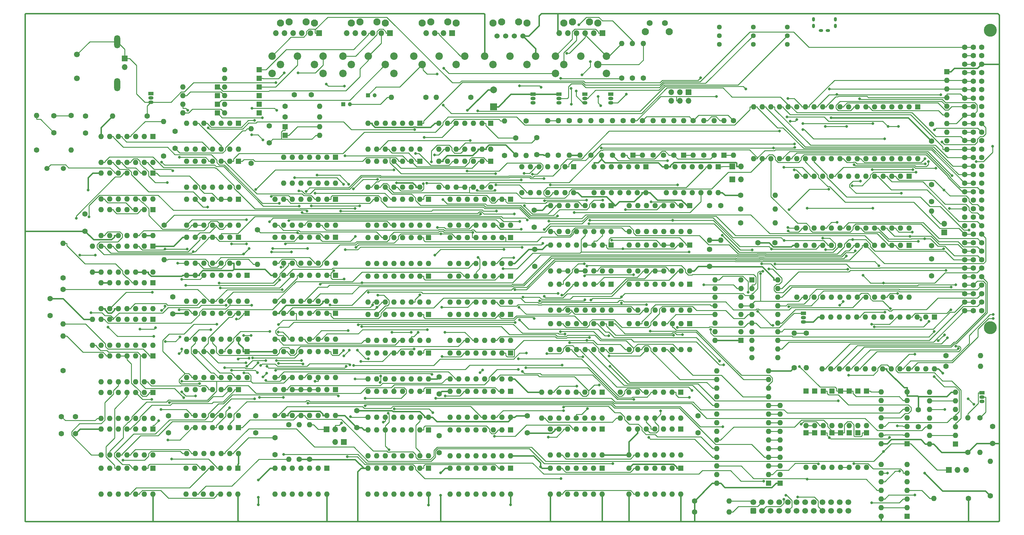
<source format=gbr>
%TF.GenerationSoftware,KiCad,Pcbnew,7.0.1*%
%TF.CreationDate,2024-04-08T11:43:42+03:00*%
%TF.ProjectId,delta48m,64656c74-6134-4386-9d2e-6b696361645f,1*%
%TF.SameCoordinates,Original*%
%TF.FileFunction,Copper,L1,Top*%
%TF.FilePolarity,Positive*%
%FSLAX46Y46*%
G04 Gerber Fmt 4.6, Leading zero omitted, Abs format (unit mm)*
G04 Created by KiCad (PCBNEW 7.0.1) date 2024-04-08 11:43:42*
%MOMM*%
%LPD*%
G01*
G04 APERTURE LIST*
G04 Aperture macros list*
%AMRoundRect*
0 Rectangle with rounded corners*
0 $1 Rounding radius*
0 $2 $3 $4 $5 $6 $7 $8 $9 X,Y pos of 4 corners*
0 Add a 4 corners polygon primitive as box body*
4,1,4,$2,$3,$4,$5,$6,$7,$8,$9,$2,$3,0*
0 Add four circle primitives for the rounded corners*
1,1,$1+$1,$2,$3*
1,1,$1+$1,$4,$5*
1,1,$1+$1,$6,$7*
1,1,$1+$1,$8,$9*
0 Add four rect primitives between the rounded corners*
20,1,$1+$1,$2,$3,$4,$5,0*
20,1,$1+$1,$4,$5,$6,$7,0*
20,1,$1+$1,$6,$7,$8,$9,0*
20,1,$1+$1,$8,$9,$2,$3,0*%
G04 Aperture macros list end*
%TA.AperFunction,ComponentPad*%
%ADD10R,1.600000X1.600000*%
%TD*%
%TA.AperFunction,ComponentPad*%
%ADD11O,1.600000X1.600000*%
%TD*%
%TA.AperFunction,ComponentPad*%
%ADD12R,1.700000X1.700000*%
%TD*%
%TA.AperFunction,ComponentPad*%
%ADD13O,1.700000X1.700000*%
%TD*%
%TA.AperFunction,ComponentPad*%
%ADD14C,1.600000*%
%TD*%
%TA.AperFunction,ComponentPad*%
%ADD15C,2.100000*%
%TD*%
%TA.AperFunction,ComponentPad*%
%ADD16C,2.200000*%
%TD*%
%TA.AperFunction,ComponentPad*%
%ADD17O,1.800000X3.900000*%
%TD*%
%TA.AperFunction,ComponentPad*%
%ADD18R,1.500000X1.050000*%
%TD*%
%TA.AperFunction,ComponentPad*%
%ADD19O,1.500000X1.050000*%
%TD*%
%TA.AperFunction,ComponentPad*%
%ADD20C,1.440000*%
%TD*%
%TA.AperFunction,WasherPad*%
%ADD21C,3.800000*%
%TD*%
%TA.AperFunction,ComponentPad*%
%ADD22C,1.524000*%
%TD*%
%TA.AperFunction,ComponentPad*%
%ADD23C,1.500000*%
%TD*%
%TA.AperFunction,ComponentPad*%
%ADD24C,1.750000*%
%TD*%
%TA.AperFunction,ComponentPad*%
%ADD25R,1.200000X1.200000*%
%TD*%
%TA.AperFunction,ComponentPad*%
%ADD26C,1.200000*%
%TD*%
%TA.AperFunction,ComponentPad*%
%ADD27RoundRect,0.250000X0.600000X-0.600000X0.600000X0.600000X-0.600000X0.600000X-0.600000X-0.600000X0*%
%TD*%
%TA.AperFunction,ComponentPad*%
%ADD28C,1.700000*%
%TD*%
%TA.AperFunction,ComponentPad*%
%ADD29O,0.900000X1.300000*%
%TD*%
%TA.AperFunction,ComponentPad*%
%ADD30O,1.300000X0.900000*%
%TD*%
%TA.AperFunction,ComponentPad*%
%ADD31R,2.000000X2.000000*%
%TD*%
%TA.AperFunction,ComponentPad*%
%ADD32C,2.000000*%
%TD*%
%TA.AperFunction,ViaPad*%
%ADD33C,0.800000*%
%TD*%
%TA.AperFunction,Conductor*%
%ADD34C,0.250000*%
%TD*%
%TA.AperFunction,Conductor*%
%ADD35C,0.400000*%
%TD*%
G04 APERTURE END LIST*
D10*
%TO.P,U68,1,A15*%
%TO.N,unconnected-(U68-A15-Pad1)*%
X288450000Y-209820000D03*
D11*
%TO.P,U68,2,A12*%
%TO.N,RA13*%
X288450000Y-207280000D03*
%TO.P,U68,3,A7*%
%TO.N,JOY5*%
X288450000Y-204740000D03*
%TO.P,U68,4,A6*%
%TO.N,JOY6*%
X288450000Y-202200000D03*
%TO.P,U68,5,A5*%
%TO.N,JOY7*%
X288450000Y-199660000D03*
%TO.P,U68,6,A4*%
%TO.N,KBD8*%
X288450000Y-197120000D03*
%TO.P,U68,7,A3*%
%TO.N,KBD9*%
X288450000Y-194580000D03*
%TO.P,U68,8,A2*%
%TO.N,KBD10*%
X288450000Y-192040000D03*
%TO.P,U68,9,A1*%
%TO.N,KBD11*%
X288450000Y-189500000D03*
%TO.P,U68,10,A0*%
%TO.N,KBD12*%
X288450000Y-186960000D03*
%TO.P,U68,11,D0*%
%TO.N,KB0*%
X288450000Y-184420000D03*
%TO.P,U68,12,D1*%
%TO.N,KB1*%
X288450000Y-181880000D03*
%TO.P,U68,13,D2*%
%TO.N,KB2*%
X288450000Y-179340000D03*
%TO.P,U68,14,GND*%
%TO.N,GND*%
X288450000Y-176800000D03*
%TO.P,U68,15,D3*%
%TO.N,KB3*%
X273210000Y-176800000D03*
%TO.P,U68,16,D4*%
%TO.N,KB4*%
X273210000Y-179340000D03*
%TO.P,U68,17,D5*%
%TO.N,KB5*%
X273210000Y-181880000D03*
%TO.P,U68,18,D6*%
%TO.N,unconnected-(U68-D6-Pad18)*%
X273210000Y-184420000D03*
%TO.P,U68,19,D7*%
%TO.N,KB7*%
X273210000Y-186960000D03*
%TO.P,U68,20,~{CE}*%
%TO.N,unconnected-(U68-~{CE}-Pad20)*%
X273210000Y-189500000D03*
%TO.P,U68,21,A10*%
%TO.N,KBD2*%
X273210000Y-192040000D03*
%TO.P,U68,22,~{OE}*%
%TO.N,GND*%
X273210000Y-194580000D03*
%TO.P,U68,23,A11*%
%TO.N,RA8*%
X273210000Y-197120000D03*
%TO.P,U68,24,A9*%
%TO.N,JOY3*%
X273210000Y-199660000D03*
%TO.P,U68,25,A8*%
%TO.N,JOY4*%
X273210000Y-202200000D03*
%TO.P,U68,26,A13*%
%TO.N,RA15*%
X273210000Y-204740000D03*
%TO.P,U68,27,A14*%
%TO.N,unconnected-(U68-A14-Pad27)*%
X273210000Y-207280000D03*
%TO.P,U68,28,VCC*%
%TO.N,+5V*%
X273210000Y-209820000D03*
%TD*%
D10*
%TO.P,U11,1*%
%TO.N,unconnected-(U11-Pad1)*%
X132597000Y-103922000D03*
D11*
%TO.P,U11,2*%
%TO.N,unconnected-(U11-Pad2)*%
X130057000Y-103922000D03*
%TO.P,U11,3*%
%TO.N,unconnected-(U11-Pad3)*%
X127517000Y-103922000D03*
%TO.P,U11,4*%
%TO.N,Net-(U4-QA)*%
X124977000Y-103922000D03*
%TO.P,U11,5*%
%TO.N,7MHZ*%
X122437000Y-103922000D03*
%TO.P,U11,6*%
%TO.N,Net-(U11-Pad12)*%
X119897000Y-103922000D03*
%TO.P,U11,7,GND*%
%TO.N,GND*%
X117357000Y-103922000D03*
%TO.P,U11,8*%
%TO.N,Net-(U11-Pad8)*%
X117357000Y-111542000D03*
%TO.P,U11,9*%
%TO.N,Net-(U4-QB)*%
X119897000Y-111542000D03*
%TO.P,U11,10*%
%TO.N,Net-(U4-QA)*%
X122437000Y-111542000D03*
%TO.P,U11,11*%
%TO.N,Net-(U1-Pad5)*%
X124977000Y-111542000D03*
%TO.P,U11,12*%
%TO.N,Net-(U11-Pad12)*%
X127517000Y-111542000D03*
%TO.P,U11,13*%
%TO.N,ZPRGBD*%
X130057000Y-111542000D03*
%TO.P,U11,14,VCC*%
%TO.N,+5V*%
X132597000Y-111542000D03*
%TD*%
D12*
%TO.P,J9,1,Pin_1*%
%TO.N,Contact1*%
X177169000Y-77438200D03*
D13*
%TO.P,J9,2,Pin_2*%
%TO.N,Left1*%
X174629000Y-77438200D03*
%TO.P,J9,3,Pin_3*%
%TO.N,Right1*%
X172089000Y-77438200D03*
%TO.P,J9,4,Pin_4*%
%TO.N,Down1*%
X169549000Y-77438200D03*
%TO.P,J9,5,Pin_5*%
%TO.N,Up1*%
X167009000Y-77438200D03*
%TO.P,J9,6,Pin_6*%
%TO.N,Fire1*%
X164469000Y-77438200D03*
%TD*%
D14*
%TO.P,R35,1*%
%TO.N,Net-(R35-Pad1)*%
X254512000Y-113310000D03*
D11*
%TO.P,R35,2*%
%TO.N,SYNCRO*%
X254512000Y-103150000D03*
%TD*%
D14*
%TO.P,R53,1*%
%TO.N,Net-(R53-Pad1)*%
X340618000Y-175413000D03*
D11*
%TO.P,R53,2*%
%TO.N,\u0427\u0422\u041F\u0417\u0423L*%
X350778000Y-175413000D03*
%TD*%
D10*
%TO.P,U57,1,Ds*%
%TO.N,unconnected-(U57-Ds-Pad1)*%
X239531000Y-193838000D03*
D11*
%TO.P,U57,2,P0*%
%TO.N,BD4*%
X236991000Y-193838000D03*
%TO.P,U57,3,P1*%
%TO.N,BD5*%
X234451000Y-193838000D03*
%TO.P,U57,4,P2*%
%TO.N,BD6*%
X231911000Y-193838000D03*
%TO.P,U57,5,P3*%
%TO.N,BD7*%
X229371000Y-193838000D03*
%TO.P,U57,6,Pe*%
%TO.N,+5V*%
X226831000Y-193838000D03*
%TO.P,U57,7,GND*%
%TO.N,GND*%
X224291000Y-193838000D03*
%TO.P,U57,8,OE*%
%TO.N,+5V*%
X224291000Y-201458000D03*
%TO.P,U57,9,Cp*%
%TO.N,ZPRGBD*%
X226831000Y-201458000D03*
%TO.P,U57,10,Q3*%
%TO.N,Net-(U57-Q3)*%
X229371000Y-201458000D03*
%TO.P,U57,11,Q2*%
%TO.N,Net-(U57-Q2)*%
X231911000Y-201458000D03*
%TO.P,U57,12,Q1*%
%TO.N,Net-(U57-Q1)*%
X234451000Y-201458000D03*
%TO.P,U57,13,Q0*%
%TO.N,Net-(U57-Q0)*%
X236991000Y-201458000D03*
%TO.P,U57,14,VCC*%
%TO.N,+5V*%
X239531000Y-201458000D03*
%TD*%
D10*
%TO.P,U27,1,OEa*%
%TO.N,GND*%
X161177000Y-182234100D03*
D11*
%TO.P,U27,2,A1*%
%TO.N,OZUMPN*%
X158637000Y-182234100D03*
%TO.P,U27,3,I3a*%
%TO.N,Net-(JP3-B)*%
X156097000Y-182234100D03*
%TO.P,U27,4,I2a*%
X153557000Y-182234100D03*
%TO.P,U27,5,I1a*%
X151017000Y-182234100D03*
%TO.P,U27,6,I0a*%
X148477000Y-182234100D03*
%TO.P,U27,7,Za*%
%TO.N,ADR7*%
X145937000Y-182234100D03*
%TO.P,U27,8,GND*%
%TO.N,GND*%
X143397000Y-182234100D03*
%TO.P,U27,9,Zb*%
%TO.N,ADR6*%
X143397000Y-189854100D03*
%TO.P,U27,10,I0b*%
%TO.N,GND*%
X145937000Y-189854100D03*
%TO.P,U27,11,I1b*%
%TO.N,BA6*%
X148477000Y-189854100D03*
%TO.P,U27,12,I2b*%
%TO.N,A13*%
X151017000Y-189854100D03*
%TO.P,U27,13,I3b*%
%TO.N,A6*%
X153557000Y-189854100D03*
%TO.P,U27,14,A0*%
%TO.N,BMX*%
X156097000Y-189854100D03*
%TO.P,U27,15,OEb*%
%TO.N,GND*%
X158637000Y-189854100D03*
%TO.P,U27,16,VCC*%
%TO.N,+5V*%
X161177000Y-189854100D03*
%TD*%
D10*
%TO.P,U36,1,NC*%
%TO.N,unconnected-(U36-NC-Pad1)*%
X188487000Y-182795500D03*
D11*
%TO.P,U36,2,Din*%
%TO.N,D5*%
X185947000Y-182795500D03*
%TO.P,U36,3,~{WRITE}*%
%TO.N,WEL*%
X183407000Y-182795500D03*
%TO.P,U36,4,~{RAS}*%
%TO.N,RASL*%
X180867000Y-182795500D03*
%TO.P,U36,5,A0*%
%TO.N,MUX1_Y1*%
X178327000Y-182795500D03*
%TO.P,U36,6,A2*%
%TO.N,MUX1_Y3*%
X175787000Y-182795500D03*
%TO.P,U36,7,A1*%
%TO.N,MUX1_Y2*%
X173247000Y-182795500D03*
%TO.P,U36,8,Vcc*%
%TO.N,+5V*%
X170707000Y-182795500D03*
%TO.P,U36,9,A7*%
%TO.N,MUX2_Y4*%
X170707000Y-190415500D03*
%TO.P,U36,10,A5*%
%TO.N,MUX2_Y2*%
X173247000Y-190415500D03*
%TO.P,U36,11,A4*%
%TO.N,MUX2_Y1*%
X175787000Y-190415500D03*
%TO.P,U36,12,A3*%
%TO.N,MUX1_Y4*%
X178327000Y-190415500D03*
%TO.P,U36,13,A6*%
%TO.N,MUX2_Y3*%
X180867000Y-190415500D03*
%TO.P,U36,14,Dout*%
%TO.N,D5*%
X183407000Y-190415500D03*
%TO.P,U36,15,~{CAS}*%
%TO.N,CASL*%
X185947000Y-190415500D03*
%TO.P,U36,16,Vss*%
%TO.N,GND*%
X188487000Y-190415500D03*
%TD*%
D14*
%TO.P,R18,1*%
%TO.N,Net-(Q4-E)*%
X245319000Y-90620800D03*
D11*
%TO.P,R18,2*%
%TO.N,RED*%
X245319000Y-80460800D03*
%TD*%
D15*
%TO.P,J3,*%
%TO.N,*%
X186647000Y-74487000D03*
X189147000Y-74187000D03*
X194147000Y-74187000D03*
X196647000Y-74487000D03*
D16*
%TO.P,J3,1*%
%TO.N,MAG_OUT*%
X184147000Y-84187000D03*
%TO.P,J3,2*%
%TO.N,GND*%
X191647000Y-84187000D03*
%TO.P,J3,3*%
%TO.N,MAG_IN*%
X199147000Y-84187000D03*
%TO.P,J3,4*%
%TO.N,AUDIO*%
X186647000Y-86687000D03*
%TO.P,J3,5*%
%TO.N,unconnected-(J3-Pad5)*%
X196647000Y-86687000D03*
%TD*%
D15*
%TO.P,J6,*%
%TO.N,*%
X165819000Y-74487000D03*
X168319000Y-74187000D03*
X173319000Y-74187000D03*
X175819000Y-74487000D03*
D16*
%TO.P,J6,1*%
%TO.N,Contact1*%
X163319000Y-84187000D03*
%TO.P,J6,2*%
%TO.N,Left1*%
X170819000Y-84187000D03*
%TO.P,J6,3*%
%TO.N,Right1*%
X178319000Y-84187000D03*
%TO.P,J6,4*%
%TO.N,Down1*%
X165819000Y-86687000D03*
%TO.P,J6,5*%
%TO.N,Up1*%
X175819000Y-86687000D03*
%TO.P,J6,6*%
%TO.N,Fire1*%
X163319000Y-89287000D03*
%TO.P,J6,7*%
%TO.N,unconnected-(J6-Pad7)*%
X178319000Y-89287000D03*
%TD*%
D10*
%TO.P,U3,1,~{R}*%
%TO.N,+5V*%
X107461000Y-129359000D03*
D11*
%TO.P,U3,2,D*%
%TO.N,7MHZ*%
X104921000Y-129359000D03*
%TO.P,U3,3,C*%
%TO.N,Net-(U3A-C)*%
X102381000Y-129359000D03*
%TO.P,U3,4,~{S}*%
%TO.N,+5V*%
X99841000Y-129359000D03*
%TO.P,U3,5,Q*%
%TO.N,Net-(U20A-C)*%
X97301000Y-129359000D03*
%TO.P,U3,6,~{Q}*%
%TO.N,7MHZ*%
X94761000Y-129359000D03*
%TO.P,U3,7,GND*%
%TO.N,GND*%
X92221000Y-129359000D03*
%TO.P,U3,8,~{Q}*%
%TO.N,ZPRGBD*%
X92221000Y-136979000D03*
%TO.P,U3,9,Q*%
%TO.N,unconnected-(U3B-Q-Pad9)*%
X94761000Y-136979000D03*
%TO.P,U3,10,~{S}*%
%TO.N,+5V*%
X97301000Y-136979000D03*
%TO.P,U3,11,C*%
%TO.N,7MHZ*%
X99841000Y-136979000D03*
%TO.P,U3,12,D*%
%TO.N,Net-(U3B-D)*%
X102381000Y-136979000D03*
%TO.P,U3,13,~{R}*%
%TO.N,+5V*%
X104921000Y-136979000D03*
%TO.P,U3,14,VCC*%
X107461000Y-136979000D03*
%TD*%
D17*
%TO.P,LS1,1,1*%
%TO.N,Net-(J13-Pin_1)*%
X96958600Y-79979400D03*
%TO.P,LS1,2,2*%
%TO.N,GND*%
X96958600Y-92579400D03*
%TD*%
D10*
%TO.P,U43,1,NC*%
%TO.N,unconnected-(U43-NC-Pad1)*%
X212612000Y-148896400D03*
D11*
%TO.P,U43,2,Din*%
%TO.N,D2*%
X210072000Y-148896400D03*
%TO.P,U43,3,~{WRITE}*%
%TO.N,BWEL*%
X207532000Y-148896400D03*
%TO.P,U43,4,~{RAS}*%
%TO.N,BRASL*%
X204992000Y-148896400D03*
%TO.P,U43,5,A0*%
%TO.N,ADR0*%
X202452000Y-148896400D03*
%TO.P,U43,6,A2*%
%TO.N,ADR2*%
X199912000Y-148896400D03*
%TO.P,U43,7,A1*%
%TO.N,ADR1*%
X197372000Y-148896400D03*
%TO.P,U43,8,Vcc*%
%TO.N,+5V*%
X194832000Y-148896400D03*
%TO.P,U43,9,A7*%
%TO.N,ADR7*%
X194832000Y-156516400D03*
%TO.P,U43,10,A5*%
%TO.N,ADR5*%
X197372000Y-156516400D03*
%TO.P,U43,11,A4*%
%TO.N,ADR4*%
X199912000Y-156516400D03*
%TO.P,U43,12,A3*%
%TO.N,ADR3*%
X202452000Y-156516400D03*
%TO.P,U43,13,A6*%
%TO.N,ADR6*%
X204992000Y-156516400D03*
%TO.P,U43,14,Dout*%
%TO.N,BD2*%
X207532000Y-156516400D03*
%TO.P,U43,15,~{CAS}*%
%TO.N,BCASL*%
X210072000Y-156516400D03*
%TO.P,U43,16,Vss*%
%TO.N,GND*%
X212612000Y-156516400D03*
%TD*%
D14*
%TO.P,R5,1*%
%TO.N,BA2*%
X81030000Y-149378000D03*
D11*
%TO.P,R5,2*%
%TO.N,Net-(U5-C1)*%
X81030000Y-139218000D03*
%TD*%
D10*
%TO.P,U48,1,NC*%
%TO.N,unconnected-(U48-NC-Pad1)*%
X212612000Y-205395000D03*
D11*
%TO.P,U48,2,Din*%
%TO.N,D7*%
X210072000Y-205395000D03*
%TO.P,U48,3,~{WRITE}*%
%TO.N,BWEL*%
X207532000Y-205395000D03*
%TO.P,U48,4,~{RAS}*%
%TO.N,BRASL*%
X204992000Y-205395000D03*
%TO.P,U48,5,A0*%
%TO.N,ADR0*%
X202452000Y-205395000D03*
%TO.P,U48,6,A2*%
%TO.N,ADR2*%
X199912000Y-205395000D03*
%TO.P,U48,7,A1*%
%TO.N,ADR1*%
X197372000Y-205395000D03*
%TO.P,U48,8,Vcc*%
%TO.N,+5V*%
X194832000Y-205395000D03*
%TO.P,U48,9,A7*%
%TO.N,ADR7*%
X194832000Y-213015000D03*
%TO.P,U48,10,A5*%
%TO.N,ADR5*%
X197372000Y-213015000D03*
%TO.P,U48,11,A4*%
%TO.N,ADR4*%
X199912000Y-213015000D03*
%TO.P,U48,12,A3*%
%TO.N,ADR3*%
X202452000Y-213015000D03*
%TO.P,U48,13,A6*%
%TO.N,ADR6*%
X204992000Y-213015000D03*
%TO.P,U48,14,Dout*%
%TO.N,BD7*%
X207532000Y-213015000D03*
%TO.P,U48,15,~{CAS}*%
%TO.N,BCASL*%
X210072000Y-213015000D03*
%TO.P,U48,16,Vss*%
%TO.N,GND*%
X212612000Y-213015000D03*
%TD*%
D10*
%TO.P,U64,1,Ds*%
%TO.N,unconnected-(U64-Ds-Pad1)*%
X262645000Y-193838000D03*
D11*
%TO.P,U64,2,P0*%
%TO.N,BD0*%
X260105000Y-193838000D03*
%TO.P,U64,3,P1*%
%TO.N,BD1*%
X257565000Y-193838000D03*
%TO.P,U64,4,P2*%
%TO.N,BD2*%
X255025000Y-193838000D03*
%TO.P,U64,5,P3*%
%TO.N,BD3*%
X252485000Y-193838000D03*
%TO.P,U64,6,Pe*%
%TO.N,+5V*%
X249945000Y-193838000D03*
%TO.P,U64,7,GND*%
%TO.N,GND*%
X247405000Y-193838000D03*
%TO.P,U64,8,OE*%
%TO.N,+5V*%
X247405000Y-201458000D03*
%TO.P,U64,9,Cp*%
%TO.N,ZPRGBD*%
X249945000Y-201458000D03*
%TO.P,U64,10,Q3*%
%TO.N,Net-(U64-Q3)*%
X252485000Y-201458000D03*
%TO.P,U64,11,Q2*%
%TO.N,Net-(U64-Q2)*%
X255025000Y-201458000D03*
%TO.P,U64,12,Q1*%
%TO.N,Net-(U64-Q1)*%
X257565000Y-201458000D03*
%TO.P,U64,13,Q0*%
%TO.N,Net-(U64-Q0)*%
X260105000Y-201458000D03*
%TO.P,U64,14,VCC*%
%TO.N,+5V*%
X262645000Y-201458000D03*
%TD*%
D14*
%TO.P,R54,1*%
%TO.N,+5V*%
X347095000Y-200686000D03*
D11*
%TO.P,R54,2*%
%TO.N,STROBL*%
X347095000Y-190526000D03*
%TD*%
D12*
%TO.P,JP1,1,A*%
%TO.N,Net-(JP1-A)*%
X158515000Y-193955000D03*
D13*
%TO.P,JP1,2,C*%
%TO.N,Net-(JP1-C)*%
X161055000Y-193955000D03*
%TO.P,JP1,3,B*%
%TO.N,GND*%
X163595000Y-193955000D03*
%TD*%
D14*
%TO.P,C23,1*%
%TO.N,+5V*%
X271149000Y-146036000D03*
%TO.P,C23,2*%
%TO.N,GND*%
X271149000Y-141036000D03*
%TD*%
%TO.P,C19,1*%
%TO.N,+5V*%
X219587000Y-134479000D03*
%TO.P,C19,2*%
%TO.N,GND*%
X219587000Y-129479000D03*
%TD*%
D18*
%TO.P,Q3,1,C*%
%TO.N,+5V*%
X219227000Y-95403000D03*
D19*
%TO.P,Q3,2,B*%
%TO.N,SYNCRO*%
X219227000Y-96673000D03*
%TO.P,Q3,3,E*%
%TO.N,Net-(Q3-E)*%
X219227000Y-97943000D03*
%TD*%
D14*
%TO.P,R56,1*%
%TO.N,GND*%
X353695000Y-213487000D03*
D11*
%TO.P,R56,2*%
%TO.N,Net-(Q7-B)*%
X353695000Y-203327000D03*
%TD*%
D10*
%TO.P,U23,1,OEa*%
%TO.N,GND*%
X161177000Y-137484300D03*
D11*
%TO.P,U23,2,A1*%
%TO.N,OZUMPN*%
X158637000Y-137484300D03*
%TO.P,U23,3,I3a*%
%TO.N,A0*%
X156097000Y-137484300D03*
%TO.P,U23,4,I2a*%
%TO.N,A7*%
X153557000Y-137484300D03*
%TO.P,U23,5,I1a*%
%TO.N,BA0*%
X151017000Y-137484300D03*
%TO.P,U23,6,I0a*%
%TO.N,BA7*%
X148477000Y-137484300D03*
%TO.P,U23,7,Za*%
%TO.N,ADR0*%
X145937000Y-137484300D03*
%TO.P,U23,8,GND*%
%TO.N,GND*%
X143397000Y-137484300D03*
%TO.P,U23,9,Zb*%
%TO.N,ADR1*%
X143397000Y-145104300D03*
%TO.P,U23,10,I0b*%
%TO.N,BA8*%
X145937000Y-145104300D03*
%TO.P,U23,11,I1b*%
%TO.N,BA1*%
X148477000Y-145104300D03*
%TO.P,U23,12,I2b*%
%TO.N,A8*%
X151017000Y-145104300D03*
%TO.P,U23,13,I3b*%
%TO.N,A1*%
X153557000Y-145104300D03*
%TO.P,U23,14,A0*%
%TO.N,BMX*%
X156097000Y-145104300D03*
%TO.P,U23,15,OEb*%
%TO.N,GND*%
X158637000Y-145104300D03*
%TO.P,U23,16,VCC*%
%TO.N,+5V*%
X161177000Y-145104300D03*
%TD*%
D10*
%TO.P,U49,1*%
%TO.N,Net-(U10-Pad3)*%
X231144000Y-116749000D03*
D11*
%TO.P,U49,2*%
%TO.N,\u0422\u0410\u041A\u0422*%
X228604000Y-116749000D03*
%TO.P,U49,3*%
%TO.N,unconnected-(U49-Pad3)*%
X226064000Y-116749000D03*
%TO.P,U49,4*%
%TO.N,unconnected-(U49-Pad4)*%
X223524000Y-116749000D03*
%TO.P,U49,5*%
%TO.N,A14*%
X220984000Y-116749000D03*
%TO.P,U49,6*%
%TO.N,Net-(U29-Pad2)*%
X218444000Y-116749000D03*
%TO.P,U49,7,GND*%
%TO.N,GND*%
X215904000Y-116749000D03*
%TO.P,U49,8*%
%TO.N,Net-(U30-Pad8)*%
X215904000Y-124369000D03*
%TO.P,U49,9*%
%TO.N,VIBOZUL*%
X218444000Y-124369000D03*
%TO.P,U49,10*%
%TO.N,unconnected-(U49-Pad10)*%
X220984000Y-124369000D03*
%TO.P,U49,11*%
%TO.N,unconnected-(U49-Pad11)*%
X223524000Y-124369000D03*
%TO.P,U49,12*%
%TO.N,Net-(U49-Pad12)*%
X226064000Y-124369000D03*
%TO.P,U49,13*%
%TO.N,Net-(U14-Pad3)*%
X228604000Y-124369000D03*
%TO.P,U49,14,VCC*%
%TO.N,+5V*%
X231144000Y-124369000D03*
%TD*%
D10*
%TO.P,U72,1,A15*%
%TO.N,unconnected-(U72-A15-Pad1)*%
X337241600Y-160928000D03*
D11*
%TO.P,U72,2,A12*%
%TO.N,BUSY*%
X334701600Y-160928000D03*
%TO.P,U72,3,A7*%
%TO.N,A15*%
X332161600Y-160928000D03*
%TO.P,U72,4,A6*%
%TO.N,A14*%
X329621600Y-160928000D03*
%TO.P,U72,5,A5*%
%TO.N,A13*%
X327081600Y-160928000D03*
%TO.P,U72,6,A4*%
%TO.N,A12*%
X324541600Y-160928000D03*
%TO.P,U72,7,A3*%
%TO.N,A11*%
X322001600Y-160928000D03*
%TO.P,U72,8,A2*%
%TO.N,A10*%
X319461600Y-160928000D03*
%TO.P,U72,9,A1*%
%TO.N,A9*%
X316921600Y-160928000D03*
%TO.P,U72,10,A0*%
%TO.N,A8*%
X314381600Y-160928000D03*
%TO.P,U72,11,D0*%
%TO.N,Net-(U72-D0)*%
X311841600Y-160928000D03*
%TO.P,U72,12,D1*%
%TO.N,Net-(U67-STB)*%
X309301600Y-160928000D03*
%TO.P,U72,13,D2*%
%TO.N,Net-(U66-Cp)*%
X306761600Y-160928000D03*
%TO.P,U72,14,GND*%
%TO.N,GND*%
X304221600Y-160928000D03*
%TO.P,U72,15,D3*%
%TO.N,B21_SNP*%
X304221600Y-176168000D03*
%TO.P,U72,16,D4*%
%TO.N,B29_SNP*%
X306761600Y-176168000D03*
%TO.P,U72,17,D5*%
%TO.N,A28_SNP*%
X309301600Y-176168000D03*
%TO.P,U72,18,D6*%
%TO.N,B28_SNP*%
X311841600Y-176168000D03*
%TO.P,U72,19,D7*%
%TO.N,B22_SNP*%
X314381600Y-176168000D03*
%TO.P,U72,20,~{CE}*%
%TO.N,unconnected-(U72-~{CE}-Pad20)*%
X316921600Y-176168000D03*
%TO.P,U72,21,A10*%
%TO.N,\u0417\u041FL*%
X319461600Y-176168000D03*
%TO.P,U72,22,~{OE}*%
%TO.N,GND*%
X322001600Y-176168000D03*
%TO.P,U72,23,A11*%
%TO.N,A1*%
X324541600Y-176168000D03*
%TO.P,U72,24,A9*%
%TO.N,\u0427\u0422L*%
X327081600Y-176168000D03*
%TO.P,U72,25,A8*%
%TO.N,\u0412\u0423L*%
X329621600Y-176168000D03*
%TO.P,U72,26,A13*%
%TO.N,unconnected-(U72-A13-Pad26)*%
X332161600Y-176168000D03*
%TO.P,U72,27,A14*%
%TO.N,unconnected-(U72-A14-Pad27)*%
X334701600Y-176168000D03*
%TO.P,U72,28,VCC*%
%TO.N,+5V*%
X337241600Y-176168000D03*
%TD*%
D14*
%TO.P,C30,1*%
%TO.N,+5V*%
X354334000Y-198106000D03*
%TO.P,C30,2*%
%TO.N,GND*%
X354334000Y-193106000D03*
%TD*%
D10*
%TO.P,U33,1,NC*%
%TO.N,unconnected-(U33-NC-Pad1)*%
X188487000Y-148896400D03*
D11*
%TO.P,U33,2,Din*%
%TO.N,D2*%
X185947000Y-148896400D03*
%TO.P,U33,3,~{WRITE}*%
%TO.N,WEL*%
X183407000Y-148896400D03*
%TO.P,U33,4,~{RAS}*%
%TO.N,RASL*%
X180867000Y-148896400D03*
%TO.P,U33,5,A0*%
%TO.N,MUX1_Y1*%
X178327000Y-148896400D03*
%TO.P,U33,6,A2*%
%TO.N,MUX1_Y3*%
X175787000Y-148896400D03*
%TO.P,U33,7,A1*%
%TO.N,MUX1_Y2*%
X173247000Y-148896400D03*
%TO.P,U33,8,Vcc*%
%TO.N,+5V*%
X170707000Y-148896400D03*
%TO.P,U33,9,A7*%
%TO.N,MUX2_Y4*%
X170707000Y-156516400D03*
%TO.P,U33,10,A5*%
%TO.N,MUX2_Y2*%
X173247000Y-156516400D03*
%TO.P,U33,11,A4*%
%TO.N,MUX2_Y1*%
X175787000Y-156516400D03*
%TO.P,U33,12,A3*%
%TO.N,MUX1_Y4*%
X178327000Y-156516400D03*
%TO.P,U33,13,A6*%
%TO.N,MUX2_Y3*%
X180867000Y-156516400D03*
%TO.P,U33,14,Dout*%
%TO.N,D2*%
X183407000Y-156516400D03*
%TO.P,U33,15,~{CAS}*%
%TO.N,CASL*%
X185947000Y-156516400D03*
%TO.P,U33,16,Vss*%
%TO.N,GND*%
X188487000Y-156516400D03*
%TD*%
D14*
%TO.P,C10,1*%
%TO.N,Net-(C10-Pad1)*%
X154056800Y-95548400D03*
%TO.P,C10,2*%
%TO.N,Net-(C10-Pad2)*%
X149056800Y-95548400D03*
%TD*%
D10*
%TO.P,U38,1,NC*%
%TO.N,unconnected-(U38-NC-Pad1)*%
X188487000Y-205395000D03*
D11*
%TO.P,U38,2,Din*%
%TO.N,D7*%
X185947000Y-205395000D03*
%TO.P,U38,3,~{WRITE}*%
%TO.N,WEL*%
X183407000Y-205395000D03*
%TO.P,U38,4,~{RAS}*%
%TO.N,RASL*%
X180867000Y-205395000D03*
%TO.P,U38,5,A0*%
%TO.N,MUX1_Y1*%
X178327000Y-205395000D03*
%TO.P,U38,6,A2*%
%TO.N,MUX1_Y3*%
X175787000Y-205395000D03*
%TO.P,U38,7,A1*%
%TO.N,MUX1_Y2*%
X173247000Y-205395000D03*
%TO.P,U38,8,Vcc*%
%TO.N,+5V*%
X170707000Y-205395000D03*
%TO.P,U38,9,A7*%
%TO.N,MUX2_Y4*%
X170707000Y-213015000D03*
%TO.P,U38,10,A5*%
%TO.N,MUX2_Y2*%
X173247000Y-213015000D03*
%TO.P,U38,11,A4*%
%TO.N,MUX2_Y1*%
X175787000Y-213015000D03*
%TO.P,U38,12,A3*%
%TO.N,MUX1_Y4*%
X178327000Y-213015000D03*
%TO.P,U38,13,A6*%
%TO.N,MUX2_Y3*%
X180867000Y-213015000D03*
%TO.P,U38,14,Dout*%
%TO.N,D7*%
X183407000Y-213015000D03*
%TO.P,U38,15,~{CAS}*%
%TO.N,CASL*%
X185947000Y-213015000D03*
%TO.P,U38,16,Vss*%
%TO.N,GND*%
X188487000Y-213015000D03*
%TD*%
D14*
%TO.P,R46,1*%
%TO.N,Net-(JP4-A)*%
X274451000Y-128169000D03*
D11*
%TO.P,R46,2*%
%TO.N,+5V*%
X274451000Y-138329000D03*
%TD*%
D10*
%TO.P,U59,1,~{Mr}*%
%TO.N,+5V*%
X265317000Y-128179000D03*
D11*
%TO.P,U59,2,Q0*%
%TO.N,Net-(U59-Q0)*%
X262777000Y-128179000D03*
%TO.P,U59,3,~{Q0}*%
%TO.N,unconnected-(U59-~{Q0}-Pad3)*%
X260237000Y-128179000D03*
%TO.P,U59,4,D0*%
%TO.N,D3*%
X257697000Y-128179000D03*
%TO.P,U59,5,D3*%
%TO.N,unconnected-(U59-D3-Pad5)*%
X255157000Y-128179000D03*
%TO.P,U59,6,~{Q1}*%
%TO.N,unconnected-(U59-~{Q1}-Pad6)*%
X252617000Y-128179000D03*
%TO.P,U59,7,Q1*%
%TO.N,unconnected-(U59-Q1-Pad7)*%
X250077000Y-128179000D03*
%TO.P,U59,8,GND*%
%TO.N,GND*%
X247537000Y-128179000D03*
%TO.P,U59,9,Cp*%
%TO.N,ZPRG+*%
X247537000Y-135799000D03*
%TO.P,U59,10,Q2*%
%TO.N,unconnected-(U59-Q2-Pad10)*%
X250077000Y-135799000D03*
%TO.P,U59,11,~{Q2}*%
%TO.N,unconnected-(U59-~{Q2}-Pad11)*%
X252617000Y-135799000D03*
%TO.P,U59,12,D1*%
%TO.N,unconnected-(U59-D1-Pad12)*%
X255157000Y-135799000D03*
%TO.P,U59,13,D2*%
%TO.N,unconnected-(U59-D2-Pad13)*%
X257697000Y-135799000D03*
%TO.P,U59,14,~{Q3}*%
%TO.N,unconnected-(U59-~{Q3}-Pad14)*%
X260237000Y-135799000D03*
%TO.P,U59,15,Q3*%
%TO.N,unconnected-(U59-Q3-Pad15)*%
X262777000Y-135799000D03*
%TO.P,U59,16,VCC*%
%TO.N,+5V*%
X265317000Y-135799000D03*
%TD*%
D20*
%TO.P,RV42,1,1*%
%TO.N,YB*%
X274044600Y-80714800D03*
%TO.P,RV42,2,2*%
%TO.N,Net-(Q6-B)*%
X274044600Y-78174800D03*
%TO.P,RV42,3,3*%
%TO.N,GND*%
X274044600Y-75634800D03*
%TD*%
D14*
%TO.P,R51,1*%
%TO.N,Net-(Q8-B)*%
X299597000Y-165634000D03*
D11*
%TO.P,R51,2*%
%TO.N,Net-(U72-D0)*%
X299597000Y-175794000D03*
%TD*%
D10*
%TO.P,U7,1*%
%TO.N,Net-(C3-Pad2)*%
X107461000Y-172359000D03*
D11*
%TO.P,U7,2*%
%TO.N,Net-(U6A-CP)*%
X104921000Y-172359000D03*
%TO.P,U7,3*%
%TO.N,Net-(U6B-Q4)*%
X102381000Y-172359000D03*
%TO.P,U7,4*%
%TO.N,Net-(U7-Pad4)*%
X99841000Y-172359000D03*
%TO.P,U7,5*%
X97301000Y-172359000D03*
%TO.P,U7,6*%
%TO.N,Net-(R6-Pad2)*%
X94761000Y-172359000D03*
%TO.P,U7,7,GND*%
%TO.N,GND*%
X92221000Y-172359000D03*
%TO.P,U7,8*%
%TO.N,Net-(C4-Pad2)*%
X92221000Y-179979000D03*
%TO.P,U7,9*%
%TO.N,Net-(U6A-Q4)*%
X94761000Y-179979000D03*
%TO.P,U7,10*%
%TO.N,Net-(U7-Pad10)*%
X97301000Y-179979000D03*
%TO.P,U7,11*%
%TO.N,Net-(U7-Pad11)*%
X99841000Y-179979000D03*
%TO.P,U7,12*%
%TO.N,Net-(U7-Pad12)*%
X102381000Y-179979000D03*
%TO.P,U7,13*%
%TO.N,Net-(U6B-D)*%
X104921000Y-179979000D03*
%TO.P,U7,14,VCC*%
%TO.N,+5V*%
X107461000Y-179979000D03*
%TD*%
D10*
%TO.P,U30,1*%
%TO.N,Net-(U29-Pad10)*%
X185937000Y-115109400D03*
D11*
%TO.P,U30,2*%
%TO.N,OZUMPN*%
X183397000Y-115109400D03*
%TO.P,U30,3*%
%TO.N,VIBOZUL*%
X180857000Y-115109400D03*
%TO.P,U30,4*%
%TO.N,Net-(U30-Pad4)*%
X178317000Y-115109400D03*
%TO.P,U30,5*%
%TO.N,GND*%
X175777000Y-115109400D03*
%TO.P,U30,6*%
%TO.N,\u0417\u041FL*%
X173237000Y-115109400D03*
%TO.P,U30,7,GND*%
%TO.N,GND*%
X170697000Y-115109400D03*
%TO.P,U30,8*%
%TO.N,Net-(U30-Pad8)*%
X170697000Y-122729400D03*
%TO.P,U30,9*%
%TO.N,\u0417\u041FL*%
X173237000Y-122729400D03*
%TO.P,U30,10*%
%TO.N,ZPRG+*%
X175777000Y-122729400D03*
%TO.P,U30,11*%
%TO.N,\u041E\u0417\u0423L*%
X178317000Y-122729400D03*
%TO.P,U30,12*%
%TO.N,Net-(U29-Pad12)*%
X180857000Y-122729400D03*
%TO.P,U30,13*%
%TO.N,OZUMPN*%
X183397000Y-122729400D03*
%TO.P,U30,14,VCC*%
%TO.N,+5V*%
X185937000Y-122729400D03*
%TD*%
D10*
%TO.P,D26,1,K*%
%TO.N,Contact2*%
X309630000Y-182652000D03*
D11*
%TO.P,D26,2,A*%
%TO.N,KBD18*%
X309630000Y-192812000D03*
%TD*%
D10*
%TO.P,D1,1,K*%
%TO.N,Right1*%
X138689800Y-88207800D03*
D11*
%TO.P,D1,2,A*%
%TO.N,JOY4*%
X128529800Y-88207800D03*
%TD*%
D14*
%TO.P,C16,1*%
%TO.N,+5V*%
X191647000Y-183541000D03*
%TO.P,C16,2*%
%TO.N,GND*%
X191647000Y-178541000D03*
%TD*%
D10*
%TO.P,U47,1,NC*%
%TO.N,unconnected-(U47-NC-Pad1)*%
X212612000Y-194095300D03*
D11*
%TO.P,U47,2,Din*%
%TO.N,D6*%
X210072000Y-194095300D03*
%TO.P,U47,3,~{WRITE}*%
%TO.N,BWEL*%
X207532000Y-194095300D03*
%TO.P,U47,4,~{RAS}*%
%TO.N,BRASL*%
X204992000Y-194095300D03*
%TO.P,U47,5,A0*%
%TO.N,ADR0*%
X202452000Y-194095300D03*
%TO.P,U47,6,A2*%
%TO.N,ADR2*%
X199912000Y-194095300D03*
%TO.P,U47,7,A1*%
%TO.N,ADR1*%
X197372000Y-194095300D03*
%TO.P,U47,8,Vcc*%
%TO.N,+5V*%
X194832000Y-194095300D03*
%TO.P,U47,9,A7*%
%TO.N,ADR7*%
X194832000Y-201715300D03*
%TO.P,U47,10,A5*%
%TO.N,ADR5*%
X197372000Y-201715300D03*
%TO.P,U47,11,A4*%
%TO.N,ADR4*%
X199912000Y-201715300D03*
%TO.P,U47,12,A3*%
%TO.N,ADR3*%
X202452000Y-201715300D03*
%TO.P,U47,13,A6*%
%TO.N,ADR6*%
X204992000Y-201715300D03*
%TO.P,U47,14,Dout*%
%TO.N,BD6*%
X207532000Y-201715300D03*
%TO.P,U47,15,~{CAS}*%
%TO.N,BCASL*%
X210072000Y-201715300D03*
%TO.P,U47,16,Vss*%
%TO.N,GND*%
X212612000Y-201715300D03*
%TD*%
D14*
%TO.P,R8,1*%
%TO.N,Net-(R8-Pad1)*%
X110621000Y-113564000D03*
D11*
%TO.P,R8,2*%
%TO.N,Net-(C32-Pad2)*%
X110621000Y-103404000D03*
%TD*%
D14*
%TO.P,R41,1*%
%TO.N,Net-(U53-Zb)*%
X278134000Y-103150000D03*
D11*
%TO.P,R41,2*%
%TO.N,Net-(D13-K)*%
X278134000Y-113310000D03*
%TD*%
D10*
%TO.P,U52,1,~{Mr}*%
%TO.N,+5V*%
X242203000Y-128179000D03*
D11*
%TO.P,U52,2,Q0*%
%TO.N,Net-(U52-Q0)*%
X239663000Y-128179000D03*
%TO.P,U52,3,~{Q0}*%
%TO.N,unconnected-(U52-~{Q0}-Pad3)*%
X237123000Y-128179000D03*
%TO.P,U52,4,D0*%
%TO.N,D0*%
X234583000Y-128179000D03*
%TO.P,U52,5,D3*%
%TO.N,D4*%
X232043000Y-128179000D03*
%TO.P,U52,6,~{Q1}*%
%TO.N,unconnected-(U52-~{Q1}-Pad6)*%
X229503000Y-128179000D03*
%TO.P,U52,7,Q1*%
%TO.N,UZVUK*%
X226963000Y-128179000D03*
%TO.P,U52,8,GND*%
%TO.N,GND*%
X224423000Y-128179000D03*
%TO.P,U52,9,Cp*%
%TO.N,ZPRG+*%
X224423000Y-135799000D03*
%TO.P,U52,10,Q2*%
%TO.N,Net-(U52-Q2)*%
X226963000Y-135799000D03*
%TO.P,U52,11,~{Q2}*%
%TO.N,unconnected-(U52-~{Q2}-Pad11)*%
X229503000Y-135799000D03*
%TO.P,U52,12,D1*%
%TO.N,D1*%
X232043000Y-135799000D03*
%TO.P,U52,13,D2*%
%TO.N,D2*%
X234583000Y-135799000D03*
%TO.P,U52,14,~{Q3}*%
%TO.N,unconnected-(U52-~{Q3}-Pad14)*%
X237123000Y-135799000D03*
%TO.P,U52,15,Q3*%
%TO.N,Net-(U52-Q3)*%
X239663000Y-135799000D03*
%TO.P,U52,16,VCC*%
%TO.N,+5V*%
X242203000Y-135799000D03*
%TD*%
D14*
%TO.P,R15,1*%
%TO.N,\u0422\u0410\u041A\u0422*%
X236224000Y-113310000D03*
D11*
%TO.P,R15,2*%
%TO.N,+5V*%
X236224000Y-103150000D03*
%TD*%
D12*
%TO.P,JP3,1,A*%
%TO.N,GND*%
X163565000Y-197638000D03*
D13*
%TO.P,JP3,2,B*%
%TO.N,Net-(JP3-B)*%
X161025000Y-197638000D03*
%TD*%
D10*
%TO.P,D23,1,K*%
%TO.N,RA8*%
X302010000Y-182652000D03*
D11*
%TO.P,D23,2,A*%
%TO.N,KBD14*%
X302010000Y-192812000D03*
%TD*%
D10*
%TO.P,U39,1*%
%TO.N,Net-(U39-Pad1)*%
X206765000Y-103922000D03*
D11*
%TO.P,U39,2*%
%TO.N,Net-(C21-Pad1)*%
X204225000Y-103922000D03*
%TO.P,U39,3*%
%TO.N,MUX_S*%
X201685000Y-103922000D03*
%TO.P,U39,4*%
%TO.N,GND*%
X199145000Y-103922000D03*
%TO.P,U39,5*%
%TO.N,\u041E\u0417\u0423L*%
X196605000Y-103922000D03*
%TO.P,U39,6*%
%TO.N,RASL*%
X194065000Y-103922000D03*
%TO.P,U39,7,GND*%
%TO.N,GND*%
X191525000Y-103922000D03*
%TO.P,U39,8*%
%TO.N,CASL*%
X191525000Y-111542000D03*
%TO.P,U39,9*%
%TO.N,RASL*%
X194065000Y-111542000D03*
%TO.P,U39,10*%
%TO.N,Net-(C22-Pad1)*%
X196605000Y-111542000D03*
%TO.P,U39,11*%
%TO.N,WEL*%
X199145000Y-111542000D03*
%TO.P,U39,12*%
%TO.N,\u0417\u041FL*%
X201685000Y-111542000D03*
%TO.P,U39,13*%
%TO.N,GND*%
X204225000Y-111542000D03*
%TO.P,U39,14,VCC*%
%TO.N,+5V*%
X206765000Y-111542000D03*
%TD*%
D14*
%TO.P,C22,1*%
%TO.N,Net-(C22-Pad1)*%
X220349000Y-108151200D03*
%TO.P,C22,2*%
%TO.N,GND*%
X220349000Y-113151200D03*
%TD*%
D12*
%TO.P,J12,1,Pin_1*%
%TO.N,MAG_OUT*%
X195447000Y-77438200D03*
D13*
%TO.P,J12,2,Pin_2*%
%TO.N,GND*%
X192907000Y-77438200D03*
%TO.P,J12,3,Pin_3*%
%TO.N,MAG_IN*%
X190367000Y-77438200D03*
%TO.P,J12,4,Pin_4*%
%TO.N,AUDIO*%
X187827000Y-77438200D03*
%TD*%
D10*
%TO.P,D9,1,K*%
%TO.N,Up2*%
X138715200Y-98393200D03*
D11*
%TO.P,D9,2,A*%
%TO.N,JOY6*%
X128555200Y-98393200D03*
%TD*%
D14*
%TO.P,C25,1*%
%TO.N,\u0421\u0411\u0420\u041E\u0421L*%
X290326000Y-139091000D03*
%TO.P,C25,2*%
%TO.N,GND*%
X285326000Y-139091000D03*
%TD*%
D10*
%TO.P,U10,1*%
%TO.N,Net-(U10-Pad1)*%
X107456000Y-205395000D03*
D11*
%TO.P,U10,2*%
%TO.N,Net-(U20A-Q)*%
X104916000Y-205395000D03*
%TO.P,U10,3*%
%TO.N,Net-(U10-Pad3)*%
X102376000Y-205395000D03*
%TO.P,U10,4*%
%TO.N,Net-(U10-Pad4)*%
X99836000Y-205395000D03*
%TO.P,U10,5*%
%TO.N,Net-(U10-Pad5)*%
X97296000Y-205395000D03*
%TO.P,U10,6*%
%TO.N,Net-(U20B-D)*%
X94756000Y-205395000D03*
%TO.P,U10,7,GND*%
%TO.N,GND*%
X92216000Y-205395000D03*
%TO.P,U10,8*%
%TO.N,unconnected-(U10-Pad8)*%
X92216000Y-213015000D03*
%TO.P,U10,9*%
%TO.N,unconnected-(U10-Pad9)*%
X94756000Y-213015000D03*
%TO.P,U10,10*%
%TO.N,unconnected-(U10-Pad10)*%
X97296000Y-213015000D03*
%TO.P,U10,11*%
%TO.N,Net-(U20A-~{S})*%
X99836000Y-213015000D03*
%TO.P,U10,12*%
%TO.N,Net-(U20B-D)*%
X102376000Y-213015000D03*
%TO.P,U10,13*%
%TO.N,Net-(U10-Pad13)*%
X104916000Y-213015000D03*
%TO.P,U10,14,VCC*%
%TO.N,+5V*%
X107456000Y-213015000D03*
%TD*%
D10*
%TO.P,U61,1,I1b*%
%TO.N,Net-(U61-I1b)*%
X265317000Y-151293000D03*
D11*
%TO.P,U61,2,I1a*%
%TO.N,Net-(U61-I1a)*%
X262777000Y-151293000D03*
%TO.P,U61,3,I0a*%
%TO.N,Net-(U60-I0a)*%
X260237000Y-151293000D03*
%TO.P,U61,4,I0b*%
%TO.N,Net-(U60-I1a)*%
X257697000Y-151293000D03*
%TO.P,U61,5,I1c*%
%TO.N,Net-(U61-I1c)*%
X255157000Y-151293000D03*
%TO.P,U61,6,I1d*%
%TO.N,Net-(U61-I1d)*%
X252617000Y-151293000D03*
%TO.P,U61,7,I0d*%
%TO.N,Net-(U60-I0b)*%
X250077000Y-151293000D03*
%TO.P,U61,8,GND*%
%TO.N,GND*%
X247537000Y-151293000D03*
%TO.P,U61,9,I0c*%
%TO.N,Net-(U53-I0a)*%
X247537000Y-158913000D03*
%TO.P,U61,10,S*%
%TO.N,ZPVDN*%
X250077000Y-158913000D03*
%TO.P,U61,11,Cp*%
%TO.N,7MHZ*%
X252617000Y-158913000D03*
%TO.P,U61,12,Qd*%
%TO.N,Net-(U60-I0b)*%
X255157000Y-158913000D03*
%TO.P,U61,13,Qc*%
%TO.N,Net-(U53-I0a)*%
X257697000Y-158913000D03*
%TO.P,U61,14,Qb*%
%TO.N,Net-(U60-I1a)*%
X260237000Y-158913000D03*
%TO.P,U61,15,Qa*%
%TO.N,Net-(U60-I0a)*%
X262777000Y-158913000D03*
%TO.P,U61,16,VCC*%
%TO.N,+5V*%
X265317000Y-158913000D03*
%TD*%
D10*
%TO.P,U29,1*%
%TO.N,A15*%
X185937000Y-103922000D03*
D11*
%TO.P,U29,2*%
%TO.N,Net-(U29-Pad2)*%
X183397000Y-103922000D03*
%TO.P,U29,3*%
%TO.N,Net-(U29-Pad12)*%
X180857000Y-103922000D03*
%TO.P,U29,4*%
%TO.N,unconnected-(U29-Pad4)*%
X178317000Y-103922000D03*
%TO.P,U29,5*%
%TO.N,unconnected-(U29-Pad5)*%
X175777000Y-103922000D03*
%TO.P,U29,6*%
%TO.N,unconnected-(U29-Pad6)*%
X173237000Y-103922000D03*
%TO.P,U29,7,GND*%
%TO.N,GND*%
X170697000Y-103922000D03*
%TO.P,U29,8*%
%TO.N,CHTRGL*%
X170697000Y-111542000D03*
%TO.P,U29,9*%
%TO.N,\u0427\u0422L*%
X173237000Y-111542000D03*
%TO.P,U29,10*%
%TO.N,Net-(U29-Pad10)*%
X175777000Y-111542000D03*
%TO.P,U29,11*%
%TO.N,VOZUL*%
X178317000Y-111542000D03*
%TO.P,U29,12*%
%TO.N,Net-(U29-Pad12)*%
X180857000Y-111542000D03*
%TO.P,U29,13*%
%TO.N,OZUMPN*%
X183397000Y-111542000D03*
%TO.P,U29,14,VCC*%
%TO.N,+5V*%
X185937000Y-111542000D03*
%TD*%
D10*
%TO.P,U8,1*%
%TO.N,Net-(U7-Pad4)*%
X107461000Y-183109000D03*
D11*
%TO.P,U8,2*%
%TO.N,Net-(U7-Pad12)*%
X104921000Y-183109000D03*
%TO.P,U8,3*%
%TO.N,Net-(U10-Pad4)*%
X102381000Y-183109000D03*
%TO.P,U8,4*%
%TO.N,Net-(U10-Pad5)*%
X99841000Y-183109000D03*
%TO.P,U8,5*%
%TO.N,Net-(U5-D1)*%
X97301000Y-183109000D03*
%TO.P,U8,6*%
%TO.N,Net-(U6A-Q4)*%
X94761000Y-183109000D03*
%TO.P,U8,7,VSS*%
%TO.N,GND*%
X92221000Y-183109000D03*
%TO.P,U8,8*%
%TO.N,Net-(C4-Pad2)*%
X92221000Y-190729000D03*
%TO.P,U8,9*%
%TO.N,Net-(U6A-Q4)*%
X94761000Y-190729000D03*
%TO.P,U8,10*%
%TO.N,Net-(U15B-Reset)*%
X97301000Y-190729000D03*
%TO.P,U8,11*%
%TO.N,Net-(U7-Pad11)*%
X99841000Y-190729000D03*
%TO.P,U8,12*%
%TO.N,Net-(U6B-Q3)*%
X102381000Y-190729000D03*
%TO.P,U8,13*%
%TO.N,Net-(U7-Pad4)*%
X104921000Y-190729000D03*
%TO.P,U8,14,VDD*%
%TO.N,+5V*%
X107461000Y-190729000D03*
%TD*%
D10*
%TO.P,D22,1,K*%
%TO.N,RA15*%
X299470000Y-182652000D03*
D11*
%TO.P,D22,2,A*%
%TO.N,KBD14*%
X299470000Y-192812000D03*
%TD*%
D14*
%TO.P,R34,1*%
%TO.N,Net-(U53-Zb)*%
X251417200Y-103150000D03*
D11*
%TO.P,R34,2*%
%TO.N,Net-(D11-K)*%
X251417200Y-113310000D03*
%TD*%
D14*
%TO.P,R30,1*%
%TO.N,BLUE*%
X239399000Y-103150000D03*
D11*
%TO.P,R30,2*%
%TO.N,GND*%
X239399000Y-113310000D03*
%TD*%
D10*
%TO.P,U13,1*%
%TO.N,Net-(U20B-D)*%
X132597000Y-126296900D03*
D11*
%TO.P,U13,2*%
%TO.N,Net-(U11-Pad8)*%
X130057000Y-126296900D03*
%TO.P,U13,3*%
X127517000Y-126296900D03*
%TO.P,U13,4*%
%TO.N,BA0*%
X124977000Y-126296900D03*
%TO.P,U13,5*%
%TO.N,Net-(U4-QC)*%
X122437000Y-126296900D03*
%TO.P,U13,6*%
%TO.N,Net-(U10-Pad13)*%
X119897000Y-126296900D03*
%TO.P,U13,7,GND*%
%TO.N,GND*%
X117357000Y-126296900D03*
%TO.P,U13,8*%
%TO.N,Net-(R10-Pad1)*%
X117357000Y-133916900D03*
%TO.P,U13,9*%
%TO.N,Net-(U13-Pad10)*%
X119897000Y-133916900D03*
%TO.P,U13,10*%
X122437000Y-133916900D03*
%TO.P,U13,11*%
%TO.N,Net-(U13-Pad11)*%
X124977000Y-133916900D03*
%TO.P,U13,12*%
%TO.N,Net-(U3B-D)*%
X127517000Y-133916900D03*
%TO.P,U13,13*%
%TO.N,Net-(U13-Pad11)*%
X130057000Y-133916900D03*
%TO.P,U13,14,VCC*%
%TO.N,+5V*%
X132597000Y-133916900D03*
%TD*%
D10*
%TO.P,D30,1,K*%
%TO.N,Net-(D30-K)*%
X146308000Y-104928000D03*
D11*
%TO.P,D30,2,A*%
%TO.N,Net-(D30-A)*%
X156468000Y-104928000D03*
%TD*%
D14*
%TO.P,C4,1*%
%TO.N,GND*%
X80522000Y-195185000D03*
%TO.P,C4,2*%
%TO.N,Net-(C4-Pad2)*%
X80522000Y-190185000D03*
%TD*%
D10*
%TO.P,U60,1,Ea*%
%TO.N,KSGIN*%
X265317000Y-139736000D03*
D11*
%TO.P,U60,2,S1*%
%TO.N,KRAIN*%
X262777000Y-139736000D03*
%TO.P,U60,3,I3a*%
%TO.N,Net-(U52-Q0)*%
X260237000Y-139736000D03*
%TO.P,U60,4,I2a*%
X257697000Y-139736000D03*
%TO.P,U60,5,I1a*%
%TO.N,Net-(U60-I1a)*%
X255157000Y-139736000D03*
%TO.P,U60,6,I0a*%
%TO.N,Net-(U60-I0a)*%
X252617000Y-139736000D03*
%TO.P,U60,7,Za*%
%TO.N,Net-(U60-Za)*%
X250077000Y-139736000D03*
%TO.P,U60,8,GND*%
%TO.N,GND*%
X247537000Y-139736000D03*
%TO.P,U60,9,Zb*%
%TO.N,Net-(U60-Zb)*%
X247537000Y-147356000D03*
%TO.P,U60,10,I0b*%
%TO.N,Net-(U60-I0b)*%
X250077000Y-147356000D03*
%TO.P,U60,11,I1b*%
%TO.N,Net-(U54-I0a)*%
X252617000Y-147356000D03*
%TO.P,U60,12,I2b*%
%TO.N,Net-(U52-Q2)*%
X255157000Y-147356000D03*
%TO.P,U60,13,I3b*%
X257697000Y-147356000D03*
%TO.P,U60,14,S0*%
%TO.N,Net-(U53-S0)*%
X260237000Y-147356000D03*
%TO.P,U60,15,Eb*%
%TO.N,KSGIN*%
X262777000Y-147356000D03*
%TO.P,U60,16,VCC*%
%TO.N,+5V*%
X265317000Y-147356000D03*
%TD*%
D10*
%TO.P,U21,1*%
%TO.N,Net-(D30-A)*%
X161172000Y-113955000D03*
D11*
%TO.P,U21,2*%
%TO.N,Net-(D30-K)*%
X158632000Y-113955000D03*
%TO.P,U21,3*%
%TO.N,Net-(C11-Pad2)*%
X156092000Y-113955000D03*
%TO.P,U21,4*%
%TO.N,Net-(C10-Pad1)*%
X153552000Y-113955000D03*
%TO.P,U21,5*%
%TO.N,Net-(C10-Pad2)*%
X151012000Y-113955000D03*
%TO.P,U21,6*%
%TO.N,MAG*%
X148472000Y-113955000D03*
%TO.P,U21,7,GND*%
%TO.N,GND*%
X145932000Y-113955000D03*
%TO.P,U21,8*%
%TO.N,unconnected-(U21-Pad8)*%
X145932000Y-121575000D03*
%TO.P,U21,9*%
%TO.N,unconnected-(U21-Pad9)*%
X148472000Y-121575000D03*
%TO.P,U21,10*%
%TO.N,unconnected-(U21-Pad10)*%
X151012000Y-121575000D03*
%TO.P,U21,11*%
%TO.N,unconnected-(U21-Pad11)*%
X153552000Y-121575000D03*
%TO.P,U21,12*%
%TO.N,unconnected-(U21-Pad12)*%
X156092000Y-121575000D03*
%TO.P,U21,13*%
%TO.N,unconnected-(U21-Pad13)*%
X158632000Y-121575000D03*
%TO.P,U21,14,VCC*%
%TO.N,+5V*%
X161172000Y-121575000D03*
%TD*%
D14*
%TO.P,R50,1*%
%TO.N,GND*%
X296041000Y-175794000D03*
D11*
%TO.P,R50,2*%
%TO.N,Net-(Q8-B)*%
X296041000Y-165634000D03*
%TD*%
D14*
%TO.P,C5,1*%
%TO.N,GND*%
X84713000Y-195185000D03*
%TO.P,C5,2*%
%TO.N,Net-(C5-Pad2)*%
X84713000Y-190185000D03*
%TD*%
D10*
%TO.P,U50,1*%
%TO.N,unconnected-(U50-Pad1)*%
X252419000Y-116749000D03*
D11*
%TO.P,U50,2*%
%TO.N,unconnected-(U50-Pad2)*%
X249879000Y-116749000D03*
%TO.P,U50,3*%
%TO.N,unconnected-(U50-Pad3)*%
X247339000Y-116749000D03*
%TO.P,U50,4*%
%TO.N,unconnected-(U50-Pad4)*%
X244799000Y-116749000D03*
%TO.P,U50,5*%
%TO.N,unconnected-(U50-Pad5)*%
X242259000Y-116749000D03*
%TO.P,U50,6*%
%TO.N,unconnected-(U50-Pad6)*%
X239719000Y-116749000D03*
%TO.P,U50,7,GND*%
%TO.N,GND*%
X237179000Y-116749000D03*
%TO.P,U50,8*%
%TO.N,Net-(U53-S0)*%
X237179000Y-124369000D03*
%TO.P,U50,9*%
%TO.N,Net-(U40-Pad6)*%
X239719000Y-124369000D03*
%TO.P,U50,10*%
%TO.N,Net-(U58-Q3)*%
X242259000Y-124369000D03*
%TO.P,U50,11*%
%TO.N,unconnected-(U50-Pad11)*%
X244799000Y-124369000D03*
%TO.P,U50,12*%
%TO.N,unconnected-(U50-Pad12)*%
X247339000Y-124369000D03*
%TO.P,U50,13*%
%TO.N,unconnected-(U50-Pad13)*%
X249879000Y-124369000D03*
%TO.P,U50,14,VCC*%
%TO.N,+5V*%
X252419000Y-124369000D03*
%TD*%
D21*
%TO.P,J1,*%
%TO.N,*%
X353659000Y-164060000D03*
X353659000Y-76560000D03*
D14*
%TO.P,J1,1,A15*%
%TO.N,A15*%
X346159000Y-81560000D03*
X348659000Y-81560000D03*
%TO.P,J1,2,A13*%
%TO.N,A13*%
X346159000Y-84060000D03*
X348659000Y-84060000D03*
%TO.P,J1,3,D7*%
%TO.N,D7*%
X346159000Y-86560000D03*
X348659000Y-86560000D03*
%TO.P,J1,4*%
%TO.N,unconnected-(J1-Pad4)*%
X346159000Y-89060000D03*
X348659000Y-89060000D03*
%TO.P,J1,5,D0*%
%TO.N,D0*%
X346159000Y-91560000D03*
X348659000Y-91560000D03*
%TO.P,J1,6,D1*%
%TO.N,D1*%
X346159000Y-94060000D03*
X348659000Y-94060000D03*
%TO.P,J1,7,D2*%
%TO.N,D2*%
X346159000Y-96560000D03*
X348659000Y-96560000D03*
%TO.P,J1,8,D6*%
%TO.N,D6*%
X346159000Y-99060000D03*
X348659000Y-99060000D03*
%TO.P,J1,9,D5*%
%TO.N,D5*%
X346159000Y-101560000D03*
X348659000Y-101560000D03*
%TO.P,J1,10,D3*%
%TO.N,D3*%
X346159000Y-104060000D03*
X348659000Y-104060000D03*
%TO.P,J1,11,D4*%
%TO.N,D4*%
X346159000Y-106560000D03*
X348659000Y-106560000D03*
%TO.P,J1,12,\u041F\u0420*%
%TO.N,\u041F\u0420L*%
X346159000Y-109060000D03*
X348659000Y-109060000D03*
%TO.P,J1,13,\u041D\u041F\u0420*%
%TO.N,\u041D\u041F\u0420L*%
X346159000Y-111560000D03*
X348659000Y-111560000D03*
%TO.P,J1,14,\u0421\u0422\u041E\u041F*%
%TO.N,\u0421\u0422\u041E\u041FL*%
X346159000Y-114060000D03*
X348659000Y-114060000D03*
%TO.P,J1,15,\u041E\u0417\u0423*%
%TO.N,\u041E\u0417\u0423L*%
X346159000Y-116560000D03*
X348659000Y-116560000D03*
%TO.P,J1,16,\u0412\u0423*%
%TO.N,\u0412\u0423L*%
X346159000Y-119060000D03*
X348659000Y-119060000D03*
%TO.P,J1,17,\u0427\u0422*%
%TO.N,\u0427\u0422L*%
X346159000Y-121560000D03*
X348659000Y-121560000D03*
%TO.P,J1,18,\u0417\u041F*%
%TO.N,\u0417\u041FL*%
X346159000Y-124060000D03*
X348659000Y-124060000D03*
%TO.P,J1,19,BD2*%
%TO.N,B19_SNP*%
X346159000Y-126560000D03*
X348659000Y-126560000D03*
%TO.P,J1,20,\u041E\u0416\u0418\u0414*%
%TO.N,\u041E\u0416\u0418\u0414L*%
X346159000Y-129060000D03*
X348659000Y-129060000D03*
%TO.P,J1,21,P1*%
%TO.N,B21_SNP*%
X346159000Y-131560000D03*
X348659000Y-131560000D03*
%TO.P,J1,22,P2*%
%TO.N,B22_SNP*%
X346159000Y-134060000D03*
X348659000Y-134060000D03*
%TO.P,J1,23,\u041C1*%
%TO.N,M1L*%
X346159000Y-136560000D03*
X348659000Y-136560000D03*
%TO.P,J1,24,\u0420\u0413\u041D*%
%TO.N,\u0420\u0413\u041DL*%
X346159000Y-139060000D03*
X348659000Y-139060000D03*
%TO.P,J1,25,A8*%
%TO.N,A8*%
X346159000Y-141560000D03*
X348659000Y-141560000D03*
%TO.P,J1,26,A10*%
%TO.N,A10*%
X346159000Y-144060000D03*
X348659000Y-144060000D03*
%TO.P,J1,27,\u0421\u0411\u0420\u041E\u0421*%
%TO.N,\u0421\u0411\u0420\u041E\u0421L*%
X346159000Y-146560000D03*
X348659000Y-146560000D03*
%TO.P,J1,28,P4*%
%TO.N,B28_SNP*%
X346159000Y-149060000D03*
X348659000Y-149060000D03*
%TO.P,J1,29,P5*%
%TO.N,B29_SNP*%
X346159000Y-151560000D03*
X348659000Y-151560000D03*
%TO.P,J1,30,BD4*%
%TO.N,B30_SNP*%
X346159000Y-154060000D03*
X348659000Y-154060000D03*
%TO.P,J1,31,BD0*%
%TO.N,B31_SNP*%
X346159000Y-156560000D03*
X348659000Y-156560000D03*
%TO.P,J1,32,BD7*%
%TO.N,B32_SNP*%
X346159000Y-159060000D03*
X348659000Y-159060000D03*
%TO.P,J1,33,A14*%
%TO.N,A14*%
X351159000Y-81560000D03*
%TO.P,J1,34,A12*%
%TO.N,A12*%
X351159000Y-84060000D03*
%TO.P,J1,35,"+5"*%
%TO.N,+5V*%
X351159000Y-86560000D03*
%TO.P,J1,36*%
%TO.N,unconnected-(J1-Pad36)*%
X351159000Y-89060000D03*
%TO.P,J1,37,\u041E\u0431\u0449\u0438\u0439*%
%TO.N,GND*%
X351159000Y-91560000D03*
%TO.P,J1,38,\u041E\u0431\u0449\u0438\u0439*%
X351159000Y-94060000D03*
%TO.P,J1,39*%
%TO.N,unconnected-(J1-Pad39)*%
X351159000Y-96560000D03*
%TO.P,J1,40,A0*%
%TO.N,A0*%
X351159000Y-99060000D03*
%TO.P,J1,41,A1*%
%TO.N,A1*%
X351159000Y-101560000D03*
%TO.P,J1,42,A2*%
%TO.N,A2*%
X351159000Y-104060000D03*
%TO.P,J1,43,A3*%
%TO.N,A3*%
X351159000Y-106560000D03*
%TO.P,J1,44*%
%TO.N,unconnected-(J1-Pad44)*%
X351159000Y-109060000D03*
%TO.P,J1,45,\u041E\u0431\u0449\u0438\u0439*%
%TO.N,GND*%
X351159000Y-111560000D03*
%TO.P,J1,46*%
%TO.N,unconnected-(J1-Pad46)*%
X351159000Y-114060000D03*
%TO.P,J1,47*%
%TO.N,unconnected-(J1-Pad47)*%
X351159000Y-116560000D03*
%TO.P,J1,48*%
%TO.N,unconnected-(J1-Pad48)*%
X351159000Y-119060000D03*
%TO.P,J1,49,\u0421\u0422\u0420*%
%TO.N,STROBL*%
X351159000Y-121560000D03*
%TO.P,J1,50,\u0417\u0410\u041F\u0420\u0428*%
%TO.N,\u0417\u0410\u041F\u0420\u0428L*%
X351159000Y-124060000D03*
%TO.P,J1,51,BD1*%
%TO.N,A19_SNP*%
X351159000Y-126560000D03*
%TO.P,J1,52,A7*%
%TO.N,A7*%
X351159000Y-129060000D03*
%TO.P,J1,53,A6*%
%TO.N,A6*%
X351159000Y-131560000D03*
%TO.P,J1,54,A5*%
%TO.N,A5*%
X351159000Y-134060000D03*
%TO.P,J1,55,A4*%
%TO.N,A4*%
X351159000Y-136560000D03*
%TO.P,J1,56,\u0411\u041B\u041A_\u041F\u0417\u0423*%
%TO.N,\u0427\u0422\u041F\u0417\u0423L*%
X351159000Y-139060000D03*
%TO.P,J1,57,\u041F\u0417\u0428*%
%TO.N,\u041F\u0417\u0428L*%
X351159000Y-141560000D03*
%TO.P,J1,58,A9*%
%TO.N,A9*%
X351159000Y-144060000D03*
%TO.P,J1,59,A11*%
%TO.N,A11*%
X351159000Y-146560000D03*
%TO.P,J1,60,P5*%
%TO.N,A28_SNP*%
X351159000Y-149060000D03*
%TO.P,J1,61,BD3*%
%TO.N,A29_SNP*%
X351159000Y-151560000D03*
%TO.P,J1,62,BD5*%
%TO.N,A30_SNP*%
X351159000Y-154060000D03*
%TO.P,J1,63,BD6*%
%TO.N,A31_SNP*%
X351159000Y-156560000D03*
%TO.P,J1,64,\u0413\u0422*%
%TO.N,BUSY*%
X351159000Y-159060000D03*
%TD*%
%TO.P,C3,1*%
%TO.N,GND*%
X77220000Y-155514000D03*
%TO.P,C3,2*%
%TO.N,Net-(C3-Pad2)*%
X77220000Y-160514000D03*
%TD*%
D10*
%TO.P,U20,1,~{R}*%
%TO.N,+5V*%
X132465000Y-205395000D03*
D11*
%TO.P,U20,2,D*%
%TO.N,VOZUL*%
X129925000Y-205395000D03*
%TO.P,U20,3,C*%
%TO.N,Net-(U20A-C)*%
X127385000Y-205395000D03*
%TO.P,U20,4,~{S}*%
%TO.N,Net-(U20A-~{S})*%
X124845000Y-205395000D03*
%TO.P,U20,5,Q*%
%TO.N,Net-(U20A-Q)*%
X122305000Y-205395000D03*
%TO.P,U20,6,~{Q}*%
%TO.N,unconnected-(U20A-~{Q}-Pad6)*%
X119765000Y-205395000D03*
%TO.P,U20,7,GND*%
%TO.N,GND*%
X117225000Y-205395000D03*
%TO.P,U20,8,~{Q}*%
%TO.N,unconnected-(U20B-~{Q}-Pad8)*%
X117225000Y-213015000D03*
%TO.P,U20,9,Q*%
%TO.N,Net-(U20B-Q)*%
X119765000Y-213015000D03*
%TO.P,U20,10,~{S}*%
%TO.N,Net-(U20B-~{R})*%
X122305000Y-213015000D03*
%TO.P,U20,11,C*%
%TO.N,BA0*%
X124845000Y-213015000D03*
%TO.P,U20,12,D*%
%TO.N,Net-(U20B-D)*%
X127385000Y-213015000D03*
%TO.P,U20,13,~{R}*%
%TO.N,Net-(U20B-~{R})*%
X129925000Y-213015000D03*
%TO.P,U20,14,VCC*%
%TO.N,+5V*%
X132465000Y-213015000D03*
%TD*%
D10*
%TO.P,DA2,1,common*%
%TO.N,+5V*%
X340872000Y-88799000D03*
D11*
%TO.P,DA2,2,R1*%
%TO.N,D0*%
X340872000Y-91339000D03*
%TO.P,DA2,3,R2*%
%TO.N,D1*%
X340872000Y-93879000D03*
%TO.P,DA2,4,R3*%
%TO.N,D2*%
X340872000Y-96419000D03*
%TO.P,DA2,5,R4*%
%TO.N,D3*%
X340872000Y-98959000D03*
%TO.P,DA2,6,R5*%
%TO.N,D4*%
X340872000Y-101499000D03*
%TO.P,DA2,7,R6*%
%TO.N,D5*%
X340872000Y-104039000D03*
%TO.P,DA2,8,R7*%
%TO.N,D6*%
X340872000Y-106579000D03*
%TO.P,DA2,9,R8*%
%TO.N,D7*%
X340872000Y-109119000D03*
%TO.P,DA2,10,R9*%
%TO.N,\u041D\u041F\u0420L*%
X340872000Y-111659000D03*
%TD*%
D10*
%TO.P,D17,1,K*%
%TO.N,RA8*%
X307090000Y-194971000D03*
D11*
%TO.P,D17,2,A*%
%TO.N,KBD18*%
X307090000Y-205131000D03*
%TD*%
D14*
%TO.P,R33,1*%
%TO.N,Net-(JP6-Pin_3)*%
X245749000Y-103150000D03*
D11*
%TO.P,R33,2*%
%TO.N,SYNCRO*%
X245749000Y-113310000D03*
%TD*%
D12*
%TO.P,JP6,1,Pin_1*%
%TO.N,Net-(JP6-Pin_1)*%
X264911000Y-94763000D03*
D13*
%TO.P,JP6,2,Pin_2*%
%TO.N,YG*%
X264911000Y-97303000D03*
%TO.P,JP6,3,Pin_3*%
%TO.N,Net-(JP6-Pin_3)*%
X262371000Y-94763000D03*
%TO.P,JP6,4,Pin_4*%
%TO.N,YR*%
X262371000Y-97303000D03*
%TO.P,JP6,5,Pin_5*%
%TO.N,Net-(JP6-Pin_5)*%
X259831000Y-94763000D03*
%TO.P,JP6,6,Pin_6*%
%TO.N,YB*%
X259831000Y-97303000D03*
%TD*%
D14*
%TO.P,R59,1*%
%TO.N,+5V*%
X266704000Y-218212000D03*
D11*
%TO.P,R59,2*%
%TO.N,JOY4*%
X276864000Y-218212000D03*
%TD*%
D10*
%TO.P,D12,1,K*%
%TO.N,Net-(D12-K)*%
X263503600Y-113310000D03*
D11*
%TO.P,D12,2,A*%
%TO.N,YB*%
X263503600Y-103150000D03*
%TD*%
D10*
%TO.P,U22,1,S*%
%TO.N,MUX_S*%
X161177000Y-126296900D03*
D11*
%TO.P,U22,2,I0a*%
%TO.N,A7*%
X158637000Y-126296900D03*
%TO.P,U22,3,I1a*%
%TO.N,A0*%
X156097000Y-126296900D03*
%TO.P,U22,4,Za*%
%TO.N,MUX1_Y1*%
X153557000Y-126296900D03*
%TO.P,U22,5,I0b*%
%TO.N,A8*%
X151017000Y-126296900D03*
%TO.P,U22,6,I1b*%
%TO.N,A1*%
X148477000Y-126296900D03*
%TO.P,U22,7,Zb*%
%TO.N,MUX1_Y2*%
X145937000Y-126296900D03*
%TO.P,U22,8,GND*%
%TO.N,GND*%
X143397000Y-126296900D03*
%TO.P,U22,9,Zd*%
%TO.N,MUX1_Y3*%
X143397000Y-133916900D03*
%TO.P,U22,10,I1d*%
%TO.N,A2*%
X145937000Y-133916900D03*
%TO.P,U22,11,I0d*%
%TO.N,A9*%
X148477000Y-133916900D03*
%TO.P,U22,12,Zc*%
%TO.N,MUX1_Y4*%
X151017000Y-133916900D03*
%TO.P,U22,13,I1c*%
%TO.N,A3*%
X153557000Y-133916900D03*
%TO.P,U22,14,I0c*%
%TO.N,A10*%
X156097000Y-133916900D03*
%TO.P,U22,15,OE*%
%TO.N,GND*%
X158637000Y-133916900D03*
%TO.P,U22,16,VCC*%
%TO.N,+5V*%
X161177000Y-133916900D03*
%TD*%
D10*
%TO.P,U44,1,NC*%
%TO.N,unconnected-(U44-NC-Pad1)*%
X212612000Y-160196100D03*
D11*
%TO.P,U44,2,Din*%
%TO.N,D3*%
X210072000Y-160196100D03*
%TO.P,U44,3,~{WRITE}*%
%TO.N,BWEL*%
X207532000Y-160196100D03*
%TO.P,U44,4,~{RAS}*%
%TO.N,BRASL*%
X204992000Y-160196100D03*
%TO.P,U44,5,A0*%
%TO.N,ADR0*%
X202452000Y-160196100D03*
%TO.P,U44,6,A2*%
%TO.N,ADR2*%
X199912000Y-160196100D03*
%TO.P,U44,7,A1*%
%TO.N,ADR1*%
X197372000Y-160196100D03*
%TO.P,U44,8,Vcc*%
%TO.N,+5V*%
X194832000Y-160196100D03*
%TO.P,U44,9,A7*%
%TO.N,ADR7*%
X194832000Y-167816100D03*
%TO.P,U44,10,A5*%
%TO.N,ADR5*%
X197372000Y-167816100D03*
%TO.P,U44,11,A4*%
%TO.N,ADR4*%
X199912000Y-167816100D03*
%TO.P,U44,12,A3*%
%TO.N,ADR3*%
X202452000Y-167816100D03*
%TO.P,U44,13,A6*%
%TO.N,ADR6*%
X204992000Y-167816100D03*
%TO.P,U44,14,Dout*%
%TO.N,BD3*%
X207532000Y-167816100D03*
%TO.P,U44,15,~{CAS}*%
%TO.N,BCASL*%
X210072000Y-167816100D03*
%TO.P,U44,16,Vss*%
%TO.N,GND*%
X212612000Y-167816100D03*
%TD*%
D14*
%TO.P,C8,1*%
%TO.N,GND*%
X113288000Y-160006000D03*
%TO.P,C8,2*%
%TO.N,Net-(C8-Pad2)*%
X113288000Y-155006000D03*
%TD*%
D10*
%TO.P,U5,1,Q1*%
%TO.N,Net-(U5-D2)*%
X107461000Y-150859000D03*
D11*
%TO.P,U5,2,Q1o*%
%TO.N,unconnected-(U5-Q1o-Pad2)*%
X104921000Y-150859000D03*
%TO.P,U5,3,C1*%
%TO.N,Net-(U5-C1)*%
X102381000Y-150859000D03*
%TO.P,U5,4,R1*%
%TO.N,BA4*%
X99841000Y-150859000D03*
%TO.P,U5,5,D1*%
%TO.N,Net-(U5-D1)*%
X97301000Y-150859000D03*
%TO.P,U5,6,S1*%
%TO.N,GND*%
X94761000Y-150859000D03*
%TO.P,U5,7,GND*%
X92221000Y-150859000D03*
%TO.P,U5,8,S2*%
X92221000Y-158479000D03*
%TO.P,U5,9,D2*%
%TO.N,Net-(U5-D2)*%
X94761000Y-158479000D03*
%TO.P,U5,10,R2*%
%TO.N,GND*%
X97301000Y-158479000D03*
%TO.P,U5,11,C2*%
%TO.N,BA1*%
X99841000Y-158479000D03*
%TO.P,U5,12,Q2o*%
%TO.N,Net-(U5-Q2o)*%
X102381000Y-158479000D03*
%TO.P,U5,13,Q2*%
%TO.N,unconnected-(U5-Q2-Pad13)*%
X104921000Y-158479000D03*
%TO.P,U5,14,Ucc*%
%TO.N,+5V*%
X107461000Y-158479000D03*
%TD*%
D10*
%TO.P,D2,1,K*%
%TO.N,Left1*%
X126396200Y-93313200D03*
D11*
%TO.P,D2,2,A*%
%TO.N,JOY3*%
X116236200Y-93313200D03*
%TD*%
D10*
%TO.P,D7,1,K*%
%TO.N,Left2*%
X138715200Y-93313200D03*
D11*
%TO.P,D7,2,A*%
%TO.N,JOY3*%
X128555200Y-93313200D03*
%TD*%
D10*
%TO.P,D27,1,K*%
%TO.N,Contact2*%
X312170000Y-182652000D03*
D11*
%TO.P,D27,2,A*%
%TO.N,KBD19*%
X312170000Y-192812000D03*
%TD*%
D10*
%TO.P,U1,1*%
%TO.N,unconnected-(U1-Pad1)*%
X107446000Y-107849000D03*
D11*
%TO.P,U1,2*%
%TO.N,unconnected-(U1-Pad2)*%
X104906000Y-107849000D03*
%TO.P,U1,3*%
%TO.N,unconnected-(U1-Pad3)*%
X102366000Y-107849000D03*
%TO.P,U1,4*%
%TO.N,Net-(C32-Pad2)*%
X99826000Y-107849000D03*
%TO.P,U1,5*%
%TO.N,Net-(U1-Pad5)*%
X97286000Y-107849000D03*
%TO.P,U1,6*%
%TO.N,BCASL*%
X94746000Y-107849000D03*
%TO.P,U1,7,GND*%
%TO.N,GND*%
X92206000Y-107849000D03*
%TO.P,U1,8*%
%TO.N,ZPVDN*%
X92206000Y-115469000D03*
%TO.P,U1,9*%
%TO.N,Net-(U4-QC)*%
X94746000Y-115469000D03*
%TO.P,U1,10*%
%TO.N,Net-(U1-Pad10)*%
X97286000Y-115469000D03*
%TO.P,U1,11*%
%TO.N,BRASL*%
X99826000Y-115469000D03*
%TO.P,U1,12*%
%TO.N,Net-(U3B-D)*%
X102366000Y-115469000D03*
%TO.P,U1,13*%
%TO.N,Net-(R8-Pad1)*%
X104906000Y-115469000D03*
%TO.P,U1,14,VCC*%
%TO.N,+5V*%
X107446000Y-115469000D03*
%TD*%
D14*
%TO.P,R10,1*%
%TO.N,Net-(R10-Pad1)*%
X136302200Y-115716000D03*
D11*
%TO.P,R10,2*%
%TO.N,Net-(C6-Pad2)*%
X136302200Y-105556000D03*
%TD*%
D14*
%TO.P,C1,1*%
%TO.N,Net-(C1-Pad1)*%
X78363000Y-106706000D03*
%TO.P,C1,2*%
%TO.N,Net-(C1-Pad2)*%
X78363000Y-101706000D03*
%TD*%
D12*
%TO.P,JP4,1,A*%
%TO.N,Net-(JP4-A)*%
X277820200Y-116687600D03*
D13*
%TO.P,JP4,2,B*%
%TO.N,GND*%
X280360200Y-116687600D03*
%TD*%
D10*
%TO.P,U62,1,S*%
%TO.N,VIBOZUL*%
X265317000Y-162850000D03*
D11*
%TO.P,U62,2,I0a*%
%TO.N,BD1*%
X262777000Y-162850000D03*
%TO.P,U62,3,I1a*%
%TO.N,KB1*%
X260237000Y-162850000D03*
%TO.P,U62,4,Za*%
%TO.N,D1*%
X257697000Y-162850000D03*
%TO.P,U62,5,I0b*%
%TO.N,BD2*%
X255157000Y-162850000D03*
%TO.P,U62,6,I1b*%
%TO.N,KB2*%
X252617000Y-162850000D03*
%TO.P,U62,7,Zb*%
%TO.N,D2*%
X250077000Y-162850000D03*
%TO.P,U62,8,GND*%
%TO.N,GND*%
X247537000Y-162850000D03*
%TO.P,U62,9,Zd*%
%TO.N,D4*%
X247537000Y-170470000D03*
%TO.P,U62,10,I1d*%
%TO.N,KB4*%
X250077000Y-170470000D03*
%TO.P,U62,11,I0d*%
%TO.N,BD4*%
X252617000Y-170470000D03*
%TO.P,U62,12,Zc*%
%TO.N,D0*%
X255157000Y-170470000D03*
%TO.P,U62,13,I1c*%
%TO.N,KB0*%
X257697000Y-170470000D03*
%TO.P,U62,14,I0c*%
%TO.N,BD0*%
X260237000Y-170470000D03*
%TO.P,U62,15,OE*%
%TO.N,CHTRGL*%
X262777000Y-170470000D03*
%TO.P,U62,16,VCC*%
%TO.N,+5V*%
X265317000Y-170470000D03*
%TD*%
D14*
%TO.P,R14,1*%
%TO.N,+5V*%
X150499000Y-202718000D03*
D11*
%TO.P,R14,2*%
%TO.N,Net-(JP3-B)*%
X150499000Y-192558000D03*
%TD*%
D10*
%TO.P,U75,1*%
%TO.N,Net-(JP2-C)*%
X343402000Y-198278000D03*
D11*
%TO.P,U75,2*%
%TO.N,\u0427\u0422L*%
X343402000Y-195738000D03*
%TO.P,U75,3*%
%TO.N,OE0L*%
X343402000Y-193198000D03*
%TO.P,U75,4*%
%TO.N,A14*%
X343402000Y-190658000D03*
%TO.P,U75,5*%
%TO.N,A15*%
X343402000Y-188118000D03*
%TO.P,U75,6*%
%TO.N,Net-(U75-Pad6)*%
X343402000Y-185578000D03*
%TO.P,U75,7,GND*%
%TO.N,GND*%
X343402000Y-183038000D03*
%TO.P,U75,8*%
%TO.N,Net-(R53-Pad1)*%
X335782000Y-183038000D03*
%TO.P,U75,9*%
%TO.N,Net-(U75-Pad6)*%
X335782000Y-185578000D03*
%TO.P,U75,10*%
%TO.N,\u041E\u0417\u0423L*%
X335782000Y-188118000D03*
%TO.P,U75,11*%
%TO.N,OE1L*%
X335782000Y-190658000D03*
%TO.P,U75,12*%
%TO.N,Net-(U19-Pad2)*%
X335782000Y-193198000D03*
%TO.P,U75,13*%
%TO.N,\u0427\u0422L*%
X335782000Y-195738000D03*
%TO.P,U75,14,VCC*%
%TO.N,+5V*%
X335782000Y-198278000D03*
%TD*%
D20*
%TO.P,RV43,1,1*%
%TO.N,YR*%
X284002300Y-80714800D03*
%TO.P,RV43,2,2*%
%TO.N,Net-(Q4-B)*%
X284002300Y-78174800D03*
%TO.P,RV43,3,3*%
%TO.N,GND*%
X284002300Y-75634800D03*
%TD*%
D10*
%TO.P,D15,1,K*%
%TO.N,RA15*%
X302010000Y-194971000D03*
D11*
%TO.P,D15,2,A*%
%TO.N,KBD16*%
X302010000Y-205131000D03*
%TD*%
D12*
%TO.P,J14,1,Pin_1*%
%TO.N,GND*%
X340111800Y-136036000D03*
D13*
%TO.P,J14,2,Pin_2*%
%TO.N,Extra_A14*%
X340111800Y-133496000D03*
%TD*%
D10*
%TO.P,U41,1,NC*%
%TO.N,unconnected-(U41-NC-Pad1)*%
X212612000Y-126296900D03*
D11*
%TO.P,U41,2,Din*%
%TO.N,D0*%
X210072000Y-126296900D03*
%TO.P,U41,3,~{WRITE}*%
%TO.N,BWEL*%
X207532000Y-126296900D03*
%TO.P,U41,4,~{RAS}*%
%TO.N,BRASL*%
X204992000Y-126296900D03*
%TO.P,U41,5,A0*%
%TO.N,ADR0*%
X202452000Y-126296900D03*
%TO.P,U41,6,A2*%
%TO.N,ADR2*%
X199912000Y-126296900D03*
%TO.P,U41,7,A1*%
%TO.N,ADR1*%
X197372000Y-126296900D03*
%TO.P,U41,8,Vcc*%
%TO.N,+5V*%
X194832000Y-126296900D03*
%TO.P,U41,9,A7*%
%TO.N,ADR7*%
X194832000Y-133916900D03*
%TO.P,U41,10,A5*%
%TO.N,ADR5*%
X197372000Y-133916900D03*
%TO.P,U41,11,A4*%
%TO.N,ADR4*%
X199912000Y-133916900D03*
%TO.P,U41,12,A3*%
%TO.N,ADR3*%
X202452000Y-133916900D03*
%TO.P,U41,13,A6*%
%TO.N,ADR6*%
X204992000Y-133916900D03*
%TO.P,U41,14,Dout*%
%TO.N,BD0*%
X207532000Y-133916900D03*
%TO.P,U41,15,~{CAS}*%
%TO.N,BCASL*%
X210072000Y-133916900D03*
%TO.P,U41,16,Vss*%
%TO.N,GND*%
X212612000Y-133916900D03*
%TD*%
D10*
%TO.P,D31,1,K*%
%TO.N,Net-(D30-A)*%
X146315000Y-107468000D03*
D11*
%TO.P,D31,2,A*%
%TO.N,Net-(D30-K)*%
X156475000Y-107468000D03*
%TD*%
D18*
%TO.P,Q5,1,C*%
%TO.N,+5V*%
X234467000Y-95403000D03*
D19*
%TO.P,Q5,2,B*%
%TO.N,Net-(Q5-B)*%
X234467000Y-96673000D03*
%TO.P,Q5,3,E*%
%TO.N,Net-(Q5-E)*%
X234467000Y-97943000D03*
%TD*%
D10*
%TO.P,D29,1,K*%
%TO.N,RA9*%
X317250000Y-182652000D03*
D11*
%TO.P,D29,2,A*%
%TO.N,KBD23*%
X317250000Y-192812000D03*
%TD*%
D10*
%TO.P,U32,1,NC*%
%TO.N,unconnected-(U32-NC-Pad1)*%
X188487000Y-137596600D03*
D11*
%TO.P,U32,2,Din*%
%TO.N,D1*%
X185947000Y-137596600D03*
%TO.P,U32,3,~{WRITE}*%
%TO.N,WEL*%
X183407000Y-137596600D03*
%TO.P,U32,4,~{RAS}*%
%TO.N,RASL*%
X180867000Y-137596600D03*
%TO.P,U32,5,A0*%
%TO.N,MUX1_Y1*%
X178327000Y-137596600D03*
%TO.P,U32,6,A2*%
%TO.N,MUX1_Y3*%
X175787000Y-137596600D03*
%TO.P,U32,7,A1*%
%TO.N,MUX1_Y2*%
X173247000Y-137596600D03*
%TO.P,U32,8,Vcc*%
%TO.N,+5V*%
X170707000Y-137596600D03*
%TO.P,U32,9,A7*%
%TO.N,MUX2_Y4*%
X170707000Y-145216600D03*
%TO.P,U32,10,A5*%
%TO.N,MUX2_Y2*%
X173247000Y-145216600D03*
%TO.P,U32,11,A4*%
%TO.N,MUX2_Y1*%
X175787000Y-145216600D03*
%TO.P,U32,12,A3*%
%TO.N,MUX1_Y4*%
X178327000Y-145216600D03*
%TO.P,U32,13,A6*%
%TO.N,MUX2_Y3*%
X180867000Y-145216600D03*
%TO.P,U32,14,Dout*%
%TO.N,D1*%
X183407000Y-145216600D03*
%TO.P,U32,15,~{CAS}*%
%TO.N,CASL*%
X185947000Y-145216600D03*
%TO.P,U32,16,Vss*%
%TO.N,GND*%
X188487000Y-145216600D03*
%TD*%
D10*
%TO.P,U12,1*%
%TO.N,VIBOZUL*%
X132597000Y-115109400D03*
D11*
%TO.P,U12,2*%
%TO.N,\u0412\u0423L*%
X130057000Y-115109400D03*
%TO.P,U12,3*%
%TO.N,A0*%
X127517000Y-115109400D03*
%TO.P,U12,4*%
%TO.N,Net-(U12-Pad4)*%
X124977000Y-115109400D03*
%TO.P,U12,5*%
%TO.N,Net-(U4-QA)*%
X122437000Y-115109400D03*
%TO.P,U12,6*%
%TO.N,Net-(U4-QB)*%
X119897000Y-115109400D03*
%TO.P,U12,7,GND*%
%TO.N,GND*%
X117357000Y-115109400D03*
%TO.P,U12,8*%
%TO.N,unconnected-(U12-Pad8)*%
X117357000Y-122729400D03*
%TO.P,U12,9*%
%TO.N,unconnected-(U12-Pad9)*%
X119897000Y-122729400D03*
%TO.P,U12,10*%
%TO.N,unconnected-(U12-Pad10)*%
X122437000Y-122729400D03*
%TO.P,U12,11*%
%TO.N,unconnected-(U12-Pad11)*%
X124977000Y-122729400D03*
%TO.P,U12,12*%
%TO.N,unconnected-(U12-Pad12)*%
X127517000Y-122729400D03*
%TO.P,U12,13*%
%TO.N,unconnected-(U12-Pad13)*%
X130057000Y-122729400D03*
%TO.P,U12,14,VCC*%
%TO.N,+5V*%
X132597000Y-122729400D03*
%TD*%
D10*
%TO.P,U71,1,VPP*%
%TO.N,unconnected-(U71-VPP-Pad1)*%
X329838000Y-139848000D03*
D11*
%TO.P,U71,2,A12*%
%TO.N,A12*%
X327298000Y-139848000D03*
%TO.P,U71,3,A7*%
%TO.N,A7*%
X324758000Y-139848000D03*
%TO.P,U71,4,A6*%
%TO.N,A6*%
X322218000Y-139848000D03*
%TO.P,U71,5,A5*%
%TO.N,A5*%
X319678000Y-139848000D03*
%TO.P,U71,6,A4*%
%TO.N,A4*%
X317138000Y-139848000D03*
%TO.P,U71,7,A3*%
%TO.N,A3*%
X314598000Y-139848000D03*
%TO.P,U71,8,A2*%
%TO.N,A2*%
X312058000Y-139848000D03*
%TO.P,U71,9,A1*%
%TO.N,A1*%
X309518000Y-139848000D03*
%TO.P,U71,10,A0*%
%TO.N,A0*%
X306978000Y-139848000D03*
%TO.P,U71,11,D0*%
%TO.N,D0*%
X304438000Y-139848000D03*
%TO.P,U71,12,D1*%
%TO.N,D1*%
X301898000Y-139848000D03*
%TO.P,U71,13,D2*%
%TO.N,D2*%
X299358000Y-139848000D03*
%TO.P,U71,14,GND*%
%TO.N,GND*%
X296818000Y-139848000D03*
%TO.P,U71,15,D3*%
%TO.N,D3*%
X296818000Y-155088000D03*
%TO.P,U71,16,D4*%
%TO.N,D4*%
X299358000Y-155088000D03*
%TO.P,U71,17,D5*%
%TO.N,D5*%
X301898000Y-155088000D03*
%TO.P,U71,18,D6*%
%TO.N,D6*%
X304438000Y-155088000D03*
%TO.P,U71,19,D7*%
%TO.N,D7*%
X306978000Y-155088000D03*
%TO.P,U71,20,~{CE}*%
%TO.N,\u0427\u0422\u041F\u0417\u0423L*%
X309518000Y-155088000D03*
%TO.P,U71,21,A10*%
%TO.N,A10*%
X312058000Y-155088000D03*
%TO.P,U71,22,~{OE}*%
%TO.N,OE1L*%
X314598000Y-155088000D03*
%TO.P,U71,23,A11*%
%TO.N,A11*%
X317138000Y-155088000D03*
%TO.P,U71,24,A9*%
%TO.N,A9*%
X319678000Y-155088000D03*
%TO.P,U71,25,A8*%
%TO.N,A8*%
X322218000Y-155088000D03*
%TO.P,U71,26,A13*%
%TO.N,A13*%
X324758000Y-155088000D03*
%TO.P,U71,27,~{PGM}*%
%TO.N,unconnected-(U71-~{PGM}-Pad27)*%
X327298000Y-155088000D03*
%TO.P,U71,28,VCC*%
%TO.N,+5V*%
X329838000Y-155088000D03*
%TD*%
D10*
%TO.P,U45,1,NC*%
%TO.N,unconnected-(U45-NC-Pad1)*%
X212612000Y-171495800D03*
D11*
%TO.P,U45,2,Din*%
%TO.N,D4*%
X210072000Y-171495800D03*
%TO.P,U45,3,~{WRITE}*%
%TO.N,BWEL*%
X207532000Y-171495800D03*
%TO.P,U45,4,~{RAS}*%
%TO.N,BRASL*%
X204992000Y-171495800D03*
%TO.P,U45,5,A0*%
%TO.N,ADR0*%
X202452000Y-171495800D03*
%TO.P,U45,6,A2*%
%TO.N,ADR2*%
X199912000Y-171495800D03*
%TO.P,U45,7,A1*%
%TO.N,ADR1*%
X197372000Y-171495800D03*
%TO.P,U45,8,Vcc*%
%TO.N,+5V*%
X194832000Y-171495800D03*
%TO.P,U45,9,A7*%
%TO.N,ADR7*%
X194832000Y-179115800D03*
%TO.P,U45,10,A5*%
%TO.N,ADR5*%
X197372000Y-179115800D03*
%TO.P,U45,11,A4*%
%TO.N,ADR4*%
X199912000Y-179115800D03*
%TO.P,U45,12,A3*%
%TO.N,ADR3*%
X202452000Y-179115800D03*
%TO.P,U45,13,A6*%
%TO.N,ADR6*%
X204992000Y-179115800D03*
%TO.P,U45,14,Dout*%
%TO.N,BD4*%
X207532000Y-179115800D03*
%TO.P,U45,15,~{CAS}*%
%TO.N,BCASL*%
X210072000Y-179115800D03*
%TO.P,U45,16,Vss*%
%TO.N,GND*%
X212612000Y-179115800D03*
%TD*%
D14*
%TO.P,R24,1*%
%TO.N,SYNC{slash}VID*%
X223524000Y-103150000D03*
D11*
%TO.P,R24,2*%
%TO.N,GND*%
X223524000Y-113310000D03*
%TD*%
D14*
%TO.P,C27,1*%
%TO.N,+5V*%
X336427000Y-126986000D03*
%TO.P,C27,2*%
%TO.N,GND*%
X336427000Y-121986000D03*
%TD*%
%TO.P,R49,1*%
%TO.N,+5V*%
X280293000Y-133249000D03*
D11*
%TO.P,R49,2*%
%TO.N,\u0421\u0411\u0420\u041E\u0421L*%
X290453000Y-133249000D03*
%TD*%
D14*
%TO.P,C2,1*%
%TO.N,+5V*%
X87507000Y-135659000D03*
%TO.P,C2,2*%
%TO.N,GND*%
X87507000Y-130659000D03*
%TD*%
D10*
%TO.P,U14,1*%
%TO.N,TAIMS*%
X132592000Y-137484300D03*
D11*
%TO.P,U14,2*%
%TO.N,CCML*%
X130052000Y-137484300D03*
%TO.P,U14,3*%
%TO.N,Net-(U14-Pad3)*%
X127512000Y-137484300D03*
%TO.P,U14,4*%
%TO.N,BA0*%
X124972000Y-137484300D03*
%TO.P,U14,5*%
%TO.N,Net-(U4-QC)*%
X122432000Y-137484300D03*
%TO.P,U14,6*%
%TO.N,Net-(U13-Pad11)*%
X119892000Y-137484300D03*
%TO.P,U14,7,GND*%
%TO.N,GND*%
X117352000Y-137484300D03*
%TO.P,U14,8*%
%TO.N,Net-(R8-Pad1)*%
X117352000Y-145104300D03*
%TO.P,U14,9*%
%TO.N,Net-(C8-Pad2)*%
X119892000Y-145104300D03*
%TO.P,U14,10*%
%TO.N,+5V*%
X122432000Y-145104300D03*
%TO.P,U14,11*%
%TO.N,BMX*%
X124972000Y-145104300D03*
%TO.P,U14,12*%
%TO.N,Net-(R9-Pad2)*%
X127512000Y-145104300D03*
%TO.P,U14,13*%
%TO.N,GND*%
X130052000Y-145104300D03*
%TO.P,U14,14,VCC*%
%TO.N,+5V*%
X132592000Y-145104300D03*
%TD*%
D10*
%TO.P,U6,1,CP*%
%TO.N,BA5*%
X107461000Y-161609000D03*
D11*
%TO.P,U6,2,Q4*%
%TO.N,Net-(U6B-Q4)*%
X104921000Y-161609000D03*
%TO.P,U6,3,Q3*%
%TO.N,Net-(U5-D1)*%
X102381000Y-161609000D03*
%TO.P,U6,4,Q2*%
%TO.N,unconnected-(U6A-Q2-Pad4)*%
X99841000Y-161609000D03*
%TO.P,U6,5,Q1*%
%TO.N,unconnected-(U6A-Q1-Pad5)*%
X97301000Y-161609000D03*
%TO.P,U6,6,MR*%
%TO.N,Net-(U15B-Reset)*%
X94761000Y-161609000D03*
%TO.P,U6,7,D*%
%TO.N,BA4*%
X92221000Y-161609000D03*
%TO.P,U6,8,GND*%
%TO.N,GND*%
X89681000Y-161609000D03*
%TO.P,U6,9,CP*%
%TO.N,Net-(U6A-CP)*%
X89681000Y-169229000D03*
%TO.P,U6,10,Q4*%
%TO.N,Net-(U6A-Q4)*%
X92221000Y-169229000D03*
%TO.P,U6,11,Q3*%
%TO.N,Net-(U6B-Q3)*%
X94761000Y-169229000D03*
%TO.P,U6,12,Q2*%
%TO.N,unconnected-(U6B-Q2-Pad12)*%
X97301000Y-169229000D03*
%TO.P,U6,13,Q1*%
%TO.N,Net-(U6B-Q1)*%
X99841000Y-169229000D03*
%TO.P,U6,14,MR*%
%TO.N,GND*%
X102381000Y-169229000D03*
%TO.P,U6,15,D*%
%TO.N,Net-(U6B-D)*%
X104921000Y-169229000D03*
%TO.P,U6,16,Vdd*%
%TO.N,+5V*%
X107461000Y-169229000D03*
%TD*%
D10*
%TO.P,D19,1,K*%
%TO.N,Contact1*%
X312170000Y-194971000D03*
D11*
%TO.P,D19,2,A*%
%TO.N,KBD20*%
X312170000Y-205131000D03*
%TD*%
D14*
%TO.P,C6,1*%
%TO.N,GND*%
X113975600Y-106332600D03*
%TO.P,C6,2*%
%TO.N,Net-(C6-Pad2)*%
X113975600Y-111332600D03*
%TD*%
D10*
%TO.P,U18,1*%
%TO.N,KGIL*%
X132597000Y-182234100D03*
D11*
%TO.P,U18,2*%
%TO.N,Net-(U5-Q2o)*%
X130057000Y-182234100D03*
%TO.P,U18,3*%
%TO.N,KSGIN*%
X127517000Y-182234100D03*
%TO.P,U18,4*%
%TO.N,Net-(U6B-D)*%
X124977000Y-182234100D03*
%TO.P,U18,5*%
%TO.N,Net-(U16-I0b)*%
X122437000Y-182234100D03*
%TO.P,U18,6*%
%TO.N,CT9*%
X119897000Y-182234100D03*
%TO.P,U18,7,VSS*%
%TO.N,GND*%
X117357000Y-182234100D03*
%TO.P,U18,8*%
%TO.N,Net-(U6A-CP)*%
X117357000Y-189854100D03*
%TO.P,U18,9*%
%TO.N,Net-(U5-D2)*%
X119897000Y-189854100D03*
%TO.P,U18,10*%
%TO.N,CCML*%
X122437000Y-189854100D03*
%TO.P,U18,11*%
%TO.N,TAIMS*%
X124977000Y-189854100D03*
%TO.P,U18,12*%
%TO.N,Net-(U18-Pad12)*%
X127517000Y-189854100D03*
%TO.P,U18,13*%
%TO.N,CT4*%
X130057000Y-189854100D03*
%TO.P,U18,14,VDD*%
%TO.N,+5V*%
X132597000Y-189854100D03*
%TD*%
D10*
%TO.P,U65,1,Ds*%
%TO.N,GND*%
X262640000Y-205419000D03*
D11*
%TO.P,U65,2,P0*%
%TO.N,Net-(U64-Q0)*%
X260100000Y-205419000D03*
%TO.P,U65,3,P1*%
%TO.N,Net-(U64-Q1)*%
X257560000Y-205419000D03*
%TO.P,U65,4,P2*%
%TO.N,Net-(U64-Q2)*%
X255020000Y-205419000D03*
%TO.P,U65,5,P3*%
%TO.N,Net-(U64-Q3)*%
X252480000Y-205419000D03*
%TO.P,U65,6,Pe*%
%TO.N,ZPVDN*%
X249940000Y-205419000D03*
%TO.P,U65,7,GND*%
%TO.N,GND*%
X247400000Y-205419000D03*
%TO.P,U65,8,OE*%
%TO.N,+5V*%
X247400000Y-213039000D03*
%TO.P,U65,9,Cp*%
%TO.N,7MHZ*%
X249940000Y-213039000D03*
%TO.P,U65,10,Q3*%
%TO.N,Net-(U58-Ds)*%
X252480000Y-213039000D03*
%TO.P,U65,11,Q2*%
%TO.N,unconnected-(U65-Q2-Pad11)*%
X255020000Y-213039000D03*
%TO.P,U65,12,Q1*%
%TO.N,unconnected-(U65-Q1-Pad12)*%
X257560000Y-213039000D03*
%TO.P,U65,13,Q0*%
%TO.N,unconnected-(U65-Q0-Pad13)*%
X260100000Y-213039000D03*
%TO.P,U65,14,VCC*%
%TO.N,+5V*%
X262640000Y-213039000D03*
%TD*%
D10*
%TO.P,U69,1,A11*%
%TO.N,A11*%
X332358000Y-99081000D03*
D11*
%TO.P,U69,2,A12*%
%TO.N,A12*%
X329818000Y-99081000D03*
%TO.P,U69,3,A13*%
%TO.N,A13*%
X327278000Y-99081000D03*
%TO.P,U69,4,A14*%
%TO.N,A14*%
X324738000Y-99081000D03*
%TO.P,U69,5,A15*%
%TO.N,A15*%
X322198000Y-99081000D03*
%TO.P,U69,6,~{CLK}*%
%TO.N,\u0422\u0410\u041A\u0422*%
X319658000Y-99081000D03*
%TO.P,U69,7,D4*%
%TO.N,D4*%
X317118000Y-99081000D03*
%TO.P,U69,8,D3*%
%TO.N,D3*%
X314578000Y-99081000D03*
%TO.P,U69,9,D5*%
%TO.N,D5*%
X312038000Y-99081000D03*
%TO.P,U69,10,D6*%
%TO.N,D6*%
X309498000Y-99081000D03*
%TO.P,U69,11,VCC*%
%TO.N,+5V*%
X306958000Y-99081000D03*
%TO.P,U69,12,D2*%
%TO.N,D2*%
X304418000Y-99081000D03*
%TO.P,U69,13,D7*%
%TO.N,D7*%
X301878000Y-99081000D03*
%TO.P,U69,14,D0*%
%TO.N,D0*%
X299338000Y-99081000D03*
%TO.P,U69,15,D1*%
%TO.N,D1*%
X296798000Y-99081000D03*
%TO.P,U69,16,~{INT}*%
%TO.N,\u041F\u0420L*%
X294258000Y-99081000D03*
%TO.P,U69,17,~{NMI}*%
%TO.N,\u041D\u041F\u0420L*%
X291718000Y-99081000D03*
%TO.P,U69,18,~{HALT}*%
%TO.N,\u0421\u0422\u041E\u041FL*%
X289178000Y-99081000D03*
%TO.P,U69,19,~{MREQ}*%
%TO.N,\u041E\u0417\u0423L*%
X286638000Y-99081000D03*
%TO.P,U69,20,~{IORQ}*%
%TO.N,\u0412\u0423L*%
X284098000Y-99081000D03*
%TO.P,U69,21,~{RD}*%
%TO.N,\u0427\u0422L*%
X284098000Y-114321000D03*
%TO.P,U69,22,~{WR}*%
%TO.N,\u0417\u041FL*%
X286638000Y-114321000D03*
%TO.P,U69,23,~{BUSACK}*%
%TO.N,\u041F\u0417\u0428L*%
X289178000Y-114321000D03*
%TO.P,U69,24,~{WAIT}*%
%TO.N,\u041E\u0416\u0418\u0414L*%
X291718000Y-114321000D03*
%TO.P,U69,25,~{BUSRQ}*%
%TO.N,\u0417\u0410\u041F\u0420\u0428L*%
X294258000Y-114321000D03*
%TO.P,U69,26,~{RESET}*%
%TO.N,\u0421\u0411\u0420\u041E\u0421L*%
X296798000Y-114321000D03*
%TO.P,U69,27,~{M1}*%
%TO.N,M1L*%
X299338000Y-114321000D03*
%TO.P,U69,28,~{RFSH}*%
%TO.N,\u0420\u0413\u041DL*%
X301878000Y-114321000D03*
%TO.P,U69,29,GND*%
%TO.N,GND*%
X304418000Y-114321000D03*
%TO.P,U69,30,A0*%
%TO.N,A0*%
X306958000Y-114321000D03*
%TO.P,U69,31,A1*%
%TO.N,A1*%
X309498000Y-114321000D03*
%TO.P,U69,32,A2*%
%TO.N,A2*%
X312038000Y-114321000D03*
%TO.P,U69,33,A3*%
%TO.N,A3*%
X314578000Y-114321000D03*
%TO.P,U69,34,A4*%
%TO.N,A4*%
X317118000Y-114321000D03*
%TO.P,U69,35,A5*%
%TO.N,A5*%
X319658000Y-114321000D03*
%TO.P,U69,36,A6*%
%TO.N,A6*%
X322198000Y-114321000D03*
%TO.P,U69,37,A7*%
%TO.N,A7*%
X324738000Y-114321000D03*
%TO.P,U69,38,A8*%
%TO.N,A8*%
X327278000Y-114321000D03*
%TO.P,U69,39,A9*%
%TO.N,A9*%
X329818000Y-114321000D03*
%TO.P,U69,40,A10*%
%TO.N,A10*%
X332358000Y-114321000D03*
%TD*%
D18*
%TO.P,Q8,1,C*%
%TO.N,D0*%
X298729000Y-159792000D03*
D19*
%TO.P,Q8,2,B*%
%TO.N,Net-(Q8-B)*%
X298729000Y-161062000D03*
%TO.P,Q8,3,E*%
%TO.N,GND*%
X298729000Y-162332000D03*
%TD*%
D14*
%TO.P,R7,1*%
%TO.N,Net-(J13-Pin_1)*%
X105750000Y-101800000D03*
D11*
%TO.P,R7,2*%
%TO.N,GND*%
X95590000Y-101800000D03*
%TD*%
D14*
%TO.P,R20,1*%
%TO.N,MAG_IN*%
X187710000Y-96292000D03*
D11*
%TO.P,R20,2*%
%TO.N,Net-(C14-Pad2)*%
X177550000Y-96292000D03*
%TD*%
D10*
%TO.P,D4,1,K*%
%TO.N,Up1*%
X126396200Y-98393200D03*
D11*
%TO.P,D4,2,A*%
%TO.N,JOY6*%
X116236200Y-98393200D03*
%TD*%
D10*
%TO.P,D8,1,K*%
%TO.N,Down2*%
X138715200Y-95853200D03*
D11*
%TO.P,D8,2,A*%
%TO.N,JOY5*%
X128555200Y-95853200D03*
%TD*%
D10*
%TO.P,U73,1*%
%TO.N,A13*%
X329178000Y-198151000D03*
D11*
%TO.P,U73,2*%
%TO.N,Net-(R57-Pad2)*%
X329178000Y-195611000D03*
%TO.P,U73,3*%
%TO.N,RA13*%
X329178000Y-193071000D03*
%TO.P,U73,4*%
%TO.N,Net-(R57-Pad2)*%
X329178000Y-190531000D03*
%TO.P,U73,5*%
%TO.N,A12*%
X329178000Y-187991000D03*
%TO.P,U73,6*%
%TO.N,Contact2*%
X329178000Y-185451000D03*
%TO.P,U73,7,GND*%
%TO.N,GND*%
X329178000Y-182911000D03*
%TO.P,U73,8*%
%TO.N,RA9*%
X321558000Y-182911000D03*
%TO.P,U73,9*%
%TO.N,A9*%
X321558000Y-185451000D03*
%TO.P,U73,10*%
%TO.N,Net-(R57-Pad2)*%
X321558000Y-187991000D03*
%TO.P,U73,11*%
%TO.N,RA14*%
X321558000Y-190531000D03*
%TO.P,U73,12*%
%TO.N,A14*%
X321558000Y-193071000D03*
%TO.P,U73,13*%
%TO.N,Net-(R57-Pad2)*%
X321558000Y-195611000D03*
%TO.P,U73,14,VCC*%
%TO.N,+5V*%
X321558000Y-198151000D03*
%TD*%
D10*
%TO.P,U34,1,NC*%
%TO.N,unconnected-(U34-NC-Pad1)*%
X188487000Y-160196100D03*
D11*
%TO.P,U34,2,Din*%
%TO.N,D3*%
X185947000Y-160196100D03*
%TO.P,U34,3,~{WRITE}*%
%TO.N,WEL*%
X183407000Y-160196100D03*
%TO.P,U34,4,~{RAS}*%
%TO.N,RASL*%
X180867000Y-160196100D03*
%TO.P,U34,5,A0*%
%TO.N,MUX1_Y1*%
X178327000Y-160196100D03*
%TO.P,U34,6,A2*%
%TO.N,MUX1_Y3*%
X175787000Y-160196100D03*
%TO.P,U34,7,A1*%
%TO.N,MUX1_Y2*%
X173247000Y-160196100D03*
%TO.P,U34,8,Vcc*%
%TO.N,+5V*%
X170707000Y-160196100D03*
%TO.P,U34,9,A7*%
%TO.N,MUX2_Y4*%
X170707000Y-167816100D03*
%TO.P,U34,10,A5*%
%TO.N,MUX2_Y2*%
X173247000Y-167816100D03*
%TO.P,U34,11,A4*%
%TO.N,MUX2_Y1*%
X175787000Y-167816100D03*
%TO.P,U34,12,A3*%
%TO.N,MUX1_Y4*%
X178327000Y-167816100D03*
%TO.P,U34,13,A6*%
%TO.N,MUX2_Y3*%
X180867000Y-167816100D03*
%TO.P,U34,14,Dout*%
%TO.N,D3*%
X183407000Y-167816100D03*
%TO.P,U34,15,~{CAS}*%
%TO.N,CASL*%
X185947000Y-167816100D03*
%TO.P,U34,16,Vss*%
%TO.N,GND*%
X188487000Y-167816100D03*
%TD*%
D14*
%TO.P,C13,1*%
%TO.N,+5V*%
X137672000Y-194931000D03*
%TO.P,C13,2*%
%TO.N,GND*%
X137672000Y-189931000D03*
%TD*%
D12*
%TO.P,J13,1,Pin_1*%
%TO.N,Net-(J13-Pin_1)*%
X99199600Y-84922600D03*
D13*
%TO.P,J13,2,Pin_2*%
%TO.N,GND*%
X99199600Y-87462600D03*
%TD*%
D15*
%TO.P,J7,*%
%TO.N,*%
X144991000Y-74487000D03*
X147491000Y-74187000D03*
X152491000Y-74187000D03*
X154991000Y-74487000D03*
D16*
%TO.P,J7,1*%
%TO.N,Contact2*%
X142491000Y-84187000D03*
%TO.P,J7,2*%
%TO.N,Left2*%
X149991000Y-84187000D03*
%TO.P,J7,3*%
%TO.N,Right2*%
X157491000Y-84187000D03*
%TO.P,J7,4*%
%TO.N,Down2*%
X144991000Y-86687000D03*
%TO.P,J7,5*%
%TO.N,Up2*%
X154991000Y-86687000D03*
%TO.P,J7,6*%
%TO.N,Fire2*%
X142491000Y-89287000D03*
%TO.P,J7,7*%
%TO.N,unconnected-(J7-Pad7)*%
X157491000Y-89287000D03*
%TD*%
D10*
%TO.P,D16,1,K*%
%TO.N,RA13*%
X304550000Y-194971000D03*
D11*
%TO.P,D16,2,A*%
%TO.N,KBD16*%
X304550000Y-205131000D03*
%TD*%
D10*
%TO.P,D3,1,K*%
%TO.N,Down1*%
X126396200Y-95853200D03*
D11*
%TO.P,D3,2,A*%
%TO.N,JOY5*%
X116236200Y-95853200D03*
%TD*%
D14*
%TO.P,C29,1*%
%TO.N,+5V*%
X332490000Y-193153000D03*
%TO.P,C29,2*%
%TO.N,GND*%
X332490000Y-188153000D03*
%TD*%
%TO.P,C26,1*%
%TO.N,+5V*%
X336427000Y-148830000D03*
%TO.P,C26,2*%
%TO.N,GND*%
X336427000Y-143830000D03*
%TD*%
D10*
%TO.P,U40,1*%
%TO.N,OZUMPN*%
X206765000Y-115109400D03*
D11*
%TO.P,U40,2*%
%TO.N,Net-(U30-Pad4)*%
X204225000Y-115109400D03*
%TO.P,U40,3*%
%TO.N,BWEL*%
X201685000Y-115109400D03*
%TO.P,U40,4*%
%TO.N,Net-(U54-I0b)*%
X199145000Y-115109400D03*
%TO.P,U40,5*%
%TO.N,Net-(U15A-Q4)*%
X196605000Y-115109400D03*
%TO.P,U40,6*%
%TO.N,Net-(U40-Pad6)*%
X194065000Y-115109400D03*
%TO.P,U40,7,GND*%
%TO.N,GND*%
X191525000Y-115109400D03*
%TO.P,U40,8*%
%TO.N,Net-(U39-Pad1)*%
X191525000Y-122729400D03*
%TO.P,U40,9*%
%TO.N,A15*%
X194065000Y-122729400D03*
%TO.P,U40,10*%
%TO.N,Net-(U40-Pad10)*%
X196605000Y-122729400D03*
%TO.P,U40,11*%
X199145000Y-122729400D03*
%TO.P,U40,12*%
%TO.N,\u0417\u041FL*%
X201685000Y-122729400D03*
%TO.P,U40,13*%
%TO.N,\u0427\u0422L*%
X204225000Y-122729400D03*
%TO.P,U40,14,VCC*%
%TO.N,+5V*%
X206765000Y-122729400D03*
%TD*%
D14*
%TO.P,R45,1*%
%TO.N,Net-(JP5-A)*%
X271149000Y-128169000D03*
D11*
%TO.P,R45,2*%
%TO.N,+5V*%
X271149000Y-138329000D03*
%TD*%
D10*
%TO.P,U70,1,VPP*%
%TO.N,unconnected-(U70-VPP-Pad1)*%
X329838000Y-119528000D03*
D11*
%TO.P,U70,2,A12*%
%TO.N,A12*%
X327298000Y-119528000D03*
%TO.P,U70,3,A7*%
%TO.N,A7*%
X324758000Y-119528000D03*
%TO.P,U70,4,A6*%
%TO.N,A6*%
X322218000Y-119528000D03*
%TO.P,U70,5,A5*%
%TO.N,A5*%
X319678000Y-119528000D03*
%TO.P,U70,6,A4*%
%TO.N,A4*%
X317138000Y-119528000D03*
%TO.P,U70,7,A3*%
%TO.N,A3*%
X314598000Y-119528000D03*
%TO.P,U70,8,A2*%
%TO.N,A2*%
X312058000Y-119528000D03*
%TO.P,U70,9,A1*%
%TO.N,A1*%
X309518000Y-119528000D03*
%TO.P,U70,10,A0*%
%TO.N,A0*%
X306978000Y-119528000D03*
%TO.P,U70,11,D0*%
%TO.N,D0*%
X304438000Y-119528000D03*
%TO.P,U70,12,D1*%
%TO.N,D1*%
X301898000Y-119528000D03*
%TO.P,U70,13,D2*%
%TO.N,D2*%
X299358000Y-119528000D03*
%TO.P,U70,14,GND*%
%TO.N,GND*%
X296818000Y-119528000D03*
%TO.P,U70,15,D3*%
%TO.N,D3*%
X296818000Y-134768000D03*
%TO.P,U70,16,D4*%
%TO.N,D4*%
X299358000Y-134768000D03*
%TO.P,U70,17,D5*%
%TO.N,D5*%
X301898000Y-134768000D03*
%TO.P,U70,18,D6*%
%TO.N,D6*%
X304438000Y-134768000D03*
%TO.P,U70,19,D7*%
%TO.N,D7*%
X306978000Y-134768000D03*
%TO.P,U70,20,~{CE}*%
%TO.N,\u0427\u0422\u041F\u0417\u0423L*%
X309518000Y-134768000D03*
%TO.P,U70,21,A10*%
%TO.N,A10*%
X312058000Y-134768000D03*
%TO.P,U70,22,~{OE}*%
%TO.N,OE0L*%
X314598000Y-134768000D03*
%TO.P,U70,23,A11*%
%TO.N,A11*%
X317138000Y-134768000D03*
%TO.P,U70,24,A9*%
%TO.N,A9*%
X319678000Y-134768000D03*
%TO.P,U70,25,A8*%
%TO.N,A8*%
X322218000Y-134768000D03*
%TO.P,U70,26,A13*%
%TO.N,A13*%
X324758000Y-134768000D03*
%TO.P,U70,27,A14*%
%TO.N,Extra_A14*%
X327298000Y-134768000D03*
%TO.P,U70,28,VCC*%
%TO.N,+5V*%
X329838000Y-134768000D03*
%TD*%
D14*
%TO.P,R19,1*%
%TO.N,OZUMPN*%
X138180000Y-135281000D03*
D11*
%TO.P,R19,2*%
%TO.N,Net-(C8-Pad2)*%
X138180000Y-145441000D03*
%TD*%
D10*
%TO.P,U67,1,0*%
%TO.N,D2*%
X283595000Y-150013000D03*
D11*
%TO.P,U67,2,1*%
%TO.N,D1*%
X283595000Y-152553000D03*
%TO.P,U67,3,2*%
%TO.N,D3*%
X283595000Y-155093000D03*
%TO.P,U67,4,3*%
%TO.N,D4*%
X283595000Y-157633000D03*
%TO.P,U67,5,4*%
%TO.N,D5*%
X283595000Y-160173000D03*
%TO.P,U67,6,5*%
%TO.N,D0*%
X283595000Y-162713000D03*
%TO.P,U67,7,6*%
%TO.N,D6*%
X283595000Y-165253000D03*
%TO.P,U67,8,7*%
%TO.N,D7*%
X283595000Y-167793000D03*
%TO.P,U67,9,OE*%
%TO.N,GND*%
X283595000Y-170333000D03*
%TO.P,U67,10,GND*%
X283595000Y-172873000D03*
%TO.P,U67,11,STB*%
%TO.N,Net-(U67-STB)*%
X291215000Y-172873000D03*
%TO.P,U67,12,7*%
%TO.N,B32_SNP*%
X291215000Y-170333000D03*
%TO.P,U67,13,6*%
%TO.N,A31_SNP*%
X291215000Y-167793000D03*
%TO.P,U67,14,5*%
%TO.N,B31_SNP*%
X291215000Y-165253000D03*
%TO.P,U67,15,4*%
%TO.N,A30_SNP*%
X291215000Y-162713000D03*
%TO.P,U67,16,3*%
%TO.N,B30_SNP*%
X291215000Y-160173000D03*
%TO.P,U67,17,2*%
%TO.N,A29_SNP*%
X291215000Y-157633000D03*
%TO.P,U67,18,1*%
%TO.N,A19_SNP*%
X291215000Y-155093000D03*
%TO.P,U67,19,0*%
%TO.N,B19_SNP*%
X291215000Y-152553000D03*
%TO.P,U67,20,Vcc*%
%TO.N,+5V*%
X291215000Y-150013000D03*
%TD*%
D10*
%TO.P,D14,1,K*%
%TO.N,RA15*%
X299470000Y-194971000D03*
D11*
%TO.P,D14,2,A*%
%TO.N,KBD13*%
X299470000Y-205131000D03*
%TD*%
D14*
%TO.P,R32,1*%
%TO.N,Net-(R32-Pad1)*%
X242574000Y-113310000D03*
D11*
%TO.P,R32,2*%
%TO.N,YR*%
X242574000Y-103150000D03*
%TD*%
D14*
%TO.P,R21,1*%
%TO.N,Net-(U59-Q0)*%
X200918000Y-96292000D03*
D11*
%TO.P,R21,2*%
%TO.N,MAG_OUT*%
X190758000Y-96292000D03*
%TD*%
D14*
%TO.P,R3,1*%
%TO.N,+5V*%
X336427000Y-139922200D03*
D11*
%TO.P,R3,2*%
%TO.N,Extra_A14*%
X336427000Y-129762200D03*
%TD*%
D10*
%TO.P,D18,1,K*%
%TO.N,RA8*%
X309630000Y-194971000D03*
D11*
%TO.P,D18,2,A*%
%TO.N,KBD20*%
X309630000Y-205131000D03*
%TD*%
D14*
%TO.P,R16,1*%
%TO.N,+5V*%
X153547000Y-202718000D03*
D11*
%TO.P,R16,2*%
%TO.N,Net-(JP1-A)*%
X153547000Y-192558000D03*
%TD*%
D22*
%TO.P,J8,1,Pin_1*%
%TO.N,+5V*%
X216250000Y-78276400D03*
%TO.P,J8,2,Pin_2*%
%TO.N,unconnected-(J8-Pin_2-Pad2)*%
X213710000Y-78276400D03*
%TO.P,J8,3,Pin_3*%
%TO.N,unconnected-(J8-Pin_3-Pad3)*%
X211170000Y-78276400D03*
%TO.P,J8,4,Pin_4*%
%TO.N,GND*%
X208630000Y-78276400D03*
%TD*%
D14*
%TO.P,R37,1*%
%TO.N,SYNCRO*%
X272505900Y-113310000D03*
D11*
%TO.P,R37,2*%
%TO.N,Net-(JP6-Pin_1)*%
X272505900Y-103150000D03*
%TD*%
D10*
%TO.P,D11,1,K*%
%TO.N,Net-(D11-K)*%
X248583100Y-113310000D03*
D11*
%TO.P,D11,2,A*%
%TO.N,YR*%
X248583100Y-103150000D03*
%TD*%
D14*
%TO.P,R9,1*%
%TO.N,BRASL*%
X110748000Y-133884000D03*
D11*
%TO.P,R9,2*%
%TO.N,Net-(R9-Pad2)*%
X110748000Y-144044000D03*
%TD*%
D14*
%TO.P,C32,1*%
%TO.N,GND*%
X87634000Y-106793000D03*
%TO.P,C32,2*%
%TO.N,Net-(C32-Pad2)*%
X87634000Y-101793000D03*
%TD*%
%TO.P,R28,1*%
%TO.N,GREEN*%
X233049000Y-103150000D03*
D11*
%TO.P,R28,2*%
%TO.N,GND*%
X233049000Y-113310000D03*
%TD*%
D15*
%TO.P,J2,*%
%TO.N,*%
X228303000Y-74487000D03*
X230803000Y-74187000D03*
X235803000Y-74187000D03*
X238303000Y-74487000D03*
D16*
%TO.P,J2,1*%
%TO.N,SYNC{slash}VID*%
X225803000Y-84187000D03*
%TO.P,J2,2*%
%TO.N,GND*%
X233303000Y-84187000D03*
%TO.P,J2,3*%
%TO.N,RED*%
X240803000Y-84187000D03*
%TO.P,J2,4*%
%TO.N,GREEN*%
X228303000Y-86687000D03*
%TO.P,J2,5*%
%TO.N,BLUE*%
X238303000Y-86687000D03*
%TO.P,J2,6*%
%TO.N,AUDIO*%
X225803000Y-89287000D03*
%TO.P,J2,7*%
%TO.N,+5V*%
X240803000Y-89287000D03*
%TD*%
D14*
%TO.P,C18,1*%
%TO.N,+5V*%
X219714000Y-146036000D03*
%TO.P,C18,2*%
%TO.N,GND*%
X219714000Y-141036000D03*
%TD*%
%TO.P,C31,1*%
%TO.N,+5V*%
X167390000Y-193407000D03*
%TO.P,C31,2*%
%TO.N,GND*%
X167390000Y-188407000D03*
%TD*%
D10*
%TO.P,U24,1,OEa*%
%TO.N,GND*%
X161177000Y-148671800D03*
D11*
%TO.P,U24,2,A1*%
%TO.N,OZUMPN*%
X158637000Y-148671800D03*
%TO.P,U24,3,I3a*%
%TO.N,A3*%
X156097000Y-148671800D03*
%TO.P,U24,4,I2a*%
%TO.N,A10*%
X153557000Y-148671800D03*
%TO.P,U24,5,I1a*%
%TO.N,BA3*%
X151017000Y-148671800D03*
%TO.P,U24,6,I0a*%
%TO.N,BA10*%
X148477000Y-148671800D03*
%TO.P,U24,7,Za*%
%TO.N,ADR3*%
X145937000Y-148671800D03*
%TO.P,U24,8,GND*%
%TO.N,GND*%
X143397000Y-148671800D03*
%TO.P,U24,9,Zb*%
%TO.N,ADR2*%
X143397000Y-156291800D03*
%TO.P,U24,10,I0b*%
%TO.N,BA9*%
X145937000Y-156291800D03*
%TO.P,U24,11,I1b*%
%TO.N,BA2*%
X148477000Y-156291800D03*
%TO.P,U24,12,I2b*%
%TO.N,A9*%
X151017000Y-156291800D03*
%TO.P,U24,13,I3b*%
%TO.N,A2*%
X153557000Y-156291800D03*
%TO.P,U24,14,A0*%
%TO.N,BMX*%
X156097000Y-156291800D03*
%TO.P,U24,15,OEb*%
%TO.N,GND*%
X158637000Y-156291800D03*
%TO.P,U24,16,VCC*%
%TO.N,+5V*%
X161177000Y-156291800D03*
%TD*%
D14*
%TO.P,R1,1*%
%TO.N,Net-(C1-Pad2)*%
X83443000Y-101626000D03*
D11*
%TO.P,R1,2*%
%TO.N,Net-(U3A-C)*%
X83443000Y-111786000D03*
%TD*%
D14*
%TO.P,C28,1*%
%TO.N,+5V*%
X336427000Y-109206000D03*
%TO.P,C28,2*%
%TO.N,GND*%
X336427000Y-104206000D03*
%TD*%
D10*
%TO.P,U37,1,NC*%
%TO.N,unconnected-(U37-NC-Pad1)*%
X188487000Y-194095300D03*
D11*
%TO.P,U37,2,Din*%
%TO.N,D6*%
X185947000Y-194095300D03*
%TO.P,U37,3,~{WRITE}*%
%TO.N,WEL*%
X183407000Y-194095300D03*
%TO.P,U37,4,~{RAS}*%
%TO.N,RASL*%
X180867000Y-194095300D03*
%TO.P,U37,5,A0*%
%TO.N,MUX1_Y1*%
X178327000Y-194095300D03*
%TO.P,U37,6,A2*%
%TO.N,MUX1_Y3*%
X175787000Y-194095300D03*
%TO.P,U37,7,A1*%
%TO.N,MUX1_Y2*%
X173247000Y-194095300D03*
%TO.P,U37,8,Vcc*%
%TO.N,+5V*%
X170707000Y-194095300D03*
%TO.P,U37,9,A7*%
%TO.N,MUX2_Y4*%
X170707000Y-201715300D03*
%TO.P,U37,10,A5*%
%TO.N,MUX2_Y2*%
X173247000Y-201715300D03*
%TO.P,U37,11,A4*%
%TO.N,MUX2_Y1*%
X175787000Y-201715300D03*
%TO.P,U37,12,A3*%
%TO.N,MUX1_Y4*%
X178327000Y-201715300D03*
%TO.P,U37,13,A6*%
%TO.N,MUX2_Y3*%
X180867000Y-201715300D03*
%TO.P,U37,14,Dout*%
%TO.N,D6*%
X183407000Y-201715300D03*
%TO.P,U37,15,~{CAS}*%
%TO.N,CASL*%
X185947000Y-201715300D03*
%TO.P,U37,16,Vss*%
%TO.N,GND*%
X188487000Y-201715300D03*
%TD*%
D10*
%TO.P,U56,1,~{Mr}*%
%TO.N,+5V*%
X239536000Y-183043000D03*
D11*
%TO.P,U56,2,Q0*%
%TO.N,Net-(U54-I1a)*%
X236996000Y-183043000D03*
%TO.P,U56,3,~{Q0}*%
%TO.N,unconnected-(U56-~{Q0}-Pad3)*%
X234456000Y-183043000D03*
%TO.P,U56,4,D0*%
%TO.N,BD4*%
X231916000Y-183043000D03*
%TO.P,U56,5,D1*%
%TO.N,BD5*%
X229376000Y-183043000D03*
%TO.P,U56,6,~{Q1}*%
%TO.N,unconnected-(U56-~{Q1}-Pad6)*%
X226836000Y-183043000D03*
%TO.P,U56,7,Q1*%
%TO.N,Net-(U54-I1d)*%
X224296000Y-183043000D03*
%TO.P,U56,8,GND*%
%TO.N,GND*%
X221756000Y-183043000D03*
%TO.P,U56,9,Cp*%
%TO.N,ZPRGAT+*%
X221756000Y-190663000D03*
%TO.P,U56,10,Q2*%
%TO.N,Net-(U54-I1c)*%
X224296000Y-190663000D03*
%TO.P,U56,11,~{Q2}*%
%TO.N,unconnected-(U56-~{Q2}-Pad11)*%
X226836000Y-190663000D03*
%TO.P,U56,12,D2*%
%TO.N,BD6*%
X229376000Y-190663000D03*
%TO.P,U56,13,D3*%
%TO.N,BD7*%
X231916000Y-190663000D03*
%TO.P,U56,14,~{Q3}*%
%TO.N,unconnected-(U56-~{Q3}-Pad14)*%
X234456000Y-190663000D03*
%TO.P,U56,15,Q3*%
%TO.N,Net-(U54-I1b)*%
X236996000Y-190663000D03*
%TO.P,U56,16,VCC*%
%TO.N,+5V*%
X239536000Y-190663000D03*
%TD*%
D10*
%TO.P,D6,1,K*%
%TO.N,Right2*%
X138715200Y-90773200D03*
D11*
%TO.P,D6,2,A*%
%TO.N,JOY4*%
X128555200Y-90773200D03*
%TD*%
D10*
%TO.P,D21,1,K*%
%TO.N,RA8*%
X317250000Y-194971000D03*
D11*
%TO.P,D21,2,A*%
%TO.N,KBD24*%
X317250000Y-205131000D03*
%TD*%
D10*
%TO.P,D25,1,K*%
%TO.N,RA13*%
X307090000Y-182652000D03*
D11*
%TO.P,D25,2,A*%
%TO.N,KBD17*%
X307090000Y-192812000D03*
%TD*%
D10*
%TO.P,U55,1,S*%
%TO.N,VIBOZUL*%
X242203000Y-162850000D03*
D11*
%TO.P,U55,2,I0a*%
%TO.N,BD3*%
X239663000Y-162850000D03*
%TO.P,U55,3,I1a*%
%TO.N,KB3*%
X237123000Y-162850000D03*
%TO.P,U55,4,Za*%
%TO.N,D3*%
X234583000Y-162850000D03*
%TO.P,U55,5,I0b*%
%TO.N,BD5*%
X232043000Y-162850000D03*
%TO.P,U55,6,I1b*%
%TO.N,KB5*%
X229503000Y-162850000D03*
%TO.P,U55,7,Zb*%
%TO.N,D5*%
X226963000Y-162850000D03*
%TO.P,U55,8,GND*%
%TO.N,GND*%
X224423000Y-162850000D03*
%TO.P,U55,9,Zd*%
%TO.N,D6*%
X224423000Y-170470000D03*
%TO.P,U55,10,I1d*%
%TO.N,MAG*%
X226963000Y-170470000D03*
%TO.P,U55,11,I0d*%
%TO.N,BD6*%
X229503000Y-170470000D03*
%TO.P,U55,12,Zc*%
%TO.N,D7*%
X232043000Y-170470000D03*
%TO.P,U55,13,I1c*%
%TO.N,KB7*%
X234583000Y-170470000D03*
%TO.P,U55,14,I0c*%
%TO.N,BD7*%
X237123000Y-170470000D03*
%TO.P,U55,15,OE*%
%TO.N,CHTRGL*%
X239663000Y-170470000D03*
%TO.P,U55,16,VCC*%
%TO.N,+5V*%
X242203000Y-170470000D03*
%TD*%
D10*
%TO.P,U25,1,S*%
%TO.N,MUX_S*%
X161177000Y-159859200D03*
D11*
%TO.P,U25,2,I0a*%
%TO.N,A11*%
X158637000Y-159859200D03*
%TO.P,U25,3,I1a*%
%TO.N,A4*%
X156097000Y-159859200D03*
%TO.P,U25,4,Za*%
%TO.N,MUX2_Y1*%
X153557000Y-159859200D03*
%TO.P,U25,5,I0b*%
%TO.N,A12*%
X151017000Y-159859200D03*
%TO.P,U25,6,I1b*%
%TO.N,A5*%
X148477000Y-159859200D03*
%TO.P,U25,7,Zb*%
%TO.N,MUX2_Y2*%
X145937000Y-159859200D03*
%TO.P,U25,8,GND*%
%TO.N,GND*%
X143397000Y-159859200D03*
%TO.P,U25,9,Zd*%
%TO.N,MUX2_Y3*%
X143397000Y-167479200D03*
%TO.P,U25,10,I1d*%
%TO.N,A6*%
X145937000Y-167479200D03*
%TO.P,U25,11,I0d*%
%TO.N,A13*%
X148477000Y-167479200D03*
%TO.P,U25,12,Zc*%
%TO.N,MUX2_Y4*%
X151017000Y-167479200D03*
%TO.P,U25,13,I1c*%
%TO.N,Net-(JP1-C)*%
X153557000Y-167479200D03*
%TO.P,U25,14,I0c*%
%TO.N,A14*%
X156097000Y-167479200D03*
%TO.P,U25,15,OE*%
%TO.N,GND*%
X158637000Y-167479200D03*
%TO.P,U25,16,VCC*%
%TO.N,+5V*%
X161177000Y-167479200D03*
%TD*%
D14*
%TO.P,R27,1*%
%TO.N,Net-(Q6-E)*%
X251618200Y-90620800D03*
D11*
%TO.P,R27,2*%
%TO.N,BLUE*%
X251618200Y-80460800D03*
%TD*%
D23*
%TO.P,Y1,1,1*%
%TO.N,Net-(R2-Pad1)*%
X76294000Y-117247000D03*
%TO.P,Y1,2,2*%
%TO.N,Net-(U3A-C)*%
X81174000Y-117247000D03*
%TD*%
D10*
%TO.P,U26,1,OEa*%
%TO.N,GND*%
X161177000Y-171046700D03*
D11*
%TO.P,U26,2,A1*%
%TO.N,OZUMPN*%
X158637000Y-171046700D03*
%TO.P,U26,3,I3a*%
%TO.N,A4*%
X156097000Y-171046700D03*
%TO.P,U26,4,I2a*%
%TO.N,A11*%
X153557000Y-171046700D03*
%TO.P,U26,5,I1a*%
%TO.N,BA4*%
X151017000Y-171046700D03*
%TO.P,U26,6,I0a*%
%TO.N,BA11*%
X148477000Y-171046700D03*
%TO.P,U26,7,Za*%
%TO.N,ADR4*%
X145937000Y-171046700D03*
%TO.P,U26,8,GND*%
%TO.N,GND*%
X143397000Y-171046700D03*
%TO.P,U26,9,Zb*%
%TO.N,ADR5*%
X143397000Y-178666700D03*
%TO.P,U26,10,I0b*%
%TO.N,BA12*%
X145937000Y-178666700D03*
%TO.P,U26,11,I1b*%
%TO.N,BA5*%
X148477000Y-178666700D03*
%TO.P,U26,12,I2b*%
%TO.N,A12*%
X151017000Y-178666700D03*
%TO.P,U26,13,I3b*%
%TO.N,A5*%
X153557000Y-178666700D03*
%TO.P,U26,14,A0*%
%TO.N,BMX*%
X156097000Y-178666700D03*
%TO.P,U26,15,OEb*%
%TO.N,GND*%
X158637000Y-178666700D03*
%TO.P,U26,16,VCC*%
%TO.N,+5V*%
X161177000Y-178666700D03*
%TD*%
D18*
%TO.P,Q6,1,C*%
%TO.N,+5V*%
X242087000Y-95403000D03*
D19*
%TO.P,Q6,2,B*%
%TO.N,Net-(Q6-B)*%
X242087000Y-96673000D03*
%TO.P,Q6,3,E*%
%TO.N,Net-(Q6-E)*%
X242087000Y-97943000D03*
%TD*%
D10*
%TO.P,U42,1,NC*%
%TO.N,unconnected-(U42-NC-Pad1)*%
X212612000Y-137596600D03*
D11*
%TO.P,U42,2,Din*%
%TO.N,D1*%
X210072000Y-137596600D03*
%TO.P,U42,3,~{WRITE}*%
%TO.N,BWEL*%
X207532000Y-137596600D03*
%TO.P,U42,4,~{RAS}*%
%TO.N,BRASL*%
X204992000Y-137596600D03*
%TO.P,U42,5,A0*%
%TO.N,ADR0*%
X202452000Y-137596600D03*
%TO.P,U42,6,A2*%
%TO.N,ADR2*%
X199912000Y-137596600D03*
%TO.P,U42,7,A1*%
%TO.N,ADR1*%
X197372000Y-137596600D03*
%TO.P,U42,8,Vcc*%
%TO.N,+5V*%
X194832000Y-137596600D03*
%TO.P,U42,9,A7*%
%TO.N,ADR7*%
X194832000Y-145216600D03*
%TO.P,U42,10,A5*%
%TO.N,ADR5*%
X197372000Y-145216600D03*
%TO.P,U42,11,A4*%
%TO.N,ADR4*%
X199912000Y-145216600D03*
%TO.P,U42,12,A3*%
%TO.N,ADR3*%
X202452000Y-145216600D03*
%TO.P,U42,13,A6*%
%TO.N,ADR6*%
X204992000Y-145216600D03*
%TO.P,U42,14,Dout*%
%TO.N,BD1*%
X207532000Y-145216600D03*
%TO.P,U42,15,~{CAS}*%
%TO.N,BCASL*%
X210072000Y-145216600D03*
%TO.P,U42,16,Vss*%
%TO.N,GND*%
X212612000Y-145216600D03*
%TD*%
D14*
%TO.P,R36,1*%
%TO.N,Net-(R36-Pad1)*%
X257585400Y-113310000D03*
D11*
%TO.P,R36,2*%
%TO.N,YB*%
X257585400Y-103150000D03*
%TD*%
D10*
%TO.P,D28,1,K*%
%TO.N,Contact1*%
X314710000Y-182652000D03*
D11*
%TO.P,D28,2,A*%
%TO.N,KBD21*%
X314710000Y-192812000D03*
%TD*%
D10*
%TO.P,DA1,1,common*%
%TO.N,+5V*%
X291850000Y-209740000D03*
D11*
%TO.P,DA1,2,R1*%
%TO.N,JOY3*%
X291850000Y-207200000D03*
%TO.P,DA1,3,R2*%
%TO.N,JOY5*%
X291850000Y-204660000D03*
%TO.P,DA1,4,R3*%
%TO.N,JOY6*%
X291850000Y-202120000D03*
%TO.P,DA1,5,R4*%
%TO.N,JOY7*%
X291850000Y-199580000D03*
%TO.P,DA1,6,R5*%
%TO.N,KBD8*%
X291850000Y-197040000D03*
%TO.P,DA1,7,R6*%
%TO.N,KBD9*%
X291850000Y-194500000D03*
%TO.P,DA1,8,R7*%
%TO.N,KBD10*%
X291850000Y-191960000D03*
%TO.P,DA1,9,R8*%
%TO.N,KBD11*%
X291850000Y-189420000D03*
%TO.P,DA1,10,R9*%
%TO.N,KBD12*%
X291850000Y-186880000D03*
%TD*%
D14*
%TO.P,R39,1*%
%TO.N,Net-(R39-Pad1)*%
X269421800Y-113310000D03*
D11*
%TO.P,R39,2*%
%TO.N,YG*%
X269421800Y-103150000D03*
%TD*%
D14*
%TO.P,C17,1*%
%TO.N,+5V*%
X191647000Y-200773000D03*
%TO.P,C17,2*%
%TO.N,GND*%
X191647000Y-195773000D03*
%TD*%
D10*
%TO.P,U17,1,CK*%
%TO.N,GND*%
X135142000Y-171046700D03*
D11*
%TO.P,U17,2,Enable*%
%TO.N,BA5*%
X132602000Y-171046700D03*
%TO.P,U17,3,Q1*%
%TO.N,BA6*%
X130062000Y-171046700D03*
%TO.P,U17,4,Q2*%
%TO.N,BA7*%
X127522000Y-171046700D03*
%TO.P,U17,5,Q3*%
%TO.N,Net-(U16-I0b)*%
X124982000Y-171046700D03*
%TO.P,U17,6,Q4*%
%TO.N,CT9*%
X122442000Y-171046700D03*
%TO.P,U17,7,Reset*%
%TO.N,KKADRAN*%
X119902000Y-171046700D03*
%TO.P,U17,8,VSS*%
%TO.N,GND*%
X117362000Y-171046700D03*
%TO.P,U17,9,CK*%
X117362000Y-178666700D03*
%TO.P,U17,10,Enable*%
%TO.N,CCML*%
X119902000Y-178666700D03*
%TO.P,U17,11,Q1*%
%TO.N,Net-(U16-I1b)*%
X122442000Y-178666700D03*
%TO.P,U17,12,Q2*%
%TO.N,Net-(U16-I1a)*%
X124982000Y-178666700D03*
%TO.P,U17,13,Q3*%
%TO.N,CT4*%
X127522000Y-178666700D03*
%TO.P,U17,14,Q4*%
%TO.N,BA5*%
X130062000Y-178666700D03*
%TO.P,U17,15,Reset*%
%TO.N,KKADRAN*%
X132602000Y-178666700D03*
%TO.P,U17,16,VDD*%
%TO.N,+5V*%
X135142000Y-178666700D03*
%TD*%
D10*
%TO.P,U2,1*%
%TO.N,Net-(U11-Pad8)*%
X107461000Y-118609000D03*
D11*
%TO.P,U2,2*%
%TO.N,Net-(U1-Pad10)*%
X104921000Y-118609000D03*
%TO.P,U2,3*%
%TO.N,Net-(C6-Pad2)*%
X102381000Y-118609000D03*
%TO.P,U2,4*%
%TO.N,ZPRGAT+*%
X99841000Y-118609000D03*
%TO.P,U2,5*%
%TO.N,Net-(R2-Pad1)*%
X97301000Y-118609000D03*
%TO.P,U2,6*%
%TO.N,Net-(C1-Pad1)*%
X94761000Y-118609000D03*
%TO.P,U2,7,GND*%
%TO.N,GND*%
X92221000Y-118609000D03*
%TO.P,U2,8*%
%TO.N,Net-(U3A-C)*%
X92221000Y-126229000D03*
%TO.P,U2,9*%
%TO.N,Net-(C1-Pad2)*%
X94761000Y-126229000D03*
%TO.P,U2,10*%
%TO.N,unconnected-(U2-Pad10)*%
X97301000Y-126229000D03*
%TO.P,U2,11*%
%TO.N,unconnected-(U2-Pad11)*%
X99841000Y-126229000D03*
%TO.P,U2,12*%
%TO.N,Net-(U13-Pad10)*%
X102381000Y-126229000D03*
%TO.P,U2,13*%
%TO.N,Net-(U12-Pad4)*%
X104921000Y-126229000D03*
%TO.P,U2,14,VCC*%
%TO.N,+5V*%
X107461000Y-126229000D03*
%TD*%
D10*
%TO.P,D10,1,K*%
%TO.N,Fire2*%
X138715200Y-100933200D03*
D11*
%TO.P,D10,2,A*%
%TO.N,JOY7*%
X128555200Y-100933200D03*
%TD*%
D18*
%TO.P,Q4,1,C*%
%TO.N,+5V*%
X226847000Y-95403000D03*
D19*
%TO.P,Q4,2,B*%
%TO.N,Net-(Q4-B)*%
X226847000Y-96673000D03*
%TO.P,Q4,3,E*%
%TO.N,Net-(Q4-E)*%
X226847000Y-97943000D03*
%TD*%
D15*
%TO.P,SW1,*%
%TO.N,*%
X252257000Y-76995500D03*
X259267000Y-76995500D03*
D24*
%TO.P,SW1,1,1*%
%TO.N,\u0421\u0411\u0420\u041E\u0421L*%
X253507000Y-74505500D03*
%TO.P,SW1,2,2*%
%TO.N,GND*%
X258007000Y-74505500D03*
%TD*%
D14*
%TO.P,R25,1*%
%TO.N,Net-(Q3-E)*%
X226699000Y-113310000D03*
D11*
%TO.P,R25,2*%
%TO.N,SYNC{slash}VID*%
X226699000Y-103150000D03*
%TD*%
D10*
%TO.P,U51,1*%
%TO.N,Net-(JP4-A)*%
X273694000Y-116749000D03*
D11*
%TO.P,U51,2*%
%TO.N,Net-(U49-Pad12)*%
X271154000Y-116749000D03*
%TO.P,U51,3*%
%TO.N,Net-(R35-Pad1)*%
X268614000Y-116749000D03*
%TO.P,U51,4*%
%TO.N,Net-(U60-Zb)*%
X266074000Y-116749000D03*
%TO.P,U51,5*%
%TO.N,Net-(JP5-A)*%
X263534000Y-116749000D03*
%TO.P,U51,6*%
%TO.N,Net-(R32-Pad1)*%
X260994000Y-116749000D03*
%TO.P,U51,7,GND*%
%TO.N,GND*%
X258454000Y-116749000D03*
%TO.P,U51,8*%
%TO.N,Net-(R36-Pad1)*%
X258454000Y-124369000D03*
%TO.P,U51,9*%
%TO.N,Net-(U60-Za)*%
X260994000Y-124369000D03*
%TO.P,U51,10*%
%TO.N,Net-(JP5-A)*%
X263534000Y-124369000D03*
%TO.P,U51,11*%
%TO.N,Net-(R39-Pad1)*%
X266074000Y-124369000D03*
%TO.P,U51,12*%
%TO.N,Net-(U53-Za)*%
X268614000Y-124369000D03*
%TO.P,U51,13*%
%TO.N,Net-(JP5-A)*%
X271154000Y-124369000D03*
%TO.P,U51,14,VCC*%
%TO.N,+5V*%
X273694000Y-124369000D03*
%TD*%
D14*
%TO.P,R11,1*%
%TO.N,Net-(C11-Pad2)*%
X146308000Y-98959000D03*
D11*
%TO.P,R11,2*%
%TO.N,Net-(C10-Pad1)*%
X156468000Y-98959000D03*
%TD*%
D18*
%TO.P,Q7,1,C*%
%TO.N,STROBL*%
X351207200Y-183229200D03*
D19*
%TO.P,Q7,2,B*%
%TO.N,Net-(Q7-B)*%
X351207200Y-184499200D03*
%TO.P,Q7,3,E*%
%TO.N,GND*%
X351207200Y-185769200D03*
%TD*%
D25*
%TO.P,C7,1*%
%TO.N,AUDIO*%
X170675000Y-95726200D03*
D26*
%TO.P,C7,2*%
%TO.N,Net-(J13-Pin_1)*%
X172675000Y-95726200D03*
%TD*%
D14*
%TO.P,R2,1*%
%TO.N,Net-(R2-Pad1)*%
X73283000Y-111786000D03*
D11*
%TO.P,R2,2*%
%TO.N,Net-(C1-Pad1)*%
X73283000Y-101626000D03*
%TD*%
D14*
%TO.P,R52,1*%
%TO.N,+5V*%
X340618000Y-172238000D03*
D11*
%TO.P,R52,2*%
%TO.N,BUSY*%
X350778000Y-172238000D03*
%TD*%
D10*
%TO.P,U66,1,~{Mr}*%
%TO.N,+5V*%
X280400000Y-167813000D03*
D11*
%TO.P,U66,2,Q0*%
%TO.N,unconnected-(U66-Q0-Pad2)*%
X280400000Y-165273000D03*
%TO.P,U66,3,~{Q0}*%
%TO.N,unconnected-(U66-~{Q0}-Pad3)*%
X280400000Y-162733000D03*
%TO.P,U66,4,D0*%
%TO.N,D0*%
X280400000Y-160193000D03*
%TO.P,U66,5,D1*%
%TO.N,D4*%
X280400000Y-157653000D03*
%TO.P,U66,6,~{Q1}*%
%TO.N,unconnected-(U66-~{Q1}-Pad6)*%
X280400000Y-155113000D03*
%TO.P,U66,7,Q1*%
%TO.N,Net-(U66-Q1)*%
X280400000Y-152573000D03*
%TO.P,U66,8,GND*%
%TO.N,GND*%
X280400000Y-150033000D03*
%TO.P,U66,9,Cp*%
%TO.N,Net-(U66-Cp)*%
X272780000Y-150033000D03*
%TO.P,U66,10,Q2*%
%TO.N,unconnected-(U66-Q2-Pad10)*%
X272780000Y-152573000D03*
%TO.P,U66,11,~{Q2}*%
%TO.N,unconnected-(U66-~{Q2}-Pad11)*%
X272780000Y-155113000D03*
%TO.P,U66,12,D2*%
%TO.N,D2*%
X272780000Y-157653000D03*
%TO.P,U66,13,D3*%
%TO.N,D1*%
X272780000Y-160193000D03*
%TO.P,U66,14,~{Q3}*%
%TO.N,unconnected-(U66-~{Q3}-Pad14)*%
X272780000Y-162733000D03*
%TO.P,U66,15,Q3*%
%TO.N,unconnected-(U66-Q3-Pad15)*%
X272780000Y-165273000D03*
%TO.P,U66,16,VCC*%
%TO.N,+5V*%
X272780000Y-167813000D03*
%TD*%
D14*
%TO.P,C20,1*%
%TO.N,+5V*%
X217555000Y-194931000D03*
%TO.P,C20,2*%
%TO.N,GND*%
X217555000Y-189931000D03*
%TD*%
D10*
%TO.P,U35,1,NC*%
%TO.N,unconnected-(U35-NC-Pad1)*%
X188487000Y-171495800D03*
D11*
%TO.P,U35,2,Din*%
%TO.N,D4*%
X185947000Y-171495800D03*
%TO.P,U35,3,~{WRITE}*%
%TO.N,WEL*%
X183407000Y-171495800D03*
%TO.P,U35,4,~{RAS}*%
%TO.N,RASL*%
X180867000Y-171495800D03*
%TO.P,U35,5,A0*%
%TO.N,MUX1_Y1*%
X178327000Y-171495800D03*
%TO.P,U35,6,A2*%
%TO.N,MUX1_Y3*%
X175787000Y-171495800D03*
%TO.P,U35,7,A1*%
%TO.N,MUX1_Y2*%
X173247000Y-171495800D03*
%TO.P,U35,8,Vcc*%
%TO.N,+5V*%
X170707000Y-171495800D03*
%TO.P,U35,9,A7*%
%TO.N,MUX2_Y4*%
X170707000Y-179115800D03*
%TO.P,U35,10,A5*%
%TO.N,MUX2_Y2*%
X173247000Y-179115800D03*
%TO.P,U35,11,A4*%
%TO.N,MUX2_Y1*%
X175787000Y-179115800D03*
%TO.P,U35,12,A3*%
%TO.N,MUX1_Y4*%
X178327000Y-179115800D03*
%TO.P,U35,13,A6*%
%TO.N,MUX2_Y3*%
X180867000Y-179115800D03*
%TO.P,U35,14,Dout*%
%TO.N,D4*%
X183407000Y-179115800D03*
%TO.P,U35,15,~{CAS}*%
%TO.N,CASL*%
X185947000Y-179115800D03*
%TO.P,U35,16,Vss*%
%TO.N,GND*%
X188487000Y-179115800D03*
%TD*%
D25*
%TO.P,C14,1*%
%TO.N,Net-(D30-A)*%
X163416200Y-98348800D03*
D26*
%TO.P,C14,2*%
%TO.N,Net-(C14-Pad2)*%
X165416200Y-98348800D03*
%TD*%
D10*
%TO.P,U31,1,NC*%
%TO.N,unconnected-(U31-NC-Pad1)*%
X188487000Y-126296900D03*
D11*
%TO.P,U31,2,Din*%
%TO.N,D0*%
X185947000Y-126296900D03*
%TO.P,U31,3,~{WRITE}*%
%TO.N,WEL*%
X183407000Y-126296900D03*
%TO.P,U31,4,~{RAS}*%
%TO.N,RASL*%
X180867000Y-126296900D03*
%TO.P,U31,5,A0*%
%TO.N,MUX1_Y1*%
X178327000Y-126296900D03*
%TO.P,U31,6,A2*%
%TO.N,MUX1_Y3*%
X175787000Y-126296900D03*
%TO.P,U31,7,A1*%
%TO.N,MUX1_Y2*%
X173247000Y-126296900D03*
%TO.P,U31,8,Vcc*%
%TO.N,+5V*%
X170707000Y-126296900D03*
%TO.P,U31,9,A7*%
%TO.N,MUX2_Y4*%
X170707000Y-133916900D03*
%TO.P,U31,10,A5*%
%TO.N,MUX2_Y2*%
X173247000Y-133916900D03*
%TO.P,U31,11,A4*%
%TO.N,MUX2_Y1*%
X175787000Y-133916900D03*
%TO.P,U31,12,A3*%
%TO.N,MUX1_Y4*%
X178327000Y-133916900D03*
%TO.P,U31,13,A6*%
%TO.N,MUX2_Y3*%
X180867000Y-133916900D03*
%TO.P,U31,14,Dout*%
%TO.N,D0*%
X183407000Y-133916900D03*
%TO.P,U31,15,~{CAS}*%
%TO.N,CASL*%
X185947000Y-133916900D03*
%TO.P,U31,16,Vss*%
%TO.N,GND*%
X188487000Y-133916900D03*
%TD*%
D14*
%TO.P,R17,1*%
%TO.N,Net-(Q5-E)*%
X248468600Y-90620800D03*
D11*
%TO.P,R17,2*%
%TO.N,GREEN*%
X248468600Y-80460800D03*
%TD*%
D14*
%TO.P,C11,1*%
%TO.N,Net-(D30-K)*%
X141636200Y-109681600D03*
%TO.P,C11,2*%
%TO.N,Net-(C11-Pad2)*%
X141636200Y-104681600D03*
%TD*%
D10*
%TO.P,U74,1*%
%TO.N,A11*%
X329178000Y-219487000D03*
D11*
%TO.P,U74,2*%
%TO.N,Net-(R57-Pad2)*%
X329178000Y-216947000D03*
%TO.P,U74,3*%
%TO.N,Contact1*%
X329178000Y-214407000D03*
%TO.P,U74,4*%
%TO.N,Net-(R57-Pad2)*%
X329178000Y-211867000D03*
%TO.P,U74,5*%
%TO.N,A10*%
X329178000Y-209327000D03*
%TO.P,U74,6*%
%TO.N,RA10*%
X329178000Y-206787000D03*
%TO.P,U74,7,GND*%
%TO.N,GND*%
X329178000Y-204247000D03*
%TO.P,U74,8*%
%TO.N,RA8*%
X321558000Y-204247000D03*
%TO.P,U74,9*%
%TO.N,A8*%
X321558000Y-206787000D03*
%TO.P,U74,10*%
%TO.N,Net-(R57-Pad2)*%
X321558000Y-209327000D03*
%TO.P,U74,11*%
%TO.N,RA15*%
X321558000Y-211867000D03*
%TO.P,U74,12*%
%TO.N,A15*%
X321558000Y-214407000D03*
%TO.P,U74,13*%
%TO.N,Net-(R57-Pad2)*%
X321558000Y-216947000D03*
%TO.P,U74,14,VCC*%
%TO.N,+5V*%
X321558000Y-219487000D03*
%TD*%
D14*
%TO.P,R38,1*%
%TO.N,Net-(U53-Zb)*%
X266337700Y-103150000D03*
D11*
%TO.P,R38,2*%
%TO.N,Net-(D12-K)*%
X266337700Y-113310000D03*
%TD*%
D14*
%TO.P,C12,1*%
%TO.N,Net-(C12-Pad1)*%
X143387000Y-196408000D03*
%TO.P,C12,2*%
%TO.N,GND*%
X143387000Y-201408000D03*
%TD*%
%TO.P,R47,1*%
%TO.N,+5V*%
X280293000Y-125149000D03*
D11*
%TO.P,R47,2*%
%TO.N,\u041E\u0416\u0418\u0414L*%
X290453000Y-125149000D03*
%TD*%
D14*
%TO.P,R12,1*%
%TO.N,Net-(C10-Pad2)*%
X146315000Y-102119200D03*
D11*
%TO.P,R12,2*%
%TO.N,MAG*%
X156475000Y-102119200D03*
%TD*%
D14*
%TO.P,C24,1*%
%TO.N,+5V*%
X267720000Y-194931000D03*
%TO.P,C24,2*%
%TO.N,GND*%
X267720000Y-189931000D03*
%TD*%
D10*
%TO.P,D13,1,K*%
%TO.N,Net-(D13-K)*%
X275340000Y-113310000D03*
D11*
%TO.P,D13,2,A*%
%TO.N,YG*%
X275340000Y-103150000D03*
%TD*%
D14*
%TO.P,R22,1*%
%TO.N,Net-(C21-Pad1)*%
X210824000Y-113437000D03*
D11*
%TO.P,R22,2*%
%TO.N,RASL*%
X210824000Y-103277000D03*
%TD*%
D10*
%TO.P,U15,1,CK*%
%TO.N,TAIMS*%
X135142000Y-148671800D03*
D11*
%TO.P,U15,2,Enable*%
%TO.N,+5V*%
X132602000Y-148671800D03*
%TO.P,U15,3,Q1*%
%TO.N,unconnected-(U15A-Q1-Pad3)*%
X130062000Y-148671800D03*
%TO.P,U15,4,Q2*%
%TO.N,unconnected-(U15A-Q2-Pad4)*%
X127522000Y-148671800D03*
%TO.P,U15,5,Q3*%
%TO.N,unconnected-(U15A-Q3-Pad5)*%
X124982000Y-148671800D03*
%TO.P,U15,6,Q4*%
%TO.N,Net-(U15A-Q4)*%
X122442000Y-148671800D03*
%TO.P,U15,7,Reset*%
%TO.N,GND*%
X119902000Y-148671800D03*
%TO.P,U15,8,VSS*%
X117362000Y-148671800D03*
%TO.P,U15,9,CK*%
%TO.N,BA0*%
X117362000Y-156291800D03*
%TO.P,U15,10,Enable*%
%TO.N,+5V*%
X119902000Y-156291800D03*
%TO.P,U15,11,Q1*%
%TO.N,BA1*%
X122442000Y-156291800D03*
%TO.P,U15,12,Q2*%
%TO.N,BA2*%
X124982000Y-156291800D03*
%TO.P,U15,13,Q3*%
%TO.N,BA3*%
X127522000Y-156291800D03*
%TO.P,U15,14,Q4*%
%TO.N,BA4*%
X130062000Y-156291800D03*
%TO.P,U15,15,Reset*%
%TO.N,Net-(U15B-Reset)*%
X132602000Y-156291800D03*
%TO.P,U15,16,VDD*%
%TO.N,+5V*%
X135142000Y-156291800D03*
%TD*%
D20*
%TO.P,RV44,1,1*%
%TO.N,YG*%
X293960000Y-80714800D03*
%TO.P,RV44,2,2*%
%TO.N,Net-(Q5-B)*%
X293960000Y-78174800D03*
%TO.P,RV44,3,3*%
%TO.N,GND*%
X293960000Y-75634800D03*
%TD*%
D10*
%TO.P,U16,1,S*%
%TO.N,UPRMX*%
X135142000Y-159859200D03*
D11*
%TO.P,U16,2,I0a*%
%TO.N,CT9*%
X132602000Y-159859200D03*
%TO.P,U16,3,I1a*%
%TO.N,Net-(U16-I1a)*%
X130062000Y-159859200D03*
%TO.P,U16,4,Za*%
%TO.N,BA9*%
X127522000Y-159859200D03*
%TO.P,U16,5,I0b*%
%TO.N,Net-(U16-I0b)*%
X124982000Y-159859200D03*
%TO.P,U16,6,I1b*%
%TO.N,Net-(U16-I1b)*%
X122442000Y-159859200D03*
%TO.P,U16,7,Zb*%
%TO.N,BA8*%
X119902000Y-159859200D03*
%TO.P,U16,8,GND*%
%TO.N,GND*%
X117362000Y-159859200D03*
%TO.P,U16,9,Zd*%
%TO.N,BA10*%
X117362000Y-167479200D03*
%TO.P,U16,10,I1d*%
%TO.N,CT4*%
X119902000Y-167479200D03*
%TO.P,U16,11,I0d*%
%TO.N,GND*%
X122442000Y-167479200D03*
%TO.P,U16,12,Zc*%
%TO.N,BA11*%
X124982000Y-167479200D03*
%TO.P,U16,13,I1c*%
%TO.N,Net-(U16-I0b)*%
X127522000Y-167479200D03*
%TO.P,U16,14,I0c*%
%TO.N,unconnected-(U16-I0c-Pad14)*%
X130062000Y-167479200D03*
%TO.P,U16,15,OE*%
%TO.N,GND*%
X132602000Y-167479200D03*
%TO.P,U16,16,VCC*%
%TO.N,+5V*%
X135142000Y-167479200D03*
%TD*%
D14*
%TO.P,R48,1*%
%TO.N,+5V*%
X280293000Y-129199000D03*
D11*
%TO.P,R48,2*%
%TO.N,\u0417\u0410\u041F\u0420\u0428L*%
X290453000Y-129199000D03*
%TD*%
D12*
%TO.P,JP2,1,A*%
%TO.N,A13*%
X341522000Y-205893000D03*
D13*
%TO.P,JP2,2,C*%
%TO.N,Net-(JP2-C)*%
X344062000Y-205893000D03*
%TO.P,JP2,3,B*%
%TO.N,GND*%
X346602000Y-205893000D03*
%TD*%
D18*
%TO.P,Q1,1,C*%
%TO.N,+5V*%
X106884600Y-95192800D03*
D19*
%TO.P,Q1,2,B*%
%TO.N,UZVUK*%
X106884600Y-96462800D03*
%TO.P,Q1,3,E*%
%TO.N,Net-(J13-Pin_1)*%
X106884600Y-97732800D03*
%TD*%
D10*
%TO.P,U54,1,I1b*%
%TO.N,Net-(U54-I1b)*%
X242203000Y-151293000D03*
D11*
%TO.P,U54,2,I1a*%
%TO.N,Net-(U54-I1a)*%
X239663000Y-151293000D03*
%TO.P,U54,3,I0a*%
%TO.N,Net-(U54-I0a)*%
X237123000Y-151293000D03*
%TO.P,U54,4,I0b*%
%TO.N,Net-(U54-I0b)*%
X234583000Y-151293000D03*
%TO.P,U54,5,I1c*%
%TO.N,Net-(U54-I1c)*%
X232043000Y-151293000D03*
%TO.P,U54,6,I1d*%
%TO.N,Net-(U54-I1d)*%
X229503000Y-151293000D03*
%TO.P,U54,7,I0d*%
%TO.N,Net-(U53-I1a)*%
X226963000Y-151293000D03*
%TO.P,U54,8,GND*%
%TO.N,GND*%
X224423000Y-151293000D03*
%TO.P,U54,9,I0c*%
%TO.N,Net-(U53-I0b)*%
X224423000Y-158913000D03*
%TO.P,U54,10,S*%
%TO.N,ZPVDN*%
X226963000Y-158913000D03*
%TO.P,U54,11,Cp*%
%TO.N,7MHZ*%
X229503000Y-158913000D03*
%TO.P,U54,12,Qd*%
%TO.N,Net-(U53-I1a)*%
X232043000Y-158913000D03*
%TO.P,U54,13,Qc*%
%TO.N,Net-(U53-I0b)*%
X234583000Y-158913000D03*
%TO.P,U54,14,Qb*%
%TO.N,Net-(U54-I0b)*%
X237123000Y-158913000D03*
%TO.P,U54,15,Qa*%
%TO.N,Net-(U54-I0a)*%
X239663000Y-158913000D03*
%TO.P,U54,16,VCC*%
%TO.N,+5V*%
X242203000Y-158913000D03*
%TD*%
D10*
%TO.P,U46,1,NC*%
%TO.N,unconnected-(U46-NC-Pad1)*%
X212612000Y-182795500D03*
D11*
%TO.P,U46,2,Din*%
%TO.N,D5*%
X210072000Y-182795500D03*
%TO.P,U46,3,~{WRITE}*%
%TO.N,BWEL*%
X207532000Y-182795500D03*
%TO.P,U46,4,~{RAS}*%
%TO.N,BRASL*%
X204992000Y-182795500D03*
%TO.P,U46,5,A0*%
%TO.N,ADR0*%
X202452000Y-182795500D03*
%TO.P,U46,6,A2*%
%TO.N,ADR2*%
X199912000Y-182795500D03*
%TO.P,U46,7,A1*%
%TO.N,ADR1*%
X197372000Y-182795500D03*
%TO.P,U46,8,Vcc*%
%TO.N,+5V*%
X194832000Y-182795500D03*
%TO.P,U46,9,A7*%
%TO.N,ADR7*%
X194832000Y-190415500D03*
%TO.P,U46,10,A5*%
%TO.N,ADR5*%
X197372000Y-190415500D03*
%TO.P,U46,11,A4*%
%TO.N,ADR4*%
X199912000Y-190415500D03*
%TO.P,U46,12,A3*%
%TO.N,ADR3*%
X202452000Y-190415500D03*
%TO.P,U46,13,A6*%
%TO.N,ADR6*%
X204992000Y-190415500D03*
%TO.P,U46,14,Dout*%
%TO.N,BD5*%
X207532000Y-190415500D03*
%TO.P,U46,15,~{CAS}*%
%TO.N,BCASL*%
X210072000Y-190415500D03*
%TO.P,U46,16,Vss*%
%TO.N,GND*%
X212612000Y-190415500D03*
%TD*%
D14*
%TO.P,R13,1*%
%TO.N,Net-(C12-Pad1)*%
X147451000Y-192558000D03*
D11*
%TO.P,R13,2*%
%TO.N,Net-(U20B-Q)*%
X147451000Y-202718000D03*
%TD*%
D10*
%TO.P,U58,1,Ds*%
%TO.N,Net-(U58-Ds)*%
X239521000Y-205409000D03*
D11*
%TO.P,U58,2,P0*%
%TO.N,Net-(U57-Q0)*%
X236981000Y-205409000D03*
%TO.P,U58,3,P1*%
%TO.N,Net-(U57-Q1)*%
X234441000Y-205409000D03*
%TO.P,U58,4,P2*%
%TO.N,Net-(U57-Q2)*%
X231901000Y-205409000D03*
%TO.P,U58,5,P3*%
%TO.N,Net-(U57-Q3)*%
X229361000Y-205409000D03*
%TO.P,U58,6,Pe*%
%TO.N,ZPVDN*%
X226821000Y-205409000D03*
%TO.P,U58,7,GND*%
%TO.N,GND*%
X224281000Y-205409000D03*
%TO.P,U58,8,OE*%
%TO.N,+5V*%
X224281000Y-213029000D03*
%TO.P,U58,9,Cp*%
%TO.N,7MHZ*%
X226821000Y-213029000D03*
%TO.P,U58,10,Q3*%
%TO.N,Net-(U58-Q3)*%
X229361000Y-213029000D03*
%TO.P,U58,11,Q2*%
%TO.N,unconnected-(U58-Q2-Pad11)*%
X231901000Y-213029000D03*
%TO.P,U58,12,Q1*%
%TO.N,unconnected-(U58-Q1-Pad12)*%
X234441000Y-213029000D03*
%TO.P,U58,13,Q0*%
%TO.N,unconnected-(U58-Q0-Pad13)*%
X236981000Y-213029000D03*
%TO.P,U58,14,VCC*%
%TO.N,+5V*%
X239521000Y-213029000D03*
%TD*%
D14*
%TO.P,R26,1*%
%TO.N,RED*%
X229874000Y-103150000D03*
D11*
%TO.P,R26,2*%
%TO.N,GND*%
X229874000Y-113310000D03*
%TD*%
D12*
%TO.P,J11,1,Pin_1*%
%TO.N,SYNC{slash}VID*%
X239653000Y-77438200D03*
D13*
%TO.P,J11,2,Pin_2*%
%TO.N,GND*%
X237113000Y-77438200D03*
%TO.P,J11,3,Pin_3*%
%TO.N,RED*%
X234573000Y-77438200D03*
%TO.P,J11,4,Pin_4*%
%TO.N,GREEN*%
X232033000Y-77438200D03*
%TO.P,J11,5,Pin_5*%
%TO.N,BLUE*%
X229493000Y-77438200D03*
%TO.P,J11,6,Pin_6*%
%TO.N,+5V*%
X226953000Y-77438200D03*
%TD*%
D10*
%TO.P,U19,1*%
%TO.N,A13*%
X132597000Y-193421600D03*
D11*
%TO.P,U19,2*%
%TO.N,Net-(U19-Pad2)*%
X130057000Y-193421600D03*
%TO.P,U19,3*%
%TO.N,Net-(R10-Pad1)*%
X127517000Y-193421600D03*
%TO.P,U19,4*%
%TO.N,UPRMX*%
X124977000Y-193421600D03*
%TO.P,U19,5*%
%TO.N,Net-(U4-QA)*%
X122437000Y-193421600D03*
%TO.P,U19,6*%
%TO.N,Net-(U10-Pad1)*%
X119897000Y-193421600D03*
%TO.P,U19,7,GND*%
%TO.N,GND*%
X117357000Y-193421600D03*
%TO.P,U19,8*%
%TO.N,\u041F\u0420L*%
X117357000Y-201041600D03*
%TO.P,U19,9*%
%TO.N,KKADRAN*%
X119897000Y-201041600D03*
%TO.P,U19,10*%
%TO.N,Net-(U19-Pad10)*%
X122437000Y-201041600D03*
%TO.P,U19,11*%
%TO.N,UPRMX*%
X124977000Y-201041600D03*
%TO.P,U19,12*%
%TO.N,KRAIN*%
X127517000Y-201041600D03*
%TO.P,U19,13*%
%TO.N,Net-(C12-Pad1)*%
X130057000Y-201041600D03*
%TO.P,U19,14,VCC*%
%TO.N,+5V*%
X132597000Y-201041600D03*
%TD*%
D10*
%TO.P,U53,1,Ea*%
%TO.N,KSGIN*%
X242203000Y-139736000D03*
D11*
%TO.P,U53,2,S1*%
%TO.N,KRAIN*%
X239663000Y-139736000D03*
%TO.P,U53,3,I3a*%
%TO.N,Net-(U52-Q3)*%
X237123000Y-139736000D03*
%TO.P,U53,4,I2a*%
X234583000Y-139736000D03*
%TO.P,U53,5,I1a*%
%TO.N,Net-(U53-I1a)*%
X232043000Y-139736000D03*
%TO.P,U53,6,I0a*%
%TO.N,Net-(U53-I0a)*%
X229503000Y-139736000D03*
%TO.P,U53,7,Za*%
%TO.N,Net-(U53-Za)*%
X226963000Y-139736000D03*
%TO.P,U53,8,GND*%
%TO.N,GND*%
X224423000Y-139736000D03*
%TO.P,U53,9,Zb*%
%TO.N,Net-(U53-Zb)*%
X224423000Y-147356000D03*
%TO.P,U53,10,I0b*%
%TO.N,Net-(U53-I0b)*%
X226963000Y-147356000D03*
%TO.P,U53,11,I1b*%
X229503000Y-147356000D03*
%TO.P,U53,12,I2b*%
%TO.N,GND*%
X232043000Y-147356000D03*
%TO.P,U53,13,I3b*%
X234583000Y-147356000D03*
%TO.P,U53,14,S0*%
%TO.N,Net-(U53-S0)*%
X237123000Y-147356000D03*
%TO.P,U53,15,Eb*%
%TO.N,KSGIN*%
X239663000Y-147356000D03*
%TO.P,U53,16,VCC*%
%TO.N,+5V*%
X242203000Y-147356000D03*
%TD*%
D10*
%TO.P,D24,1,K*%
%TO.N,RA14*%
X304550000Y-182652000D03*
D11*
%TO.P,D24,2,A*%
%TO.N,KBD15*%
X304550000Y-192812000D03*
%TD*%
D10*
%TO.P,U28,1*%
%TO.N,unconnected-(U28-Pad1)*%
X158622000Y-205395000D03*
D11*
%TO.P,U28,2*%
%TO.N,unconnected-(U28-Pad2)*%
X156082000Y-205395000D03*
%TO.P,U28,3*%
%TO.N,unconnected-(U28-Pad3)*%
X153542000Y-205395000D03*
%TO.P,U28,4*%
%TO.N,unconnected-(U28-Pad4)*%
X151002000Y-205395000D03*
%TO.P,U28,5*%
%TO.N,unconnected-(U28-Pad5)*%
X148462000Y-205395000D03*
%TO.P,U28,6*%
%TO.N,unconnected-(U28-Pad6)*%
X145922000Y-205395000D03*
%TO.P,U28,7,GND*%
%TO.N,GND*%
X143382000Y-205395000D03*
%TO.P,U28,8*%
%TO.N,BA12*%
X143382000Y-213015000D03*
%TO.P,U28,9*%
%TO.N,Net-(U19-Pad10)*%
X145922000Y-213015000D03*
%TO.P,U28,10*%
%TO.N,CT9*%
X148462000Y-213015000D03*
%TO.P,U28,11*%
%TO.N,unconnected-(U28-Pad11)*%
X151002000Y-213015000D03*
%TO.P,U28,12*%
%TO.N,unconnected-(U28-Pad12)*%
X153542000Y-213015000D03*
%TO.P,U28,13*%
%TO.N,unconnected-(U28-Pad13)*%
X156082000Y-213015000D03*
%TO.P,U28,14,VCC*%
%TO.N,+5V*%
X158622000Y-213015000D03*
%TD*%
D14*
%TO.P,R58,1*%
%TO.N,+5V*%
X266704000Y-215037000D03*
D11*
%TO.P,R58,2*%
%TO.N,KBD2*%
X276864000Y-215037000D03*
%TD*%
D27*
%TO.P,J5,1,Pin_1*%
%TO.N,GND*%
X283976000Y-217948500D03*
D28*
%TO.P,J5,2,Pin_2*%
%TO.N,KBD2*%
X283976000Y-215408500D03*
%TO.P,J5,3,Pin_3*%
%TO.N,JOY3*%
X286516000Y-217948500D03*
%TO.P,J5,4,Pin_4*%
%TO.N,JOY4*%
X286516000Y-215408500D03*
%TO.P,J5,5,Pin_5*%
%TO.N,JOY5*%
X289056000Y-217948500D03*
%TO.P,J5,6,Pin_6*%
%TO.N,JOY6*%
X289056000Y-215408500D03*
%TO.P,J5,7,Pin_7*%
%TO.N,JOY7*%
X291596000Y-217948500D03*
%TO.P,J5,8,Pin_8*%
%TO.N,KBD8*%
X291596000Y-215408500D03*
%TO.P,J5,9,Pin_9*%
%TO.N,KBD9*%
X294136000Y-217948500D03*
%TO.P,J5,10,Pin_10*%
%TO.N,KBD10*%
X294136000Y-215408500D03*
%TO.P,J5,11,Pin_11*%
%TO.N,KBD11*%
X296676000Y-217948500D03*
%TO.P,J5,12,Pin_12*%
%TO.N,KBD12*%
X296676000Y-215408500D03*
%TO.P,J5,13,Pin_13*%
%TO.N,KBD13*%
X299216000Y-217948500D03*
%TO.P,J5,14,Pin_14*%
%TO.N,KBD14*%
X299216000Y-215408500D03*
%TO.P,J5,15,Pin_15*%
%TO.N,KBD15*%
X301756000Y-217948500D03*
%TO.P,J5,16,Pin_16*%
%TO.N,KBD16*%
X301756000Y-215408500D03*
%TO.P,J5,17,Pin_17*%
%TO.N,KBD17*%
X304296000Y-217948500D03*
%TO.P,J5,18,Pin_18*%
%TO.N,KBD18*%
X304296000Y-215408500D03*
%TO.P,J5,19,Pin_19*%
%TO.N,KBD19*%
X306836000Y-217948500D03*
%TO.P,J5,20,Pin_20*%
%TO.N,KBD20*%
X306836000Y-215408500D03*
%TO.P,J5,21,Pin_21*%
%TO.N,KBD21*%
X309376000Y-217948500D03*
%TO.P,J5,22,Pin_22*%
%TO.N,KBD22*%
X309376000Y-215408500D03*
%TO.P,J5,23,Pin_23*%
%TO.N,KBD23*%
X311916000Y-217948500D03*
%TO.P,J5,24,Pin_24*%
%TO.N,KBD24*%
X311916000Y-215408500D03*
%TD*%
D14*
%TO.P,C21,1*%
%TO.N,Net-(C21-Pad1)*%
X214126000Y-108231200D03*
%TO.P,C21,2*%
%TO.N,GND*%
X214126000Y-113231200D03*
%TD*%
D15*
%TO.P,J4,*%
%TO.N,*%
X207475000Y-74487000D03*
X209975000Y-74187000D03*
X214975000Y-74187000D03*
X217475000Y-74487000D03*
D16*
%TO.P,J4,1*%
%TO.N,+5V*%
X204975000Y-84187000D03*
%TO.P,J4,2*%
%TO.N,GND*%
X212475000Y-84187000D03*
%TO.P,J4,3*%
%TO.N,+5V*%
X219975000Y-84187000D03*
%TO.P,J4,4*%
%TO.N,unconnected-(J4-Pad4)*%
X207475000Y-86687000D03*
%TO.P,J4,5*%
%TO.N,unconnected-(J4-Pad5)*%
X217475000Y-86687000D03*
%TD*%
D29*
%TO.P,SW2,*%
%TO.N,*%
X301707400Y-73352700D03*
X308107400Y-73352700D03*
%TO.P,SW2,1,A*%
%TO.N,Extra_A14*%
X301707400Y-75352700D03*
D30*
X303907400Y-76652700D03*
%TO.P,SW2,2,B*%
%TO.N,GND*%
X305907400Y-76652700D03*
D29*
X308107400Y-75352700D03*
%TD*%
D14*
%TO.P,R6,1*%
%TO.N,Net-(C5-Pad2)*%
X81030000Y-176683000D03*
D11*
%TO.P,R6,2*%
%TO.N,Net-(R6-Pad2)*%
X81030000Y-166523000D03*
%TD*%
D14*
%TO.P,R23,1*%
%TO.N,Net-(C22-Pad1)*%
X217174000Y-103277000D03*
D11*
%TO.P,R23,2*%
%TO.N,MUX_S*%
X217174000Y-113437000D03*
%TD*%
D14*
%TO.P,C9,1*%
%TO.N,+5V*%
X112018000Y-194931000D03*
%TO.P,C9,2*%
%TO.N,GND*%
X112018000Y-189931000D03*
%TD*%
D31*
%TO.P,C15,1*%
%TO.N,+5V*%
X207649000Y-99086000D03*
D32*
%TO.P,C15,2*%
%TO.N,GND*%
X207649000Y-94086000D03*
%TD*%
D10*
%TO.P,U9,1*%
%TO.N,Net-(U6B-Q4)*%
X107461000Y-193859000D03*
D11*
%TO.P,U9,2*%
%TO.N,Net-(U6B-Q1)*%
X104921000Y-193859000D03*
%TO.P,U9,3*%
%TO.N,Net-(U9-Pad3)*%
X102381000Y-193859000D03*
%TO.P,U9,4*%
%TO.N,KGIL*%
X99841000Y-193859000D03*
%TO.P,U9,5*%
%TO.N,Net-(U9-Pad3)*%
X97301000Y-193859000D03*
%TO.P,U9,6*%
%TO.N,Net-(U18-Pad12)*%
X94761000Y-193859000D03*
%TO.P,U9,7,VSS*%
%TO.N,GND*%
X92221000Y-193859000D03*
%TO.P,U9,8*%
%TO.N,Net-(U7-Pad10)*%
X92221000Y-201479000D03*
%TO.P,U9,9*%
%TO.N,BA5*%
X94761000Y-201479000D03*
%TO.P,U9,10*%
%TO.N,Net-(U18-Pad12)*%
X97301000Y-201479000D03*
%TO.P,U9,11*%
%TO.N,KKADRAN*%
X99841000Y-201479000D03*
%TO.P,U9,12*%
%TO.N,Net-(C5-Pad2)*%
X102381000Y-201479000D03*
%TO.P,U9,13*%
%TO.N,Net-(U7-Pad4)*%
X104921000Y-201479000D03*
%TO.P,U9,14,VDD*%
%TO.N,+5V*%
X107461000Y-201479000D03*
%TD*%
D10*
%TO.P,U4,1,B*%
%TO.N,GND*%
X107461000Y-140109000D03*
D11*
%TO.P,U4,2,QB*%
%TO.N,Net-(U4-QB)*%
X104921000Y-140109000D03*
%TO.P,U4,3,QA*%
%TO.N,Net-(U4-QA)*%
X102381000Y-140109000D03*
%TO.P,U4,4,DOWN*%
%TO.N,+5V*%
X99841000Y-140109000D03*
%TO.P,U4,5,UP*%
%TO.N,Net-(U20A-C)*%
X97301000Y-140109000D03*
%TO.P,U4,6,QC*%
%TO.N,Net-(U4-QC)*%
X94761000Y-140109000D03*
%TO.P,U4,7,QD*%
%TO.N,BA0*%
X92221000Y-140109000D03*
%TO.P,U4,8,GND*%
%TO.N,GND*%
X89681000Y-140109000D03*
%TO.P,U4,9,D*%
X89681000Y-147729000D03*
%TO.P,U4,10,C*%
X92221000Y-147729000D03*
%TO.P,U4,11,~{LOAD}*%
%TO.N,+5V*%
X94761000Y-147729000D03*
%TO.P,U4,12,~{CO}*%
%TO.N,unconnected-(U4-~{CO}-Pad12)*%
X97301000Y-147729000D03*
%TO.P,U4,13,~{BO}*%
%TO.N,unconnected-(U4-~{BO}-Pad13)*%
X99841000Y-147729000D03*
%TO.P,U4,14,CLR*%
%TO.N,GND*%
X102381000Y-147729000D03*
%TO.P,U4,15,A*%
X104921000Y-147729000D03*
%TO.P,U4,16,VCC*%
%TO.N,+5V*%
X107461000Y-147729000D03*
%TD*%
D10*
%TO.P,D20,1,K*%
%TO.N,RA10*%
X314710000Y-194971000D03*
D11*
%TO.P,D20,2,A*%
%TO.N,KBD22*%
X314710000Y-205131000D03*
%TD*%
D28*
%TO.P,LS2,1,1*%
%TO.N,Net-(J13-Pin_1)*%
X85153400Y-83744200D03*
%TO.P,LS2,2,2*%
%TO.N,GND*%
X85153400Y-90744200D03*
%TD*%
D14*
%TO.P,R57,1*%
%TO.N,+5V*%
X347222000Y-214275000D03*
D11*
%TO.P,R57,2*%
%TO.N,Net-(R57-Pad2)*%
X337062000Y-214275000D03*
%TD*%
D10*
%TO.P,D5,1,K*%
%TO.N,Fire1*%
X126396200Y-100933200D03*
D11*
%TO.P,D5,2,A*%
%TO.N,JOY7*%
X116236200Y-100933200D03*
%TD*%
D12*
%TO.P,JP5,1,A*%
%TO.N,Net-(JP5-A)*%
X277825200Y-120446800D03*
D13*
%TO.P,JP5,2,B*%
%TO.N,GND*%
X280365200Y-120446800D03*
%TD*%
D14*
%TO.P,R40,1*%
%TO.N,SYNCRO*%
X260669500Y-113310000D03*
D11*
%TO.P,R40,2*%
%TO.N,Net-(JP6-Pin_5)*%
X260669500Y-103150000D03*
%TD*%
D14*
%TO.P,R55,1*%
%TO.N,Net-(Q7-B)*%
X350651000Y-190526000D03*
D11*
%TO.P,R55,2*%
%TO.N,Net-(U66-Q1)*%
X350651000Y-200686000D03*
%TD*%
D12*
%TO.P,J10,1,Pin_1*%
%TO.N,Contact2*%
X156341000Y-77438200D03*
D13*
%TO.P,J10,2,Pin_2*%
%TO.N,Left2*%
X153801000Y-77438200D03*
%TO.P,J10,3,Pin_3*%
%TO.N,Right2*%
X151261000Y-77438200D03*
%TO.P,J10,4,Pin_4*%
%TO.N,Down2*%
X148721000Y-77438200D03*
%TO.P,J10,5,Pin_5*%
%TO.N,Up2*%
X146181000Y-77438200D03*
%TO.P,J10,6,Pin_6*%
%TO.N,Fire2*%
X143641000Y-77438200D03*
%TD*%
D14*
%TO.P,R4,1*%
%TO.N,BA2*%
X81030000Y-152807000D03*
D11*
%TO.P,R4,2*%
%TO.N,Net-(C3-Pad2)*%
X81030000Y-162967000D03*
%TD*%
D10*
%TO.P,U63,1,~{Mr}*%
%TO.N,+5V*%
X262645000Y-183043000D03*
D11*
%TO.P,U63,2,Q0*%
%TO.N,Net-(U61-I1a)*%
X260105000Y-183043000D03*
%TO.P,U63,3,~{Q0}*%
%TO.N,unconnected-(U63-~{Q0}-Pad3)*%
X257565000Y-183043000D03*
%TO.P,U63,4,D0*%
%TO.N,BD0*%
X255025000Y-183043000D03*
%TO.P,U63,5,D1*%
%TO.N,BD1*%
X252485000Y-183043000D03*
%TO.P,U63,6,~{Q1}*%
%TO.N,unconnected-(U63-~{Q1}-Pad6)*%
X249945000Y-183043000D03*
%TO.P,U63,7,Q1*%
%TO.N,Net-(U61-I1d)*%
X247405000Y-183043000D03*
%TO.P,U63,8,GND*%
%TO.N,GND*%
X244865000Y-183043000D03*
%TO.P,U63,9,Cp*%
%TO.N,ZPRGAT+*%
X244865000Y-190663000D03*
%TO.P,U63,10,Q2*%
%TO.N,Net-(U61-I1c)*%
X247405000Y-190663000D03*
%TO.P,U63,11,~{Q2}*%
%TO.N,unconnected-(U63-~{Q2}-Pad11)*%
X249945000Y-190663000D03*
%TO.P,U63,12,D2*%
%TO.N,BD2*%
X252485000Y-190663000D03*
%TO.P,U63,13,D3*%
%TO.N,BD3*%
X255025000Y-190663000D03*
%TO.P,U63,14,~{Q3}*%
%TO.N,unconnected-(U63-~{Q3}-Pad14)*%
X257565000Y-190663000D03*
%TO.P,U63,15,Q3*%
%TO.N,Net-(U61-I1b)*%
X260105000Y-190663000D03*
%TO.P,U63,16,VCC*%
%TO.N,+5V*%
X262645000Y-190663000D03*
%TD*%
D33*
%TO.N,GND*%
X138435800Y-213937800D03*
X199954600Y-100145800D03*
X221443000Y-204997000D03*
X212603800Y-216096800D03*
X88423200Y-123615400D03*
X334396800Y-206851200D03*
X138486600Y-216122200D03*
X138461200Y-208832400D03*
X188499200Y-216223800D03*
%TO.N,+5V*%
X306845500Y-102300500D03*
X192055200Y-206775000D03*
X179094200Y-121488400D03*
X192055200Y-213328200D03*
X339674500Y-177399000D03*
%TO.N,\u0421\u0411\u0420\u041E\u0421L*%
X290327200Y-145351100D03*
%TO.N,JOY4*%
X253266700Y-196357600D03*
X164015600Y-141140100D03*
X216095000Y-176920000D03*
X136573900Y-99520100D03*
X163547100Y-121883000D03*
X143876100Y-100167100D03*
X216037800Y-140431200D03*
X149100500Y-119929300D03*
X248828700Y-185169100D03*
%TO.N,JOY3*%
X292959100Y-214524200D03*
X228225200Y-187413800D03*
X227776800Y-175076800D03*
X143508300Y-176609400D03*
%TO.N,JOY5*%
X145897300Y-201302700D03*
X287044300Y-209190000D03*
%TO.N,JOY6*%
X140963300Y-175432100D03*
X164320200Y-175430500D03*
X169899600Y-186971600D03*
X117728500Y-100149900D03*
%TO.N,Fire1*%
X139642800Y-102341400D03*
%TO.N,JOY7*%
X136522800Y-107374300D03*
X275030800Y-193179600D03*
X153053900Y-186234900D03*
X144368700Y-174572800D03*
X151556900Y-174703600D03*
X139806900Y-108848000D03*
%TO.N,Right2*%
X146081200Y-89122200D03*
X150119800Y-89147600D03*
%TO.N,YR*%
X273176300Y-96108800D03*
%TO.N,RA15*%
X299809000Y-208613100D03*
%TO.N,RA13*%
X326347400Y-192950100D03*
X306375200Y-196373600D03*
X324081700Y-196291600D03*
X303104300Y-204067800D03*
%TO.N,Contact1*%
X222591200Y-126728500D03*
X318829300Y-215570900D03*
X308947300Y-185546900D03*
X234961300Y-126558600D03*
X241844400Y-175376000D03*
%TO.N,RA10*%
X313560600Y-204055100D03*
%TO.N,KBD15*%
X298060700Y-192423000D03*
%TO.N,KBD17*%
X297064200Y-213851300D03*
%TO.N,Contact2*%
X268492600Y-90541200D03*
X310428700Y-156391900D03*
X286425600Y-145292600D03*
X311798100Y-146868100D03*
X309393400Y-157427200D03*
X297529800Y-175454600D03*
%TO.N,KBD9*%
X293580400Y-213350700D03*
%TO.N,D0*%
X294140700Y-96647300D03*
X235910100Y-132478400D03*
X260298800Y-132478400D03*
X289335000Y-140933900D03*
X261632200Y-163993200D03*
%TO.N,D1*%
X296779400Y-102889000D03*
X235053900Y-145939400D03*
X292933200Y-116886500D03*
X294863100Y-103385200D03*
X306348700Y-93879000D03*
%TO.N,D2*%
X185979100Y-154390200D03*
X265154200Y-141762600D03*
X210394800Y-146734100D03*
X295995600Y-117665200D03*
%TO.N,D3*%
X236227600Y-155895900D03*
X305147100Y-104895300D03*
X185474000Y-165383900D03*
X245199900Y-155025700D03*
X246436600Y-129331400D03*
X294174500Y-134574100D03*
X311425600Y-104895300D03*
X286814200Y-147429000D03*
%TO.N,D4*%
X319133000Y-128929700D03*
X235039900Y-167755700D03*
X294255500Y-135617800D03*
X286073500Y-148155900D03*
X299856200Y-128929700D03*
X283669700Y-141183400D03*
X235692300Y-133480400D03*
%TO.N,D5*%
X315210700Y-96753500D03*
%TO.N,D6*%
X275319900Y-174964900D03*
X227310800Y-165232000D03*
X308673800Y-133066400D03*
X305281300Y-141144100D03*
X304436500Y-137701600D03*
%TO.N,D7*%
X339127000Y-95574700D03*
X265961800Y-182505900D03*
X223274700Y-171699100D03*
X308552200Y-95457600D03*
%TO.N,AUDIO*%
X191064600Y-89452400D03*
X192995000Y-87750600D03*
%TO.N,Net-(JP1-C)*%
X162889300Y-192120700D03*
X165213600Y-170688900D03*
X163566100Y-172336400D03*
X164865700Y-164920100D03*
%TO.N,A13*%
X318768200Y-163046300D03*
X322282200Y-200437100D03*
X144301700Y-165297000D03*
X330695100Y-135909400D03*
%TO.N,UZVUK*%
X150439900Y-128312900D03*
X213754400Y-130657700D03*
X110035200Y-115372000D03*
X151292300Y-130193400D03*
X216691500Y-128151100D03*
%TO.N,GREEN*%
X230372200Y-93745000D03*
X232669800Y-74999800D03*
X230485400Y-98393200D03*
%TO.N,BLUE*%
X239146800Y-98774200D03*
X238334000Y-96081800D03*
%TO.N,RED*%
X229164600Y-83356400D03*
%TO.N,BA2*%
X145513500Y-152845200D03*
%TO.N,Net-(R8-Pad1)*%
X113310000Y-117951800D03*
X114767100Y-145104300D03*
%TO.N,BRASL*%
X111710800Y-121373700D03*
X203654500Y-177253200D03*
X204385000Y-176540300D03*
X203801400Y-130645300D03*
%TO.N,Net-(R10-Pad1)*%
X135755900Y-173058400D03*
X130577100Y-139447100D03*
X134967500Y-132271000D03*
X132538500Y-173284400D03*
X134132200Y-166319700D03*
X134967500Y-139447100D03*
X136306000Y-166319700D03*
%TO.N,MAG*%
X155746900Y-119187300D03*
X228637500Y-165909000D03*
X165059900Y-121864900D03*
X167869100Y-163211500D03*
%TO.N,\u0422\u0410\u041A\u0422*%
X319144100Y-104046100D03*
X296107500Y-110038100D03*
X298598400Y-104046100D03*
%TO.N,OZUMPN*%
X160666000Y-147261700D03*
X163656900Y-149766500D03*
X163957400Y-113510500D03*
X163553600Y-170711000D03*
X149934100Y-136155400D03*
%TO.N,RASL*%
X190273300Y-113283700D03*
%TO.N,MUX_S*%
X208459200Y-129763100D03*
X162649300Y-129741500D03*
%TO.N,Net-(R32-Pad1)*%
X258772800Y-114954400D03*
%TO.N,\u041E\u0416\u0418\u0414L*%
X341655800Y-129026400D03*
X342397500Y-119346500D03*
%TO.N,Net-(U59-Q0)*%
X215270800Y-92957600D03*
X253966900Y-127051500D03*
X221595400Y-93389400D03*
%TO.N,Net-(R57-Pad2)*%
X326981100Y-206260100D03*
%TO.N,BCASL*%
X144628400Y-127443600D03*
X147400800Y-132565200D03*
%TO.N,ZPVDN*%
X170782800Y-153666200D03*
X226581000Y-153976600D03*
X166943600Y-129014600D03*
%TO.N,Net-(U66-Q1)*%
X269466400Y-151446100D03*
X271497100Y-164565800D03*
X347189100Y-184954900D03*
X337208200Y-165202600D03*
X348813000Y-186578800D03*
%TO.N,ZPRGAT+*%
X84968800Y-131921200D03*
%TO.N,Net-(U12-Pad4)*%
X115265500Y-113934800D03*
%TO.N,7MHZ*%
X215104600Y-158026800D03*
X141731800Y-132881200D03*
X137314000Y-103068300D03*
X215342200Y-132800900D03*
%TO.N,ZPRGBD*%
X164584100Y-202029600D03*
X135783800Y-140736600D03*
X139168000Y-175139200D03*
X165392800Y-175000200D03*
X134101400Y-142419000D03*
X227403500Y-208433600D03*
%TO.N,Net-(U20A-C)*%
X112932400Y-202702800D03*
%TO.N,BA0*%
X85976400Y-142694800D03*
X119297000Y-141689700D03*
X90498600Y-142694800D03*
%TO.N,Net-(U4-QA)*%
X110033900Y-158997700D03*
X111005000Y-157700600D03*
X119990000Y-184150000D03*
X110993100Y-140936800D03*
X115213100Y-171701800D03*
X117559300Y-140936800D03*
X115927900Y-170341800D03*
X115965400Y-182965000D03*
%TO.N,BA4*%
X136525500Y-157424000D03*
X136757900Y-172919500D03*
%TO.N,Net-(U5-D2)*%
X109817100Y-188086300D03*
X94265200Y-163874400D03*
X107270100Y-153618000D03*
X107752600Y-166643000D03*
%TO.N,BA1*%
X126926100Y-150907800D03*
%TO.N,BA5*%
X115942400Y-179828400D03*
X134190000Y-177323400D03*
%TO.N,Net-(U5-Q2o)*%
X108232500Y-164074900D03*
X112300000Y-186079800D03*
X103684000Y-164516800D03*
%TO.N,Net-(U6B-Q4)*%
X109191700Y-191408300D03*
%TO.N,Net-(U15B-Reset)*%
X89284200Y-159654300D03*
X128957600Y-157471700D03*
%TO.N,Net-(U6A-CP)*%
X116535500Y-184664000D03*
%TO.N,Net-(U10-Pad4)*%
X107163400Y-185143700D03*
%TO.N,Net-(U10-Pad1)*%
X111908400Y-197041000D03*
%TO.N,Net-(U10-Pad3)*%
X217271300Y-171549700D03*
X161974300Y-184148100D03*
X166451500Y-175136500D03*
%TO.N,Net-(U10-Pad13)*%
X123530000Y-128581400D03*
X111097100Y-168096600D03*
X115468200Y-166780300D03*
%TO.N,VIBOZUL*%
X208338300Y-122105900D03*
X208251600Y-118780600D03*
X263172100Y-166121800D03*
X241496500Y-166427100D03*
X215262000Y-161787500D03*
%TO.N,\u0412\u0423L*%
X354499800Y-161384200D03*
%TO.N,A0*%
X222098100Y-139274900D03*
X222543300Y-135173200D03*
X167172500Y-140413100D03*
X166959100Y-137236100D03*
X293049400Y-138428500D03*
X337719400Y-117117600D03*
X294492100Y-129330500D03*
X306151400Y-123327900D03*
%TO.N,TAIMS*%
X140939500Y-177434500D03*
X139796600Y-178577400D03*
X137374700Y-184966000D03*
%TO.N,CCML*%
X121226700Y-180485100D03*
X126227900Y-163059800D03*
%TO.N,Net-(U14-Pad3)*%
X217549800Y-132367700D03*
%TO.N,BMX*%
X155169600Y-179793600D03*
%TO.N,Net-(U20B-D)*%
X128516200Y-175854700D03*
X138387100Y-174418400D03*
%TO.N,UPRMX*%
X129984600Y-187624700D03*
X132058600Y-161490800D03*
%TO.N,CT9*%
X134802600Y-174373300D03*
%TO.N,Net-(U15A-Q4)*%
X123708800Y-105277000D03*
X184649800Y-112802500D03*
X184435500Y-105833600D03*
X115956000Y-149798700D03*
%TO.N,BA8*%
X115176800Y-158835900D03*
X144741900Y-150035100D03*
X145131000Y-146290600D03*
X117107400Y-151618900D03*
%TO.N,BA10*%
X124502400Y-164666400D03*
X127264000Y-152394800D03*
%TO.N,BA6*%
X138806000Y-184550800D03*
X130608600Y-176590300D03*
X138220200Y-177233500D03*
X145802400Y-184550800D03*
%TO.N,BA7*%
X141830400Y-165182300D03*
X148167500Y-141805900D03*
X142346500Y-141805900D03*
%TO.N,KSGIN*%
X216283400Y-155050700D03*
X214916200Y-176350400D03*
%TO.N,\u041F\u0420L*%
X98684400Y-202980500D03*
X192792500Y-98617300D03*
X88665500Y-131485100D03*
X152755100Y-129741500D03*
%TO.N,KRAIN*%
X242706700Y-204058100D03*
X245651800Y-140903100D03*
%TO.N,VOZUL*%
X140678500Y-173691500D03*
X135112600Y-175375300D03*
X178306000Y-117624100D03*
X137690600Y-123383800D03*
%TO.N,A7*%
X340046200Y-123567800D03*
X339984700Y-140836700D03*
%TO.N,MUX1_Y1*%
X189798000Y-189037000D03*
X178415400Y-187910200D03*
X155147600Y-124498700D03*
X177701200Y-165382300D03*
X183375800Y-165382300D03*
X168599400Y-173956500D03*
X169878300Y-184770800D03*
X184300100Y-170356600D03*
%TO.N,A8*%
X293874500Y-102052500D03*
X291704100Y-106254400D03*
X323614100Y-104895300D03*
X322708000Y-159457900D03*
X152491200Y-123976300D03*
X326419300Y-153957900D03*
X323471200Y-206787000D03*
X330075500Y-137246600D03*
X326652800Y-104895300D03*
%TO.N,A1*%
X274840500Y-136903900D03*
X142721300Y-140765800D03*
X222441100Y-120202900D03*
X312023400Y-178024900D03*
X150431400Y-123829800D03*
X224322700Y-122084500D03*
X152893700Y-140765800D03*
X142233200Y-125453000D03*
X334551700Y-115914000D03*
X261760400Y-122044700D03*
%TO.N,MUX1_Y2*%
X174453400Y-178323200D03*
X173617700Y-154501500D03*
X174248100Y-180107400D03*
%TO.N,MUX1_Y3*%
X176602800Y-189209800D03*
X176866200Y-199935700D03*
%TO.N,A2*%
X313648000Y-116139900D03*
X311385400Y-142943000D03*
X339440600Y-109474100D03*
X335496200Y-115180100D03*
%TO.N,A9*%
X334348100Y-137903500D03*
X313970800Y-141479200D03*
%TO.N,A3*%
X337220700Y-105921100D03*
X334481200Y-114322900D03*
X168254400Y-128263300D03*
X168898900Y-150811900D03*
X154034100Y-128263300D03*
X156651400Y-151308900D03*
%TO.N,A10*%
X331813700Y-118324900D03*
X313049100Y-122328400D03*
X313235100Y-138159200D03*
%TO.N,ADR0*%
X201575000Y-136063700D03*
X203090100Y-143432900D03*
X146456800Y-139430800D03*
%TO.N,ADR1*%
X192175300Y-136464100D03*
%TO.N,ADR3*%
X193289800Y-165382300D03*
X192367400Y-158053600D03*
X191104600Y-134591700D03*
%TO.N,ADR2*%
X192501500Y-172532300D03*
X193434400Y-184090100D03*
%TO.N,A11*%
X318933800Y-117589000D03*
X322259700Y-150938400D03*
X316216900Y-148677800D03*
X330945100Y-117587400D03*
%TO.N,A4*%
X159552300Y-157385900D03*
%TO.N,MUX2_Y1*%
X175218200Y-191851700D03*
X173340000Y-158060900D03*
%TO.N,A12*%
X189471700Y-177744900D03*
X190614000Y-184817000D03*
%TO.N,A5*%
X151136900Y-173702300D03*
X143797500Y-173702300D03*
X219545000Y-161332500D03*
X144425200Y-163131800D03*
X223913400Y-132775200D03*
%TO.N,MUX2_Y2*%
X172074900Y-157337300D03*
%TO.N,A6*%
X213981200Y-162562900D03*
X213925800Y-152915800D03*
X320897200Y-145822700D03*
%TO.N,MUX2_Y4*%
X165572300Y-190217100D03*
X170832400Y-173181700D03*
X167596700Y-170705300D03*
X166871100Y-179115800D03*
%TO.N,A14*%
X337160400Y-178424400D03*
X343481500Y-151405600D03*
X210709500Y-141044900D03*
X322621400Y-108508000D03*
X296214300Y-111040100D03*
X298582800Y-105810000D03*
X289962700Y-111216500D03*
X190371300Y-142743500D03*
X239315000Y-111216500D03*
X342058800Y-158789200D03*
X188143000Y-164620900D03*
X288606100Y-146796300D03*
X216589800Y-118716400D03*
%TO.N,BA12*%
X140626500Y-179568700D03*
%TO.N,A15*%
X333315900Y-161780000D03*
X354389000Y-110734400D03*
X331520600Y-213280100D03*
X349530700Y-115186900D03*
X188009800Y-121587400D03*
%TO.N,CHTRGL*%
X166415500Y-123274000D03*
X168823900Y-163751700D03*
X173482800Y-120446600D03*
%TO.N,\u0427\u0422L*%
X354514500Y-160208400D03*
X200809300Y-109008800D03*
%TO.N,\u0417\u041FL*%
X335637700Y-162183500D03*
X319526300Y-163773200D03*
%TO.N,Net-(U30-Pad8)*%
X215739300Y-120623900D03*
%TO.N,ZPRG+*%
X226390300Y-131219600D03*
%TO.N,\u041E\u0417\u0423L*%
X281802000Y-93901400D03*
X202943300Y-100297400D03*
X338371900Y-167902600D03*
X186997700Y-121751500D03*
X340249800Y-166190800D03*
X187248300Y-108065200D03*
X340309900Y-188118000D03*
%TO.N,WEL*%
X189333800Y-115297800D03*
%TO.N,BWEL*%
X208017800Y-123647600D03*
X202779300Y-123684200D03*
%TO.N,Net-(U40-Pad6)*%
X239707500Y-126583800D03*
X192726400Y-126378200D03*
%TO.N,BD0*%
X215738700Y-135098200D03*
X217087000Y-175807300D03*
%TO.N,BD1*%
X213598100Y-143510500D03*
X214945100Y-173196900D03*
%TO.N,Net-(U54-I0b)*%
X219069200Y-118969700D03*
X234454200Y-155884500D03*
X221204900Y-156152300D03*
X199802100Y-117976400D03*
%TO.N,BD2*%
X245201500Y-156742800D03*
X252599600Y-157261200D03*
%TO.N,BD3*%
X260556200Y-166251700D03*
X256770700Y-188510700D03*
X235782700Y-166952000D03*
%TO.N,BD4*%
X241578900Y-172332300D03*
X238720700Y-180899800D03*
%TO.N,BD5*%
X228208000Y-188415800D03*
%TO.N,BD6*%
X233916800Y-172654500D03*
X207910400Y-195965000D03*
%TO.N,BD7*%
X223679800Y-196198100D03*
X235196000Y-187865700D03*
%TO.N,Net-(U53-Za)*%
X231351600Y-130235600D03*
%TO.N,Net-(U52-Q0)*%
X242356800Y-138314800D03*
%TO.N,Net-(U52-Q2)*%
X222528600Y-154866200D03*
%TO.N,Net-(U53-I1a)*%
X234297400Y-145257000D03*
%TO.N,Net-(U53-I0a)*%
X248807000Y-148489600D03*
X234358300Y-148782500D03*
%TO.N,KB3*%
X274110200Y-173861700D03*
%TO.N,KB5*%
X229956800Y-168482600D03*
%TO.N,Net-(U54-I1c)*%
X227736100Y-154499400D03*
%TO.N,Net-(U54-I1d)*%
X232131400Y-181257400D03*
%TO.N,KB2*%
X253650700Y-165072900D03*
%TO.N,Net-(U61-I1a)*%
X265222900Y-184520800D03*
%TO.N,Net-(U66-Cp)*%
X282442500Y-153630600D03*
X285242700Y-159247400D03*
X289746700Y-163352900D03*
%TO.N,B30_SNP*%
X294403300Y-157872300D03*
%TO.N,A19_SNP*%
X342126900Y-152132600D03*
%TO.N,B19_SNP*%
X340657000Y-147186600D03*
%TO.N,\u0420\u0413\u041DL*%
X347409100Y-135347300D03*
%TO.N,OE0L*%
X331509100Y-171831100D03*
X332470700Y-138670700D03*
%TO.N,OE1L*%
X324268100Y-158431300D03*
%TO.N,Extra_A14*%
X327522000Y-124554400D03*
X315536700Y-121004200D03*
%TO.N,B22_SNP*%
X343507200Y-169448300D03*
%TO.N,B28_SNP*%
X344249200Y-170190300D03*
%TO.N,B21_SNP*%
X341072000Y-167013100D03*
%TO.N,Net-(J13-Pin_1)*%
X163759600Y-93008400D03*
X143592000Y-92043200D03*
X158425600Y-92398800D03*
%TO.N,Net-(Q4-E)*%
X227348500Y-90741200D03*
%TO.N,Net-(Q5-E)*%
X236073400Y-85845600D03*
X231907800Y-94456200D03*
X233635000Y-89757200D03*
%TO.N,Net-(Q6-E)*%
X246639800Y-95396000D03*
%TD*%
D34*
%TO.N,Net-(C1-Pad1)*%
X78363000Y-106706000D02*
X74409900Y-102752900D01*
X74409900Y-102752900D02*
X73283000Y-102752900D01*
X73283000Y-101626000D02*
X73283000Y-102752900D01*
%TO.N,Net-(C1-Pad2)*%
X83363000Y-101706000D02*
X83443000Y-101626000D01*
X78363000Y-101706000D02*
X83363000Y-101706000D01*
D35*
%TO.N,GND*%
X157435100Y-156667500D02*
X156608900Y-157493700D01*
X144598900Y-159485600D02*
X144598900Y-159859200D01*
X332490000Y-188153000D02*
X332490000Y-184308000D01*
X279108300Y-115670400D02*
X278870300Y-115432400D01*
X167390000Y-188407000D02*
X177778300Y-188407000D01*
X262640000Y-205419000D02*
X261438100Y-205419000D01*
X248631900Y-204187100D02*
X247400000Y-205419000D01*
X96099100Y-158479000D02*
X96099100Y-158854600D01*
X258454000Y-116749000D02*
X257252100Y-116749000D01*
X213813900Y-190415500D02*
X214298400Y-189931000D01*
X133940100Y-170019200D02*
X133940100Y-171046700D01*
X113288000Y-160006000D02*
X113434800Y-159859200D01*
X132602000Y-167479200D02*
X132602000Y-168681100D01*
X88423200Y-123615400D02*
X88423200Y-119932400D01*
X170697000Y-103922000D02*
X171898900Y-103922000D01*
X295171200Y-140292900D02*
X295616100Y-139848000D01*
X115899300Y-148932600D02*
X106952900Y-148932600D01*
X259055000Y-116749000D02*
X259655900Y-116749000D01*
X183977900Y-105157300D02*
X172758600Y-105157300D01*
X104921000Y-147729000D02*
X106122900Y-147729000D01*
X239399000Y-114511900D02*
X240434200Y-115547100D01*
X138435800Y-216071400D02*
X138486600Y-216122200D01*
X322001600Y-176168000D02*
X323203500Y-176168000D01*
X329178000Y-182911000D02*
X329178000Y-181709100D01*
X332490000Y-184308000D02*
X340930100Y-184308000D01*
X92221000Y-150859000D02*
X94761000Y-150859000D01*
X172758600Y-105157300D02*
X171898900Y-104297600D01*
X239399000Y-113310000D02*
X239399000Y-114511900D01*
X177778300Y-188407000D02*
X178083400Y-188712100D01*
X221855000Y-205409000D02*
X221443000Y-204997000D01*
X117362000Y-148671800D02*
X119902000Y-148671800D01*
X201483100Y-113455600D02*
X203023100Y-111915600D01*
X107461000Y-140109000D02*
X113525400Y-140109000D01*
X219385400Y-201715300D02*
X212612000Y-201715300D01*
X340930100Y-184308000D02*
X342200100Y-183038000D01*
X87173800Y-161609000D02*
X89681000Y-161609000D01*
X211965800Y-191662700D02*
X190936100Y-191662700D01*
X221443000Y-203772900D02*
X219385400Y-201715300D01*
X222163300Y-113151200D02*
X222322100Y-113310000D01*
X329178000Y-184112900D02*
X332294900Y-184112900D01*
X221921100Y-141036000D02*
X219714000Y-141036000D01*
X188487000Y-216211600D02*
X188499200Y-216223800D01*
X259055000Y-116749000D02*
X258454000Y-116749000D01*
X295035000Y-176800000D02*
X288450000Y-176800000D01*
X106122900Y-148102600D02*
X106122900Y-147729000D01*
X158637000Y-189854100D02*
X157435100Y-189854100D01*
X184894700Y-105158800D02*
X184767600Y-105031700D01*
X260568000Y-204187100D02*
X248631900Y-204187100D01*
X143397000Y-148671800D02*
X142195100Y-148671800D01*
X121103900Y-148298200D02*
X122149200Y-147252900D01*
X221756000Y-183043000D02*
X220554100Y-183043000D01*
X223221100Y-139736000D02*
X221921100Y-141036000D01*
X122149200Y-147252900D02*
X130903000Y-147252900D01*
X191525000Y-115109400D02*
X192726900Y-115109400D01*
X189086300Y-105158800D02*
X184894700Y-105158800D01*
X296041000Y-175794000D02*
X295035000Y-176800000D01*
X234583000Y-147356000D02*
X232043000Y-147356000D01*
X95244600Y-159709100D02*
X94279400Y-159709100D01*
X187285100Y-190039900D02*
X187285100Y-190415500D01*
X140425300Y-146902000D02*
X131253900Y-146902000D01*
X240434200Y-115547100D02*
X256050200Y-115547100D01*
X280360200Y-116687600D02*
X279108300Y-116687600D01*
X96099100Y-158854600D02*
X95244600Y-159709100D01*
X343402000Y-183038000D02*
X342200100Y-183038000D01*
X260598900Y-115432400D02*
X259655900Y-116375400D01*
X278870300Y-115432400D02*
X260598900Y-115432400D01*
X285326000Y-139091000D02*
X288626300Y-139091000D01*
X212612000Y-216088600D02*
X212603800Y-216096800D01*
X92206000Y-105184000D02*
X95590000Y-101800000D01*
X279108300Y-116687600D02*
X279108300Y-115670400D01*
X81078800Y-155514000D02*
X87173800Y-161609000D01*
X188487000Y-190415500D02*
X189688900Y-190415500D01*
X134541100Y-171046700D02*
X135142000Y-171046700D01*
X304221600Y-160928000D02*
X303019700Y-160928000D01*
X143397000Y-159859200D02*
X144598900Y-159859200D01*
X94279400Y-159709100D02*
X93422900Y-158852600D01*
X256050200Y-115547100D02*
X257252100Y-116749000D01*
X158637000Y-156291800D02*
X157435100Y-156291800D01*
X191072200Y-179115800D02*
X191647000Y-178541000D01*
X329178000Y-182911000D02*
X329178000Y-184112900D01*
X104921000Y-147729000D02*
X102381000Y-147729000D01*
X190323100Y-103922000D02*
X189086300Y-105158800D01*
X145937000Y-189854100D02*
X147138900Y-189854100D01*
X157435100Y-189478500D02*
X156592700Y-188636100D01*
X92206000Y-107849000D02*
X92206000Y-105184000D01*
X86039000Y-193859000D02*
X92221000Y-193859000D01*
X217741100Y-183043000D02*
X220554100Y-183043000D01*
X117352000Y-137484300D02*
X116150100Y-137484300D01*
X88423200Y-119932400D02*
X89746600Y-118609000D01*
X147138900Y-189480500D02*
X147138900Y-189854100D01*
X223524000Y-113310000D02*
X222322100Y-113310000D01*
X214298400Y-189931000D02*
X217555000Y-189931000D01*
X224281000Y-205409000D02*
X221855000Y-205409000D01*
X212612000Y-190415500D02*
X213213000Y-190415500D01*
X146590800Y-157493700D02*
X144598900Y-159485600D01*
X217994500Y-141036000D02*
X219714000Y-141036000D01*
X92221000Y-158479000D02*
X93422900Y-158479000D01*
X134541100Y-171046700D02*
X133940100Y-171046700D01*
X142195100Y-171046700D02*
X136343900Y-171046700D01*
X143382000Y-205395000D02*
X141898600Y-205395000D01*
X334396800Y-206851200D02*
X339603800Y-212058200D01*
X192726900Y-114733700D02*
X194005000Y-113455600D01*
X213213000Y-190415500D02*
X211965800Y-191662700D01*
X84713000Y-195185000D02*
X86039000Y-193859000D01*
X259655900Y-116375400D02*
X259655900Y-116749000D01*
X189688900Y-179115800D02*
X191072200Y-179115800D01*
X130052000Y-145104300D02*
X131253900Y-145104300D01*
X301615700Y-162332000D02*
X298729000Y-162332000D01*
X119902000Y-148671800D02*
X121103900Y-148671800D01*
X113525400Y-140109000D02*
X116150100Y-137484300D01*
X289828200Y-140292900D02*
X295171200Y-140292900D01*
X131253900Y-146902000D02*
X131253900Y-145104300D01*
X156608900Y-157493700D02*
X146590800Y-157493700D01*
X199954600Y-100145800D02*
X206014400Y-94086000D01*
X184103500Y-105031700D02*
X183977900Y-105157300D01*
X212612000Y-213015000D02*
X212612000Y-216088600D01*
X239399000Y-114511900D02*
X238363800Y-115547100D01*
X194005000Y-113455600D02*
X201483100Y-113455600D01*
X147983300Y-188636100D02*
X147138900Y-189480500D01*
X261438100Y-205057200D02*
X260568000Y-204187100D01*
X206014400Y-94086000D02*
X207649000Y-94086000D01*
X213813900Y-145216600D02*
X217994500Y-141036000D01*
X92221000Y-147729000D02*
X89681000Y-147729000D01*
X142195100Y-148671800D02*
X140425300Y-146902000D01*
X204225000Y-111542000D02*
X203023100Y-111542000D01*
X113434800Y-159859200D02*
X117362000Y-159859200D01*
X339603800Y-212058200D02*
X352266200Y-212058200D01*
X323203500Y-176584600D02*
X328328000Y-181709100D01*
X192726900Y-115109400D02*
X192726900Y-114733700D01*
X221443000Y-204997000D02*
X221443000Y-203772900D01*
X135142000Y-171046700D02*
X136343900Y-171046700D01*
X204225000Y-111542000D02*
X205426900Y-111542000D01*
X171898900Y-104297600D02*
X171898900Y-103922000D01*
X223221100Y-128179000D02*
X221921100Y-129479000D01*
X238363800Y-115547100D02*
X237179000Y-115547100D01*
X138435800Y-213937800D02*
X138435800Y-216071400D01*
X97301000Y-158479000D02*
X96099100Y-158479000D01*
X212612000Y-145216600D02*
X213813900Y-145216600D01*
X213813900Y-179115800D02*
X217741100Y-183043000D01*
X190936100Y-191662700D02*
X189688900Y-190415500D01*
X130903000Y-147252900D02*
X131253900Y-146902000D01*
X205426900Y-111542000D02*
X205426900Y-111166400D01*
X89746600Y-118609000D02*
X92221000Y-118609000D01*
X206307800Y-110285500D02*
X211180300Y-110285500D01*
X323203500Y-176168000D02*
X323203500Y-176584600D01*
X203023100Y-111915600D02*
X203023100Y-111542000D01*
X237179000Y-116749000D02*
X237179000Y-115547100D01*
X188487000Y-190415500D02*
X187285100Y-190415500D01*
X352266200Y-212058200D02*
X353695000Y-213487000D01*
X185957300Y-188712100D02*
X187285100Y-190039900D01*
X77220000Y-155514000D02*
X81078800Y-155514000D01*
X188487000Y-213015000D02*
X188487000Y-216211600D01*
X156592700Y-188636100D02*
X147983300Y-188636100D01*
X143397000Y-171046700D02*
X142195100Y-171046700D01*
X213213000Y-190415500D02*
X213813900Y-190415500D01*
X132602000Y-168681100D02*
X133940100Y-170019200D01*
X121103900Y-148671800D02*
X121103900Y-148298200D01*
X141898600Y-205395000D02*
X138461200Y-208832400D01*
X211180300Y-110285500D02*
X214126000Y-113231200D01*
X178083400Y-188712100D02*
X185957300Y-188712100D01*
X303019700Y-160928000D02*
X301615700Y-162332000D01*
X116160100Y-148671800D02*
X115899300Y-148932600D01*
X93422900Y-158852600D02*
X93422900Y-158479000D01*
X205426900Y-111166400D02*
X206307800Y-110285500D01*
X188487000Y-179115800D02*
X189688900Y-179115800D01*
X220349000Y-113151200D02*
X222163300Y-113151200D01*
X117362000Y-148671800D02*
X116160100Y-148671800D01*
X229874000Y-113310000D02*
X233049000Y-113310000D01*
X296818000Y-139848000D02*
X295616100Y-139848000D01*
X332294900Y-184112900D02*
X332490000Y-184308000D01*
X328328000Y-181709100D02*
X329178000Y-181709100D01*
X184767600Y-105031700D02*
X184103500Y-105031700D01*
X288626300Y-139091000D02*
X289828200Y-140292900D01*
X224423000Y-139736000D02*
X223221100Y-139736000D01*
X224423000Y-128179000D02*
X223221100Y-128179000D01*
X221921100Y-129479000D02*
X219587000Y-129479000D01*
X157435100Y-156291800D02*
X157435100Y-156667500D01*
X212612000Y-179115800D02*
X213813900Y-179115800D01*
X106952900Y-148932600D02*
X106122900Y-148102600D01*
X157435100Y-189854100D02*
X157435100Y-189478500D01*
X191525000Y-103922000D02*
X190323100Y-103922000D01*
X261438100Y-205419000D02*
X261438100Y-205057200D01*
D34*
%TO.N,Net-(C3-Pad2)*%
X104612700Y-170355900D02*
X94220100Y-170355900D01*
X94220100Y-170355900D02*
X93491000Y-169626800D01*
X106334100Y-172359000D02*
X106334100Y-172077300D01*
X106334100Y-172077300D02*
X104612700Y-170355900D01*
X93491000Y-169626800D02*
X93491000Y-168842400D01*
X87615600Y-162967000D02*
X81030000Y-162967000D01*
X93491000Y-168842400D02*
X87615600Y-162967000D01*
X107461000Y-172359000D02*
X106334100Y-172359000D01*
%TO.N,Net-(C4-Pad2)*%
X92221000Y-190729000D02*
X91094100Y-190729000D01*
X81692400Y-191355400D02*
X90467700Y-191355400D01*
X90467700Y-191355400D02*
X91094100Y-190729000D01*
X80522000Y-190185000D02*
X81692400Y-191355400D01*
%TO.N,Net-(C6-Pad2)*%
X115321700Y-112678700D02*
X127999800Y-112678700D01*
X128787000Y-111163500D02*
X133836500Y-106114000D01*
X127999800Y-112678700D02*
X128787000Y-111891500D01*
X113975600Y-111332600D02*
X115321700Y-112678700D01*
X134617300Y-106114000D02*
X135175300Y-105556000D01*
X128787000Y-111891500D02*
X128787000Y-111163500D01*
X136302200Y-105556000D02*
X135175300Y-105556000D01*
X133836500Y-106114000D02*
X134617300Y-106114000D01*
%TO.N,Net-(C8-Pad2)*%
X127534100Y-146726000D02*
X128782000Y-145478100D01*
X128782000Y-144726500D02*
X129570300Y-143938200D01*
X129570300Y-143938200D02*
X135550300Y-143938200D01*
X121018900Y-145104300D02*
X121018900Y-145337800D01*
X138180000Y-145441000D02*
X137053100Y-145441000D01*
X128782000Y-145478100D02*
X128782000Y-144726500D01*
X135550300Y-143938200D02*
X137053100Y-145441000D01*
X119892000Y-145104300D02*
X121018900Y-145104300D01*
X122407100Y-146726000D02*
X127534100Y-146726000D01*
X121018900Y-145337800D02*
X122407100Y-146726000D01*
%TO.N,Net-(D30-K)*%
X145656700Y-106054900D02*
X145188100Y-106523500D01*
X156475000Y-107468000D02*
X155348100Y-107468000D01*
X145188100Y-106523500D02*
X145188100Y-108594900D01*
X145188100Y-108594900D02*
X142722900Y-108594900D01*
X146308000Y-104928000D02*
X146308000Y-106054900D01*
X146308000Y-106054900D02*
X145656700Y-106054900D01*
X155348100Y-107468000D02*
X154221200Y-108594900D01*
X154221200Y-108594900D02*
X145188100Y-108594900D01*
X142722900Y-108594900D02*
X141636200Y-109681600D01*
%TO.N,Net-(C12-Pad1)*%
X131183900Y-200808100D02*
X131183900Y-201041600D01*
X135584000Y-196408000D02*
X131183900Y-200808100D01*
X143387000Y-196408000D02*
X135584000Y-196408000D01*
X130057000Y-201041600D02*
X131183900Y-201041600D01*
%TO.N,Net-(D30-A)*%
X149981900Y-104928000D02*
X156468000Y-104928000D01*
X146315000Y-107468000D02*
X147441900Y-107468000D01*
X147441900Y-107468000D02*
X149981900Y-104928000D01*
%TO.N,Net-(C14-Pad2)*%
X165416200Y-98348800D02*
X174366300Y-98348800D01*
X174366300Y-98348800D02*
X176423100Y-96292000D01*
X177550000Y-96292000D02*
X176423100Y-96292000D01*
D35*
%TO.N,+5V*%
X265317000Y-128179000D02*
X264408300Y-128179000D01*
X356266200Y-86582200D02*
X356266200Y-198266000D01*
X356266200Y-72078800D02*
X356266200Y-86582200D01*
X239521000Y-213029000D02*
X239521000Y-220916000D01*
X347376200Y-221075200D02*
X321544400Y-221075200D01*
X280293000Y-125149000D02*
X275675900Y-125149000D01*
X324558200Y-196949100D02*
X333251200Y-196949100D01*
X247400000Y-221000800D02*
X247325600Y-221075200D01*
X221036600Y-72332800D02*
X221697000Y-71672400D01*
X338443500Y-176168000D02*
X339674500Y-177399000D01*
X323356300Y-198151000D02*
X324558200Y-196949100D01*
X167696600Y-221049800D02*
X167671200Y-221075200D01*
X264408300Y-128179000D02*
X264408300Y-128074700D01*
X209050900Y-99086000D02*
X212733900Y-95403000D01*
X262794200Y-221075200D02*
X247325600Y-221075200D01*
X356266200Y-198266000D02*
X356106200Y-198106000D01*
X224281000Y-213029000D02*
X224281000Y-220980400D01*
X247325600Y-221075200D02*
X239680200Y-221075200D01*
X69928000Y-135659000D02*
X69881200Y-135705800D01*
X168816800Y-193407000D02*
X169505100Y-194095300D01*
X239521000Y-220916000D02*
X239680200Y-221075200D01*
X244606800Y-126977100D02*
X248982600Y-126977100D01*
X349909000Y-87810000D02*
X351159000Y-86560000D01*
X69881200Y-71875600D02*
X70084400Y-71672400D01*
X69881200Y-220948200D02*
X69881200Y-135705800D01*
X266883600Y-221075200D02*
X262794200Y-221075200D01*
X351159000Y-86560000D02*
X356244000Y-86560000D01*
X249945000Y-193838000D02*
X249945000Y-195039900D01*
X221036600Y-75228400D02*
X221036600Y-72332800D01*
X342073900Y-88799000D02*
X343062900Y-87810000D01*
X193630100Y-182795500D02*
X192392500Y-182795500D01*
X132465000Y-205395000D02*
X132465000Y-204193100D01*
X192055200Y-221075200D02*
X167671200Y-221075200D01*
X107422400Y-221075200D02*
X70008200Y-221075200D01*
X349675000Y-198106000D02*
X354334000Y-198106000D01*
X347095000Y-200686000D02*
X339391900Y-200686000D01*
X90034300Y-138186300D02*
X95267400Y-138186300D01*
X242203000Y-128179000D02*
X243404900Y-128179000D01*
X224186200Y-221075200D02*
X192055200Y-221075200D01*
X252419000Y-124369000D02*
X253620900Y-124369000D01*
X335181100Y-198278000D02*
X335782000Y-198278000D01*
X251217100Y-124742600D02*
X251217100Y-124369000D01*
X107456000Y-221041600D02*
X107422400Y-221075200D01*
X232345900Y-124369000D02*
X233547800Y-125570900D01*
X107456000Y-213015000D02*
X107456000Y-221041600D01*
X356266200Y-198266000D02*
X356266200Y-220846600D01*
X266704000Y-220895600D02*
X266883600Y-221075200D01*
X183869800Y-121488400D02*
X179094200Y-121488400D01*
X170707000Y-194095300D02*
X169505100Y-194095300D01*
X96099100Y-137354600D02*
X96099100Y-136979000D01*
X275675900Y-125149000D02*
X274895900Y-124369000D01*
X262640000Y-213039000D02*
X262640000Y-220921000D01*
X204780600Y-71672400D02*
X204983800Y-71875600D01*
X249945000Y-195039900D02*
X247405000Y-197579900D01*
X193435200Y-205395000D02*
X192055200Y-206775000D01*
X271921000Y-209820000D02*
X266704000Y-215037000D01*
X271149000Y-146036000D02*
X271207500Y-146094500D01*
X291215000Y-150013000D02*
X290013100Y-150013000D01*
X247405000Y-201458000D02*
X239531000Y-201458000D01*
X273210000Y-209820000D02*
X271921000Y-209820000D01*
X226548400Y-71672400D02*
X355859800Y-71672400D01*
X212733900Y-95403000D02*
X219227000Y-95403000D01*
X247400000Y-213039000D02*
X247400000Y-221000800D01*
X226548400Y-77033600D02*
X226548400Y-71672400D01*
X321558000Y-219487000D02*
X321558000Y-221061600D01*
X273694000Y-124369000D02*
X274895900Y-124369000D01*
X70008200Y-221075200D02*
X69881200Y-220948200D01*
X255775700Y-126523800D02*
X253620900Y-124369000D01*
X264408300Y-128074700D02*
X262857400Y-126523800D01*
X291850000Y-209740000D02*
X290648100Y-209740000D01*
X204983800Y-71875600D02*
X204975000Y-71884400D01*
X224281000Y-220980400D02*
X224186200Y-221075200D01*
X343062900Y-87810000D02*
X349909000Y-87810000D01*
X224769500Y-195071200D02*
X217695200Y-195071200D01*
X219975000Y-82001400D02*
X216250000Y-78276400D01*
X194832000Y-182795500D02*
X193630100Y-182795500D01*
X290648100Y-209815100D02*
X289441300Y-211021900D01*
X69881200Y-135705800D02*
X69881200Y-71875600D01*
X266704000Y-218212000D02*
X266704000Y-220895600D01*
X337241600Y-176168000D02*
X338443500Y-176168000D01*
X336427000Y-109206000D02*
X329521500Y-102300500D01*
X170707000Y-205395000D02*
X169505100Y-205395000D01*
X329521500Y-102300500D02*
X306845500Y-102300500D01*
X355859800Y-71672400D02*
X356266200Y-72078800D01*
X335782000Y-198278000D02*
X336983900Y-198278000D01*
X321558000Y-198151000D02*
X322759900Y-198151000D01*
X347222000Y-214275000D02*
X347222000Y-220921000D01*
X356266200Y-220846600D02*
X356037600Y-221075200D01*
X240796800Y-125570900D02*
X243404900Y-128179000D01*
X289441300Y-211021900D02*
X275613800Y-211021900D01*
X233547800Y-125570900D02*
X240796800Y-125570900D01*
X321558000Y-221061600D02*
X321544400Y-221075200D01*
X290013100Y-149479200D02*
X290013100Y-150013000D01*
X163837100Y-189854100D02*
X161177000Y-189854100D01*
X262640000Y-220921000D02*
X262794200Y-221075200D01*
X153547000Y-202718000D02*
X150499000Y-202718000D01*
X204975000Y-71884400D02*
X204975000Y-84187000D01*
X87507000Y-135659000D02*
X69928000Y-135659000D01*
X225629100Y-193838000D02*
X225629100Y-194211600D01*
X153660500Y-202831500D02*
X166941600Y-202831500D01*
X262857400Y-126523800D02*
X255775700Y-126523800D01*
X153547000Y-202718000D02*
X153660500Y-202831500D01*
X132597000Y-204061100D02*
X132465000Y-204193100D01*
X247405000Y-197579900D02*
X247405000Y-201458000D01*
X286628400Y-146094500D02*
X290013100Y-149479200D01*
X158705000Y-221075200D02*
X132771600Y-221075200D01*
X158622000Y-220992200D02*
X158705000Y-221075200D01*
X333251200Y-196949100D02*
X334580100Y-198278000D01*
X290648100Y-209740000D02*
X290648100Y-209815100D01*
X170707000Y-205395000D02*
X168695600Y-205395000D01*
X356244000Y-86560000D02*
X356266200Y-86582200D01*
X166941600Y-202831500D02*
X169505100Y-205395000D01*
X97301000Y-136979000D02*
X96099100Y-136979000D01*
X132465000Y-220768600D02*
X132771600Y-221075200D01*
X335181100Y-198278000D02*
X334580100Y-198278000D01*
X339391900Y-200686000D02*
X336983900Y-198278000D01*
X95267400Y-138186300D02*
X96099100Y-137354600D01*
X194832000Y-205395000D02*
X193435200Y-205395000D01*
X267838900Y-146036000D02*
X271149000Y-146036000D01*
X265317000Y-147356000D02*
X266518900Y-147356000D01*
X266518900Y-147356000D02*
X267838900Y-146036000D01*
X167390000Y-193407000D02*
X168816800Y-193407000D01*
X347095000Y-200686000D02*
X349675000Y-198106000D01*
X87507000Y-135659000D02*
X90034300Y-138186300D01*
X132771600Y-221075200D02*
X107422400Y-221075200D01*
X321544400Y-221075200D02*
X266883600Y-221075200D01*
X273210000Y-209820000D02*
X274411900Y-209820000D01*
X239680200Y-221075200D02*
X224186200Y-221075200D01*
X231144000Y-124369000D02*
X232345900Y-124369000D01*
X192055200Y-213328200D02*
X192055200Y-221075200D01*
X248982600Y-126977100D02*
X251217100Y-124742600D01*
X217695200Y-195071200D02*
X217555000Y-194931000D01*
X266704000Y-215037000D02*
X266704000Y-218212000D01*
X225629100Y-194211600D02*
X224769500Y-195071200D01*
X168695600Y-205395000D02*
X167696600Y-206394000D01*
X184735100Y-122729400D02*
X184735100Y-122353700D01*
X221697000Y-71672400D02*
X226548400Y-71672400D01*
X226953000Y-77438200D02*
X226548400Y-77033600D01*
X132597000Y-201041600D02*
X132597000Y-204061100D01*
X252419000Y-124369000D02*
X251217100Y-124369000D01*
X275613800Y-211021900D02*
X274411900Y-209820000D01*
X271149000Y-138329000D02*
X274451000Y-138329000D01*
X347222000Y-220921000D02*
X347376200Y-221075200D01*
X272780000Y-167813000D02*
X280400000Y-167813000D01*
X322759900Y-198151000D02*
X323356300Y-198151000D01*
X158622000Y-213015000D02*
X158622000Y-220992200D01*
X226831000Y-193838000D02*
X225629100Y-193838000D01*
X132465000Y-213015000D02*
X132465000Y-220768600D01*
X217988600Y-78276400D02*
X221036600Y-75228400D01*
X271207500Y-146094500D02*
X286628400Y-146094500D01*
X356106200Y-198106000D02*
X354334000Y-198106000D01*
X226847000Y-95403000D02*
X219227000Y-95403000D01*
X167696600Y-206394000D02*
X167696600Y-221049800D01*
X107461000Y-136979000D02*
X104921000Y-136979000D01*
X184735100Y-122353700D02*
X183869800Y-121488400D01*
X219975000Y-84187000D02*
X219975000Y-82001400D01*
X185937000Y-122729400D02*
X184735100Y-122729400D01*
X167390000Y-193407000D02*
X163837100Y-189854100D01*
X243404900Y-128179000D02*
X244606800Y-126977100D01*
X70084400Y-71672400D02*
X204780600Y-71672400D01*
X192392500Y-182795500D02*
X191647000Y-183541000D01*
X167671200Y-221075200D02*
X158705000Y-221075200D01*
X340872000Y-88799000D02*
X342073900Y-88799000D01*
X207649000Y-99086000D02*
X209050900Y-99086000D01*
X216250000Y-78276400D02*
X217988600Y-78276400D01*
X356037600Y-221075200D02*
X347376200Y-221075200D01*
D34*
%TO.N,Net-(C21-Pad1)*%
X205351900Y-104626300D02*
X208956800Y-108231200D01*
X208956800Y-108231200D02*
X214126000Y-108231200D01*
X205351900Y-103922000D02*
X205351900Y-104626300D01*
X204225000Y-103922000D02*
X205351900Y-103922000D01*
%TO.N,Net-(C22-Pad1)*%
X199304700Y-109735700D02*
X218764500Y-109735700D01*
X197731900Y-111542000D02*
X197731900Y-111308500D01*
X197731900Y-111308500D02*
X199304700Y-109735700D01*
X196605000Y-111542000D02*
X197731900Y-111542000D01*
X218764500Y-109735700D02*
X220349000Y-108151200D01*
%TO.N,\u0421\u0411\u0420\u041E\u0421L*%
X346057100Y-146458100D02*
X321289800Y-146458100D01*
X346159000Y-146560000D02*
X346057100Y-146458100D01*
X348659000Y-146560000D02*
X346159000Y-146560000D01*
X321289800Y-146458100D02*
X321198300Y-146549600D01*
X311309100Y-145351100D02*
X290327200Y-145351100D01*
X312507600Y-146549600D02*
X311309100Y-145351100D01*
X321198300Y-146549600D02*
X312507600Y-146549600D01*
%TO.N,Net-(C32-Pad2)*%
X105164400Y-103404000D02*
X110621000Y-103404000D01*
X99826000Y-107849000D02*
X100952900Y-107849000D01*
X100952900Y-107849000D02*
X100952900Y-107615500D01*
X100952900Y-107615500D02*
X105164400Y-103404000D01*
%TO.N,Right1*%
X170912100Y-77438200D02*
X170912100Y-77806000D01*
X172089000Y-77438200D02*
X170912100Y-77438200D01*
X146702800Y-82277600D02*
X140772600Y-88207800D01*
X166440500Y-82277600D02*
X146702800Y-82277600D01*
X140772600Y-88207800D02*
X138689800Y-88207800D01*
X170912100Y-77806000D02*
X166440500Y-82277600D01*
%TO.N,JOY4*%
X164015600Y-141140100D02*
X167672600Y-141140100D01*
X161593400Y-119929300D02*
X149100500Y-119929300D01*
X216095000Y-176920000D02*
X216695000Y-177520000D01*
X221742900Y-177930900D02*
X236780000Y-177930900D01*
X163547100Y-121883000D02*
X161593400Y-119929300D01*
X276864000Y-218212000D02*
X277990900Y-218212000D01*
X266692600Y-196809500D02*
X272083100Y-202200000D01*
X167672600Y-141140100D02*
X168495300Y-140317400D01*
X143229100Y-99520100D02*
X136573900Y-99520100D01*
X253718600Y-196809500D02*
X266692600Y-196809500D01*
X236780000Y-177930900D02*
X244018200Y-185169100D01*
X244018200Y-185169100D02*
X248828700Y-185169100D01*
X273210000Y-202200000D02*
X272083100Y-202200000D01*
X221332000Y-177520000D02*
X221742900Y-177930900D01*
X143876100Y-100167100D02*
X143229100Y-99520100D01*
X168495300Y-140317400D02*
X215924000Y-140317400D01*
X279577800Y-216625100D02*
X277990900Y-218212000D01*
X215924000Y-140317400D02*
X216037800Y-140431200D01*
X285299400Y-216625100D02*
X279577800Y-216625100D01*
X216695000Y-177520000D02*
X221332000Y-177520000D01*
X286516000Y-215408500D02*
X285299400Y-216625100D01*
X253266700Y-196357600D02*
X253718600Y-196809500D01*
%TO.N,Left1*%
X164216800Y-94380000D02*
X141709800Y-94380000D01*
X141578900Y-94510900D02*
X128005500Y-94510900D01*
X174629000Y-77438200D02*
X174629000Y-80377000D01*
X126807800Y-93313200D02*
X126396200Y-93313200D01*
X170819000Y-85441000D02*
X168331600Y-87928400D01*
X170819000Y-84187000D02*
X170819000Y-85441000D01*
X168331600Y-90265200D02*
X164216800Y-94380000D01*
X174629000Y-80377000D02*
X170819000Y-84187000D01*
X128005500Y-94510900D02*
X126807800Y-93313200D01*
X168331600Y-87928400D02*
X168331600Y-90265200D01*
X141709800Y-94380000D02*
X141578900Y-94510900D01*
%TO.N,JOY3*%
X241380700Y-187138700D02*
X243270000Y-189028000D01*
X255148400Y-195437700D02*
X255843200Y-196132500D01*
X246135000Y-191051600D02*
X247478500Y-192395100D01*
X252434900Y-195437700D02*
X255148400Y-195437700D01*
X286516000Y-217948500D02*
X287786000Y-216678500D01*
X287786000Y-216678500D02*
X291991500Y-216678500D01*
X291991500Y-216678500D02*
X292959100Y-215710900D01*
X251215000Y-193472100D02*
X251215000Y-194217800D01*
X143508300Y-176609400D02*
X143783400Y-176334300D01*
X200603700Y-175076800D02*
X227776800Y-175076800D01*
X292959100Y-215710900D02*
X292959100Y-214524200D01*
X228500300Y-187138700D02*
X241380700Y-187138700D01*
X247478500Y-192395100D02*
X250138000Y-192395100D01*
X246135000Y-190314800D02*
X246135000Y-191051600D01*
X244848200Y-189028000D02*
X246135000Y-190314800D01*
X228225200Y-187413800D02*
X228500300Y-187138700D01*
X251215000Y-194217800D02*
X252434900Y-195437700D01*
X143783400Y-176334300D02*
X199346200Y-176334300D01*
X250138000Y-192395100D02*
X251215000Y-193472100D01*
X273210000Y-199660000D02*
X272083100Y-199660000D01*
X255843200Y-196132500D02*
X268555600Y-196132500D01*
X268555600Y-196132500D02*
X272083100Y-199660000D01*
X243270000Y-189028000D02*
X244848200Y-189028000D01*
X199346200Y-176334300D02*
X200603700Y-175076800D01*
%TO.N,JOY5*%
X289656900Y-204660000D02*
X289576900Y-204740000D01*
X287044300Y-209190000D02*
X280370200Y-209190000D01*
X116236200Y-95853200D02*
X117363100Y-95853200D01*
X280370200Y-209190000D02*
X277275700Y-206095500D01*
X167733900Y-201302700D02*
X145897300Y-201302700D01*
X268023400Y-207100400D02*
X222361100Y-207100400D01*
X219074200Y-203813500D02*
X170244700Y-203813500D01*
X289013500Y-204740000D02*
X288450000Y-204740000D01*
X277275700Y-206095500D02*
X269028300Y-206095500D01*
X289013500Y-204740000D02*
X289576900Y-204740000D01*
X291850000Y-204660000D02*
X289656900Y-204660000D01*
X222361100Y-207100400D02*
X219074200Y-203813500D01*
X170244700Y-203813500D02*
X167733900Y-201302700D01*
X269028300Y-206095500D02*
X268023400Y-207100400D01*
X118490000Y-94726300D02*
X127428300Y-94726300D01*
X127428300Y-94726300D02*
X128555200Y-95853200D01*
X117363100Y-95853200D02*
X118490000Y-94726300D01*
%TO.N,Up1*%
X127656300Y-97133100D02*
X126396200Y-98393200D01*
X165372900Y-97133100D02*
X127656300Y-97133100D01*
X175819000Y-86687000D02*
X165372900Y-97133100D01*
%TO.N,JOY6*%
X262198000Y-187703600D02*
X272884400Y-198390000D01*
X117728500Y-100149900D02*
X117098700Y-99520100D01*
X116236200Y-98393200D02*
X116236200Y-99520100D01*
X291850000Y-202120000D02*
X289656900Y-202120000D01*
X288450000Y-202200000D02*
X287323100Y-202200000D01*
X164320200Y-175430500D02*
X163868300Y-175882400D01*
X141413600Y-175882400D02*
X140963300Y-175432100D01*
X117098700Y-99520100D02*
X116236200Y-99520100D01*
X169899600Y-186971600D02*
X170184400Y-186686800D01*
X288900100Y-202200000D02*
X288450000Y-202200000D01*
X243223800Y-187703600D02*
X262198000Y-187703600D01*
X288900100Y-202200000D02*
X289576900Y-202200000D01*
X242207000Y-186686800D02*
X243223800Y-187703600D01*
X163868300Y-175882400D02*
X141413600Y-175882400D01*
X170184400Y-186686800D02*
X242207000Y-186686800D01*
X289656900Y-202120000D02*
X289576900Y-202200000D01*
X283513100Y-198390000D02*
X287323100Y-202200000D01*
X272884400Y-198390000D02*
X283513100Y-198390000D01*
%TO.N,Fire1*%
X139642800Y-102341400D02*
X127804400Y-102341400D01*
X127804400Y-102341400D02*
X126396200Y-100933200D01*
%TO.N,JOY7*%
X116236200Y-100933200D02*
X117363100Y-100933200D01*
X153053900Y-186234900D02*
X242394200Y-186234900D01*
X151426100Y-174572800D02*
X144368700Y-174572800D01*
X262457000Y-187251700D02*
X268384900Y-193179600D01*
X139806900Y-108848000D02*
X138333200Y-107374300D01*
X289013500Y-199660000D02*
X288450000Y-199660000D01*
X289013500Y-199660000D02*
X289576900Y-199660000D01*
X138333200Y-107374300D02*
X136522800Y-107374300D01*
X117363100Y-100933200D02*
X117973200Y-100933200D01*
X289656900Y-199580000D02*
X289576900Y-199660000D01*
X242394200Y-186234900D02*
X243411000Y-187251700D01*
X268384900Y-193179600D02*
X275030800Y-193179600D01*
X151556900Y-174703600D02*
X151426100Y-174572800D01*
X127428300Y-99806300D02*
X128555200Y-100933200D01*
X291850000Y-199580000D02*
X289656900Y-199580000D01*
X117973200Y-100933200D02*
X119100100Y-99806300D01*
X243411000Y-187251700D02*
X262457000Y-187251700D01*
X119100100Y-99806300D02*
X127428300Y-99806300D01*
%TO.N,Right2*%
X138715200Y-90773200D02*
X139842100Y-90773200D01*
X139880900Y-90812000D02*
X144391400Y-90812000D01*
X157491000Y-86856400D02*
X157491000Y-84187000D01*
X155199800Y-89147600D02*
X157491000Y-86856400D01*
X144391400Y-90812000D02*
X146081200Y-89122200D01*
X139842100Y-90773200D02*
X139880900Y-90812000D01*
X150119800Y-89147600D02*
X155199800Y-89147600D01*
%TO.N,Left2*%
X138715200Y-93313200D02*
X143515800Y-93313200D01*
X149991000Y-86838000D02*
X149991000Y-84187000D01*
X143515800Y-93313200D02*
X149991000Y-86838000D01*
%TO.N,Net-(D11-K)*%
X248583100Y-113310000D02*
X251417200Y-113310000D01*
%TO.N,YG*%
X273086200Y-102023100D02*
X271675600Y-102023100D01*
X274213100Y-103150000D02*
X273086200Y-102023100D01*
X271675600Y-102023100D02*
X270548700Y-103150000D01*
X269421800Y-103150000D02*
X270548700Y-103150000D01*
X275340000Y-103150000D02*
X274213100Y-103150000D01*
%TO.N,Net-(D12-K)*%
X263503600Y-113310000D02*
X266337700Y-113310000D01*
%TO.N,YR*%
X249710000Y-103150000D02*
X256751200Y-96108800D01*
X261381300Y-96108800D02*
X261381300Y-97303000D01*
X248583100Y-103150000D02*
X249710000Y-103150000D01*
X256751200Y-96108800D02*
X261381300Y-96108800D01*
X261381300Y-96108800D02*
X273176300Y-96108800D01*
X262371000Y-97303000D02*
X261381300Y-97303000D01*
%TO.N,Net-(D13-K)*%
X275340000Y-113310000D02*
X278134000Y-113310000D01*
%TO.N,RA15*%
X284090100Y-208426000D02*
X280404100Y-204740000D01*
X299809000Y-208613100D02*
X299621900Y-208426000D01*
X280404100Y-204740000D02*
X274223500Y-204740000D01*
X320431100Y-211867000D02*
X317177200Y-208613100D01*
X299621900Y-208426000D02*
X284090100Y-208426000D01*
X273210000Y-204740000D02*
X274223500Y-204740000D01*
X321558000Y-211867000D02*
X320431100Y-211867000D01*
X302010000Y-194971000D02*
X299470000Y-194971000D01*
X317177200Y-208613100D02*
X299809000Y-208613100D01*
%TO.N,RA13*%
X305676900Y-195675300D02*
X306375200Y-196373600D01*
X288450000Y-207280000D02*
X289576900Y-207280000D01*
X290926900Y-205930000D02*
X289576900Y-207280000D01*
X323619000Y-196754300D02*
X324081700Y-196291600D01*
X296237900Y-203979900D02*
X294287800Y-205930000D01*
X303104300Y-204067800D02*
X303016400Y-203979900D01*
X329178000Y-193071000D02*
X328051100Y-193071000D01*
X305676900Y-194971000D02*
X305676900Y-195675300D01*
X306755900Y-196754300D02*
X323619000Y-196754300D01*
X327930200Y-192950100D02*
X328051100Y-193071000D01*
X304550000Y-194971000D02*
X305676900Y-194971000D01*
X326347400Y-192950100D02*
X327930200Y-192950100D01*
X306375200Y-196373600D02*
X306755900Y-196754300D01*
X303016400Y-203979900D02*
X296237900Y-203979900D01*
X294287800Y-205930000D02*
X290926900Y-205930000D01*
%TO.N,RA8*%
X296116800Y-193230000D02*
X278226900Y-193230000D01*
X298126900Y-191219900D02*
X296116800Y-193230000D01*
X310756900Y-192631400D02*
X311703200Y-191685100D01*
X315645400Y-196097900D02*
X316024000Y-195719300D01*
X310756900Y-194971000D02*
X310756900Y-192631400D01*
X309630000Y-194971000D02*
X307903600Y-194971000D01*
X316024000Y-195719300D02*
X316024000Y-195070000D01*
X316024100Y-195070000D02*
X316123100Y-194971000D01*
X313774600Y-196097900D02*
X315645400Y-196097900D01*
X316024000Y-195070000D02*
X316024100Y-195070000D01*
X312694400Y-191685100D02*
X313583100Y-192573800D01*
X305820000Y-193143200D02*
X305820000Y-192414900D01*
X310193500Y-194971000D02*
X310756900Y-194971000D01*
X278226900Y-193230000D02*
X274336900Y-197120000D01*
X317250000Y-194971000D02*
X316123100Y-194971000D01*
X307903600Y-194971000D02*
X307090000Y-194971000D01*
X310193500Y-194971000D02*
X309630000Y-194971000D01*
X313583100Y-195906400D02*
X313774600Y-196097900D01*
X311703200Y-191685100D02*
X312694400Y-191685100D01*
X307647800Y-194971000D02*
X305820000Y-193143200D01*
X305820000Y-192414900D02*
X304625000Y-191219900D01*
X304625000Y-191219900D02*
X298126900Y-191219900D01*
X273210000Y-197120000D02*
X274336900Y-197120000D01*
X313583100Y-192573800D02*
X313583100Y-195906400D01*
X307903600Y-194971000D02*
X307647800Y-194971000D01*
%TO.N,KBD20*%
X309630000Y-205131000D02*
X312170000Y-205131000D01*
%TO.N,Contact1*%
X177169000Y-77438200D02*
X175992100Y-77438200D01*
X329178000Y-214407000D02*
X328051100Y-214407000D01*
X175992100Y-77070400D02*
X175992100Y-77438200D01*
X175175000Y-76253300D02*
X175992100Y-77070400D01*
X267756700Y-180560400D02*
X272743200Y-185546900D01*
X222591200Y-126728500D02*
X222761100Y-126558600D01*
X167060500Y-84187000D02*
X173359000Y-77888500D01*
X173359000Y-76956300D02*
X174062000Y-76253300D01*
X174062000Y-76253300D02*
X175175000Y-76253300D01*
X222761100Y-126558600D02*
X234961300Y-126558600D01*
X326887200Y-215570900D02*
X318829300Y-215570900D01*
X272743200Y-185546900D02*
X308947300Y-185546900D01*
X247028800Y-180560400D02*
X267756700Y-180560400D01*
X163319000Y-84187000D02*
X167060500Y-84187000D01*
X241844400Y-175376000D02*
X247028800Y-180560400D01*
X173359000Y-77888500D02*
X173359000Y-76956300D01*
X328051100Y-214407000D02*
X326887200Y-215570900D01*
%TO.N,RA10*%
X327282200Y-205533200D02*
X319245900Y-205533200D01*
X313611600Y-204004100D02*
X313560600Y-204055100D01*
X328051100Y-206787000D02*
X328051100Y-206302100D01*
X328051100Y-206302100D02*
X327282200Y-205533200D01*
X329178000Y-206787000D02*
X328051100Y-206787000D01*
X319245900Y-205533200D02*
X317716800Y-204004100D01*
X317716800Y-204004100D02*
X313611600Y-204004100D01*
%TO.N,KBD14*%
X299470000Y-192812000D02*
X302010000Y-192812000D01*
%TO.N,RA14*%
X321558000Y-190531000D02*
X327372300Y-190531000D01*
X330354300Y-188453000D02*
X330354300Y-187519400D01*
X329546300Y-189261000D02*
X330354300Y-188453000D01*
X330354300Y-187519400D02*
X329555900Y-186721000D01*
X311909200Y-186721000D02*
X308967100Y-183778900D01*
X306099400Y-183778900D02*
X305676900Y-183356400D01*
X308967100Y-183778900D02*
X306099400Y-183778900D01*
X305676900Y-183356400D02*
X305676900Y-182652000D01*
X327372300Y-190531000D02*
X328642300Y-189261000D01*
X304550000Y-182652000D02*
X305676900Y-182652000D01*
X328642300Y-189261000D02*
X329546300Y-189261000D01*
X329555900Y-186721000D02*
X311909200Y-186721000D01*
%TO.N,KBD15*%
X303423100Y-192611000D02*
X303423100Y-192812000D01*
X298060700Y-192423000D02*
X298811900Y-191671800D01*
X304550000Y-192812000D02*
X303423100Y-192812000D01*
X298811900Y-191671800D02*
X302483900Y-191671800D01*
X302483900Y-191671800D02*
X303423100Y-192611000D01*
%TO.N,KBD17*%
X304296000Y-217948500D02*
X303026000Y-216678500D01*
X301912700Y-213851300D02*
X297064200Y-213851300D01*
X303026000Y-216678500D02*
X303026000Y-214964600D01*
X303026000Y-214964600D02*
X301912700Y-213851300D01*
%TO.N,Contact2*%
X312733500Y-182652000D02*
X312170000Y-182652000D01*
X328051100Y-185451000D02*
X326924200Y-184324100D01*
X312170000Y-182652000D02*
X309630000Y-182652000D01*
X151815700Y-78615100D02*
X152624100Y-77806700D01*
X286425600Y-145292600D02*
X289157400Y-145292600D01*
X148062900Y-78615100D02*
X151815700Y-78615100D01*
X314264700Y-184324100D02*
X313296900Y-183356300D01*
X312733500Y-182652000D02*
X313296900Y-182652000D01*
X155164100Y-77438200D02*
X155164100Y-76446800D01*
X142491000Y-84187000D02*
X148062900Y-78615100D01*
X257270616Y-91312800D02*
X267721000Y-91312800D01*
X309393400Y-157427200D02*
X310428700Y-156391900D01*
X152624100Y-77806700D02*
X152624100Y-76950700D01*
X290732900Y-146868100D02*
X311798100Y-146868100D01*
X234005492Y-91466200D02*
X234582492Y-92043200D01*
X155164100Y-76446800D02*
X158832800Y-72778100D01*
X308503100Y-181947600D02*
X308080600Y-181525100D01*
X197646804Y-92043200D02*
X198223804Y-91466200D01*
X326924200Y-184324100D02*
X314264700Y-184324100D01*
X234582492Y-92043200D02*
X256540216Y-92043200D01*
X156341000Y-77438200D02*
X155164100Y-77438200D01*
X158832800Y-72778100D02*
X176240300Y-72778100D01*
X154970700Y-76253400D02*
X155164100Y-76446800D01*
X303600300Y-181525100D02*
X297529800Y-175454600D01*
X308080600Y-181525100D02*
X303600300Y-181525100D01*
X313296900Y-183356300D02*
X313296900Y-182652000D01*
X308503100Y-182652000D02*
X308503100Y-181947600D01*
X267721000Y-91312800D02*
X268492600Y-90541200D01*
X329178000Y-185451000D02*
X328051100Y-185451000D01*
X198223804Y-91466200D02*
X234005492Y-91466200D01*
X289157400Y-145292600D02*
X290732900Y-146868100D01*
X256540216Y-92043200D02*
X257270616Y-91312800D01*
X176240300Y-72778100D02*
X195505400Y-92043200D01*
X152624100Y-76950700D02*
X153321400Y-76253400D01*
X195505400Y-92043200D02*
X197646804Y-92043200D01*
X309630000Y-182652000D02*
X308503100Y-182652000D01*
X153321400Y-76253400D02*
X154970700Y-76253400D01*
%TO.N,RA9*%
X317250000Y-182652000D02*
X318376900Y-182652000D01*
X318635900Y-182911000D02*
X318376900Y-182652000D01*
X321558000Y-182911000D02*
X318635900Y-182911000D01*
%TO.N,KBD8*%
X291850000Y-197040000D02*
X289656900Y-197040000D01*
X289656900Y-197040000D02*
X289576900Y-197120000D01*
X288450000Y-197120000D02*
X289576900Y-197120000D01*
%TO.N,KBD9*%
X295312900Y-214866600D02*
X293797000Y-213350700D01*
X293797000Y-213350700D02*
X293580400Y-213350700D01*
X288450000Y-194580000D02*
X289576900Y-194580000D01*
X294136000Y-217948500D02*
X295312900Y-216771600D01*
X289656900Y-194500000D02*
X289576900Y-194580000D01*
X291850000Y-194500000D02*
X289656900Y-194500000D01*
X295312900Y-216771600D02*
X295312900Y-214866600D01*
%TO.N,KBD10*%
X289656900Y-191960000D02*
X289576900Y-192040000D01*
X291850000Y-191960000D02*
X289656900Y-191960000D01*
X288450000Y-192040000D02*
X289576900Y-192040000D01*
%TO.N,KBD11*%
X291850000Y-189420000D02*
X289656900Y-189420000D01*
X289656900Y-189420000D02*
X289576900Y-189500000D01*
X288450000Y-189500000D02*
X289576900Y-189500000D01*
%TO.N,KBD12*%
X288450000Y-186960000D02*
X289576900Y-186960000D01*
X291850000Y-186880000D02*
X289656900Y-186880000D01*
X289656900Y-186880000D02*
X289576900Y-186960000D01*
%TO.N,D0*%
X348659000Y-91560000D02*
X346159000Y-91560000D01*
X211198900Y-126946100D02*
X211198900Y-126296900D01*
X222892300Y-127455400D02*
X217023800Y-127455400D01*
X187510000Y-125156500D02*
X187073900Y-125592600D01*
X209508600Y-126296900D02*
X208945100Y-126296900D01*
X299338000Y-99081000D02*
X298211100Y-99081000D01*
X207065200Y-127423800D02*
X206405100Y-126763700D01*
X271954300Y-163871900D02*
X271876300Y-163793900D01*
X205510700Y-125156500D02*
X187510000Y-125156500D01*
X233456100Y-128179000D02*
X233456100Y-127945500D01*
X282468100Y-162713000D02*
X281309200Y-163871900D01*
X289335000Y-140933900D02*
X289376800Y-140975700D01*
X345938000Y-91339000D02*
X340872000Y-91339000D01*
X280015000Y-140223300D02*
X272270100Y-132478400D01*
X234583000Y-128179000D02*
X233456100Y-128179000D01*
X288624400Y-140223300D02*
X280015000Y-140223300D01*
X208846000Y-126576600D02*
X207998800Y-127423800D01*
X298729000Y-159792000D02*
X295936200Y-159792000D01*
X289376800Y-140975700D02*
X302416900Y-140975700D01*
X270918900Y-163993200D02*
X261632200Y-163993200D01*
X208846100Y-126395900D02*
X208846000Y-126395900D01*
X211677000Y-127424200D02*
X211198900Y-126946100D01*
X304438000Y-139848000D02*
X303311100Y-139848000D01*
X295936200Y-159792000D02*
X291648400Y-164079800D01*
X272270100Y-132478400D02*
X260298800Y-132478400D01*
X291648400Y-164079800D02*
X286088700Y-164079800D01*
X233456100Y-127945500D02*
X232521200Y-127010600D01*
X210072000Y-126296900D02*
X211198900Y-126296900D01*
X294140700Y-96647300D02*
X296010900Y-96647300D01*
X206405100Y-126050900D02*
X205510700Y-125156500D01*
X346159000Y-91560000D02*
X345938000Y-91339000D01*
X289335000Y-140933900D02*
X288624400Y-140223300D01*
X307860800Y-91339000D02*
X300464900Y-98734900D01*
X217023800Y-127455400D02*
X216992600Y-127424200D01*
X208846000Y-126395900D02*
X208846000Y-126576600D01*
X300464900Y-98734900D02*
X300464900Y-99081000D01*
X296010900Y-96647300D02*
X298211100Y-98847500D01*
X216992600Y-127424200D02*
X211677000Y-127424200D01*
X207998800Y-127423800D02*
X207065200Y-127423800D01*
X223337100Y-127010600D02*
X222892300Y-127455400D01*
X209508600Y-126296900D02*
X210072000Y-126296900D01*
X283595000Y-162713000D02*
X284721900Y-162713000D01*
X206405100Y-126763700D02*
X206405100Y-126050900D01*
X232521200Y-127010600D02*
X223337100Y-127010600D01*
X303311100Y-140081500D02*
X303311100Y-139848000D01*
X299338000Y-99081000D02*
X300464900Y-99081000D01*
X286088700Y-164079800D02*
X284721900Y-162713000D01*
X271876300Y-163793900D02*
X271118200Y-163793900D01*
X185947000Y-126296900D02*
X187073900Y-126296900D01*
X208945100Y-126296900D02*
X208846100Y-126395900D01*
X283595000Y-162713000D02*
X282468100Y-162713000D01*
X281309200Y-163871900D02*
X271954300Y-163871900D01*
X340872000Y-91339000D02*
X307860800Y-91339000D01*
X302416900Y-140975700D02*
X303311100Y-140081500D01*
X271118200Y-163793900D02*
X270918900Y-163993200D01*
X298211100Y-98847500D02*
X298211100Y-99081000D01*
X235910100Y-132478400D02*
X260298800Y-132478400D01*
X187073900Y-125592600D02*
X187073900Y-126296900D01*
%TO.N,D1*%
X264047000Y-146957100D02*
X262845800Y-145755900D01*
X284771700Y-150953700D02*
X284771700Y-149095900D01*
X265952600Y-148538600D02*
X264902000Y-148538600D01*
X300771100Y-119246300D02*
X298411300Y-116886500D01*
X187073900Y-138301000D02*
X187496400Y-138723500D01*
X258823900Y-162850000D02*
X258823900Y-162616500D01*
X298411300Y-116886500D02*
X292933200Y-116886500D01*
X258823900Y-162616500D02*
X261247400Y-160193000D01*
X346159000Y-94060000D02*
X345978000Y-93879000D01*
X210072000Y-137596600D02*
X211198900Y-137596600D01*
X187496400Y-138723500D02*
X211198900Y-138723500D01*
X301898000Y-119528000D02*
X300771100Y-119528000D01*
X235237400Y-145755900D02*
X235053900Y-145939400D01*
X348659000Y-94060000D02*
X346159000Y-94060000D01*
X284299300Y-151426100D02*
X284771700Y-150953700D01*
X340872000Y-93879000D02*
X306348700Y-93879000D01*
X262845800Y-145755900D02*
X235237400Y-145755900D01*
X300771100Y-119528000D02*
X300771100Y-119246300D01*
X221775700Y-137377800D02*
X220430000Y-138723500D01*
X185947000Y-137596600D02*
X187073900Y-137596600D01*
X230192900Y-137377800D02*
X221775700Y-137377800D01*
X296779400Y-102889000D02*
X296283200Y-103385200D01*
X211198900Y-137596600D02*
X211198900Y-138723500D01*
X261247400Y-160193000D02*
X271653100Y-160193000D01*
X345978000Y-93879000D02*
X340872000Y-93879000D01*
X283595000Y-152553000D02*
X283595000Y-151426100D01*
X264902000Y-148538600D02*
X264047000Y-147683600D01*
X272780000Y-160193000D02*
X271653100Y-160193000D01*
X266092600Y-148398600D02*
X265952600Y-148538600D01*
X232043000Y-135799000D02*
X231103300Y-135799000D01*
X257697000Y-162850000D02*
X258823900Y-162850000D01*
X284771700Y-149095900D02*
X284074400Y-148398600D01*
X264047000Y-147683600D02*
X264047000Y-146957100D01*
X231103300Y-136467400D02*
X230192900Y-137377800D01*
X283595000Y-151426100D02*
X284299300Y-151426100D01*
X187073900Y-137596600D02*
X187073900Y-138301000D01*
X220430000Y-138723500D02*
X211198900Y-138723500D01*
X284074400Y-148398600D02*
X266092600Y-148398600D01*
X296283200Y-103385200D02*
X294863100Y-103385200D01*
X231103300Y-135799000D02*
X231103300Y-136467400D01*
%TO.N,D2*%
X340872000Y-96419000D02*
X340872000Y-95292100D01*
X308251000Y-96184500D02*
X308853300Y-96184500D01*
X208945100Y-149129900D02*
X208045600Y-150029400D01*
X305544900Y-98890600D02*
X308251000Y-96184500D01*
X251203900Y-162323000D02*
X253906400Y-159620500D01*
X187073900Y-149600000D02*
X187073900Y-148896400D01*
X317401100Y-96026600D02*
X317793500Y-96419000D01*
X346159000Y-96560000D02*
X344891100Y-95292100D01*
X271267400Y-157267300D02*
X271653100Y-157653000D01*
X233392400Y-138116500D02*
X234583000Y-136925900D01*
X253906400Y-158532300D02*
X255171400Y-157267300D01*
X298231100Y-119528000D02*
X298231100Y-119294500D01*
X250077000Y-162850000D02*
X251203900Y-162850000D01*
X208045600Y-150029400D02*
X187503300Y-150029400D01*
X184533900Y-155835400D02*
X185979100Y-154390200D01*
X233392400Y-141762600D02*
X233392400Y-138116500D01*
X348659000Y-96560000D02*
X346159000Y-96560000D01*
X317793500Y-96419000D02*
X340872000Y-96419000D01*
X344891100Y-95292100D02*
X340872000Y-95292100D01*
X233392400Y-141762600D02*
X232992100Y-142162900D01*
X184533900Y-156516400D02*
X184533900Y-155835400D01*
X251203900Y-162850000D02*
X251203900Y-162323000D01*
X298231100Y-119294500D02*
X296601800Y-117665200D01*
X299358000Y-119528000D02*
X298231100Y-119528000D01*
X233392400Y-141762600D02*
X265154200Y-141762600D01*
X309011200Y-96026600D02*
X317401100Y-96026600D01*
X232992100Y-142162900D02*
X219182100Y-142162900D01*
X208945100Y-148896400D02*
X208945100Y-149129900D01*
X296601800Y-117665200D02*
X295995600Y-117665200D01*
X253906400Y-159620500D02*
X253906400Y-158532300D01*
X210072000Y-148896400D02*
X208945100Y-148896400D01*
X308853300Y-96184500D02*
X309011200Y-96026600D01*
X272780000Y-157653000D02*
X271653100Y-157653000D01*
X234583000Y-135799000D02*
X234583000Y-136925900D01*
X219182100Y-142162900D02*
X214610900Y-146734100D01*
X304418000Y-99081000D02*
X305544900Y-99081000D01*
X305544900Y-99081000D02*
X305544900Y-98890600D01*
X183407000Y-156516400D02*
X184533900Y-156516400D01*
X214610900Y-146734100D02*
X210394800Y-146734100D01*
X185947000Y-148896400D02*
X187073900Y-148896400D01*
X187503300Y-150029400D02*
X187073900Y-149600000D01*
X255171400Y-157267300D02*
X271267400Y-157267300D01*
%TO.N,D3*%
X339393400Y-97480400D02*
X340872000Y-98959000D01*
X309502200Y-97480400D02*
X339393400Y-97480400D01*
X312606000Y-100207900D02*
X309012100Y-100207900D01*
X311425600Y-104895300D02*
X305147100Y-104895300D01*
X257697000Y-128179000D02*
X256570100Y-128179000D01*
X231419900Y-160580300D02*
X214296800Y-160580300D01*
X256570100Y-128179000D02*
X256570100Y-128412500D01*
X210072000Y-160196100D02*
X208945100Y-160196100D01*
X294368400Y-134768000D02*
X294174500Y-134574100D01*
X285278600Y-147894900D02*
X285744500Y-147429000D01*
X233456100Y-162850000D02*
X233456100Y-162616500D01*
X281594300Y-154612500D02*
X280963100Y-153981300D01*
X187512700Y-161339200D02*
X187073900Y-160900400D01*
X236721500Y-155402000D02*
X244823600Y-155402000D01*
X283595000Y-154612500D02*
X281594300Y-154612500D01*
X183407000Y-166689200D02*
X184168700Y-166689200D01*
X283595000Y-155093000D02*
X283595000Y-154612500D01*
X313451100Y-99362800D02*
X312606000Y-100207900D01*
X244823600Y-155402000D02*
X245199900Y-155025700D01*
X185947000Y-160196100D02*
X187073900Y-160196100D01*
X280963100Y-153981300D02*
X246244300Y-153981300D01*
X236227600Y-155895900D02*
X236721500Y-155402000D01*
X309012100Y-100207900D02*
X308308500Y-99504300D01*
X283595000Y-154612500D02*
X283595000Y-153966100D01*
X296818000Y-134768000D02*
X295691100Y-134768000D01*
X183407000Y-167816100D02*
X183407000Y-166689200D01*
X234583000Y-162850000D02*
X233456100Y-162850000D01*
X214296800Y-160580300D02*
X213554100Y-161323000D01*
X283876700Y-153966100D02*
X285278600Y-152564200D01*
X213554100Y-161323000D02*
X209857600Y-161323000D01*
X233456100Y-162616500D02*
X231419900Y-160580300D01*
X208945100Y-160410500D02*
X208016400Y-161339200D01*
X348659000Y-104060000D02*
X346159000Y-104060000D01*
X246244300Y-153981300D02*
X245199900Y-155025700D01*
X283595000Y-153966100D02*
X283876700Y-153966100D01*
X295691100Y-134768000D02*
X294368400Y-134768000D01*
X285278600Y-152564200D02*
X285278600Y-147894900D01*
X256570100Y-128412500D02*
X255651200Y-129331400D01*
X308308500Y-98674100D02*
X309502200Y-97480400D01*
X209857600Y-161323000D02*
X208945100Y-160410500D01*
X184168700Y-166689200D02*
X185474000Y-165383900D01*
X285744500Y-147429000D02*
X286814200Y-147429000D01*
X308308500Y-99504300D02*
X308308500Y-98674100D01*
X314578000Y-99081000D02*
X313451100Y-99081000D01*
X208016400Y-161339200D02*
X187512700Y-161339200D01*
X208945100Y-160196100D02*
X208945100Y-160410500D01*
X255651200Y-129331400D02*
X246436600Y-129331400D01*
X313451100Y-99081000D02*
X313451100Y-99362800D01*
X187073900Y-160900400D02*
X187073900Y-160196100D01*
%TO.N,D4*%
X318244900Y-99081000D02*
X318244900Y-99362800D01*
X294547500Y-135909800D02*
X294255500Y-135617800D01*
X213547400Y-170368900D02*
X187496500Y-170368900D01*
X272506800Y-133480400D02*
X235692300Y-133480400D01*
X244901800Y-168961700D02*
X246410100Y-170470000D01*
X317118000Y-99081000D02*
X318244900Y-99081000D01*
X280209800Y-141183400D02*
X272506800Y-133480400D01*
X211198900Y-172200200D02*
X211621400Y-172622700D01*
X187496500Y-170368900D02*
X187073900Y-170791500D01*
X319090000Y-100207900D02*
X338454000Y-100207900D01*
X283031600Y-157633000D02*
X284387100Y-156277500D01*
X319133000Y-128929700D02*
X299856200Y-128929700D01*
X299358000Y-155088000D02*
X298231100Y-155088000D01*
X284387100Y-156277500D02*
X286073500Y-156277500D01*
X213738900Y-170560400D02*
X213547400Y-170368900D01*
X211198900Y-171495800D02*
X211198900Y-172200200D01*
X299358000Y-134768000D02*
X298231100Y-134768000D01*
X283669700Y-141183400D02*
X280209800Y-141183400D01*
X213547400Y-172622700D02*
X213738900Y-172431200D01*
X236919700Y-167755700D02*
X238125700Y-168961700D01*
X235039900Y-167755700D02*
X236919700Y-167755700D01*
X298231100Y-155321500D02*
X298231100Y-155088000D01*
X286073500Y-156277500D02*
X297275100Y-156277500D01*
X298231100Y-135001500D02*
X297322800Y-135909800D01*
X280400000Y-157653000D02*
X282448100Y-157653000D01*
X282448100Y-157653000D02*
X282468100Y-157633000D01*
X348659000Y-106560000D02*
X346159000Y-106560000D01*
X340872000Y-101499000D02*
X339745100Y-101499000D01*
X297322800Y-135909800D02*
X294547500Y-135909800D01*
X216543600Y-167755700D02*
X235039900Y-167755700D01*
X338454000Y-100207900D02*
X339745100Y-101499000D01*
X297275100Y-156277500D02*
X298231100Y-155321500D01*
X247537000Y-170470000D02*
X246410100Y-170470000D01*
X213738900Y-172431200D02*
X213738900Y-170560400D01*
X210072000Y-171495800D02*
X211198900Y-171495800D01*
X298231100Y-134768000D02*
X298231100Y-135001500D01*
X286073500Y-156277500D02*
X286073500Y-148155900D01*
X213738900Y-170560400D02*
X216543600Y-167755700D01*
X211621400Y-172622700D02*
X213547400Y-172622700D01*
X283595000Y-157633000D02*
X283031600Y-157633000D01*
X238125700Y-168961700D02*
X244901800Y-168961700D01*
X318244900Y-99362800D02*
X319090000Y-100207900D01*
X187073900Y-170791500D02*
X187073900Y-171495800D01*
X185947000Y-171495800D02*
X187073900Y-171495800D01*
X283031600Y-157633000D02*
X282468100Y-157633000D01*
%TO.N,D5*%
X278259900Y-161382400D02*
X275882900Y-159005400D01*
X228089900Y-163131700D02*
X228089900Y-162850000D01*
X349805200Y-100413800D02*
X349805200Y-98536200D01*
X243111000Y-161680000D02*
X236659600Y-161680000D01*
X185947000Y-182795500D02*
X187073900Y-182795500D01*
X349079000Y-97810000D02*
X340437700Y-97810000D01*
X245410500Y-163979500D02*
X243111000Y-161680000D01*
X315392400Y-96935200D02*
X315210700Y-96753500D01*
X275882900Y-159005400D02*
X267344400Y-159005400D01*
X187508000Y-181646800D02*
X208078100Y-181646800D01*
X253887000Y-162488200D02*
X253887000Y-163199400D01*
X339562900Y-96935200D02*
X315392400Y-96935200D01*
X187073900Y-182795500D02*
X187073900Y-182080900D01*
X283595000Y-160173000D02*
X282468100Y-160173000D01*
X348659000Y-101560000D02*
X349805200Y-100413800D01*
X208945100Y-182513800D02*
X208945100Y-182795500D01*
X235089100Y-164012600D02*
X228970800Y-164012600D01*
X343680000Y-104039000D02*
X346159000Y-101560000D01*
X236659600Y-161680000D02*
X235853000Y-162486600D01*
X235853000Y-163248700D02*
X235089100Y-164012600D01*
X253106900Y-163979500D02*
X245410500Y-163979500D01*
X340872000Y-104039000D02*
X343680000Y-104039000D01*
X208078100Y-181646800D02*
X208945100Y-182513800D01*
X228970800Y-164012600D02*
X228089900Y-163131700D01*
X281258700Y-161382400D02*
X278259900Y-161382400D01*
X267344400Y-159005400D02*
X266104500Y-157765500D01*
X340437700Y-97810000D02*
X339562900Y-96935200D01*
X210072000Y-182795500D02*
X208945100Y-182795500D01*
X235853000Y-162486600D02*
X235853000Y-163248700D01*
X348659000Y-101560000D02*
X346159000Y-101560000D01*
X282468100Y-160173000D02*
X281258700Y-161382400D01*
X349805200Y-98536200D02*
X349079000Y-97810000D01*
X256427000Y-159948200D02*
X253887000Y-162488200D01*
X226963000Y-162850000D02*
X228089900Y-162850000D01*
X257246900Y-157765500D02*
X256427000Y-158585400D01*
X187073900Y-182080900D02*
X187508000Y-181646800D01*
X253887000Y-163199400D02*
X253106900Y-163979500D01*
X266104500Y-157765500D02*
X257246900Y-157765500D01*
X256427000Y-158585400D02*
X256427000Y-159948200D01*
%TO.N,D6*%
X310624900Y-98872700D02*
X311565300Y-97932300D01*
X267248900Y-168227500D02*
X248903500Y-168227500D01*
X311565300Y-97932300D02*
X338251600Y-97932300D01*
X341338800Y-100085900D02*
X342364600Y-99060100D01*
X342364600Y-99060000D02*
X346159000Y-99060000D01*
X227362300Y-165180500D02*
X227310800Y-165232000D01*
X304436500Y-137701600D02*
X306427900Y-137701600D01*
X306984800Y-133066400D02*
X308673800Y-133066400D01*
X248903500Y-168227500D02*
X248105100Y-167429100D01*
X304438000Y-134768000D02*
X305564900Y-134768000D01*
X207065200Y-195222200D02*
X206405100Y-194562100D01*
X307339300Y-141144100D02*
X305281300Y-141144100D01*
X273986300Y-174964900D02*
X267248900Y-168227500D01*
X210072000Y-194095300D02*
X208945100Y-194095300D01*
X348659000Y-99060000D02*
X346159000Y-99060000D01*
X206405100Y-193825200D02*
X205535500Y-192955600D01*
X309498000Y-99081000D02*
X310624900Y-99081000D01*
X208846000Y-194194300D02*
X208846000Y-194375000D01*
X340405200Y-100085900D02*
X341338800Y-100085900D01*
X185947000Y-194095300D02*
X187073900Y-194095300D01*
X237007600Y-165180500D02*
X227362300Y-165180500D01*
X310624900Y-99081000D02*
X310624900Y-98872700D01*
X207998800Y-195222200D02*
X207065200Y-195222200D01*
X338251600Y-97932300D02*
X340405200Y-100085900D01*
X308104900Y-139378600D02*
X308104900Y-140378500D01*
X305564900Y-134768000D02*
X305564900Y-134486300D01*
X305564900Y-134486300D02*
X306984800Y-133066400D01*
X275319900Y-174964900D02*
X273986300Y-174964900D01*
X239256200Y-167429100D02*
X237007600Y-165180500D01*
X187509300Y-192955600D02*
X187073900Y-193391000D01*
X208846000Y-194375000D02*
X207998800Y-195222200D01*
X208945100Y-194095300D02*
X208846100Y-194194300D01*
X342364600Y-99060100D02*
X342364600Y-99060000D01*
X208846100Y-194194300D02*
X208846000Y-194194300D01*
X248105100Y-167429100D02*
X239256200Y-167429100D01*
X205535500Y-192955600D02*
X187509300Y-192955600D01*
X206405100Y-194562100D02*
X206405100Y-193825200D01*
X308104900Y-140378500D02*
X307339300Y-141144100D01*
X187073900Y-193391000D02*
X187073900Y-194095300D01*
X306427900Y-137701600D02*
X308104900Y-139378600D01*
%TO.N,D7*%
X303004900Y-98847500D02*
X303004900Y-99081000D01*
X208945100Y-205161500D02*
X208945100Y-205395000D01*
X339127000Y-95574700D02*
X308552200Y-95574700D01*
X229012400Y-169313900D02*
X230886900Y-169313900D01*
X228089900Y-170936800D02*
X228089900Y-170236400D01*
X223274700Y-171699100D02*
X227327600Y-171699100D01*
X308552200Y-95574700D02*
X306277700Y-95574700D01*
X227327600Y-171699100D02*
X228089900Y-170936800D01*
X348659000Y-86560000D02*
X346159000Y-86560000D01*
X210072000Y-205395000D02*
X208945100Y-205395000D01*
X243882300Y-181464200D02*
X233169900Y-170751800D01*
X187073900Y-204690700D02*
X187499100Y-204265500D01*
X187073900Y-205395000D02*
X187073900Y-204690700D01*
X232043000Y-170470000D02*
X233169900Y-170470000D01*
X208049100Y-204265500D02*
X208945100Y-205161500D01*
X230886900Y-169313900D02*
X232043000Y-170470000D01*
X233169900Y-170751800D02*
X233169900Y-170470000D01*
X301878000Y-99081000D02*
X303004900Y-99081000D01*
X265961800Y-182505900D02*
X264920100Y-181464200D01*
X308552200Y-95457600D02*
X308552200Y-95574700D01*
X306277700Y-95574700D02*
X303004900Y-98847500D01*
X185947000Y-205395000D02*
X187073900Y-205395000D01*
X264920100Y-181464200D02*
X243882300Y-181464200D01*
X187499100Y-204265500D02*
X208049100Y-204265500D01*
X228089900Y-170236400D02*
X229012400Y-169313900D01*
%TO.N,\u041D\u041F\u0420L*%
X340308600Y-111659000D02*
X340872000Y-111659000D01*
X330264700Y-101381700D02*
X294863800Y-101381700D01*
X340308600Y-111659000D02*
X339745100Y-111659000D01*
X339745100Y-110862100D02*
X330264700Y-101381700D01*
X291718000Y-99081000D02*
X292844900Y-99081000D01*
X346060000Y-111659000D02*
X346159000Y-111560000D01*
X348659000Y-111560000D02*
X346159000Y-111560000D01*
X292844900Y-99362800D02*
X292844900Y-99081000D01*
X340872000Y-111659000D02*
X346060000Y-111659000D01*
X339745100Y-111659000D02*
X339745100Y-110862100D01*
X294863800Y-101381700D02*
X292844900Y-99362800D01*
%TO.N,MAG_IN*%
X190367000Y-77438200D02*
X191543900Y-77438200D01*
X191543900Y-77804000D02*
X191543900Y-77438200D01*
X199147000Y-84187000D02*
X197926900Y-84187000D01*
X197926900Y-84187000D02*
X191543900Y-77804000D01*
%TO.N,AUDIO*%
X173088000Y-93313200D02*
X170675000Y-95726200D01*
X180020800Y-93313200D02*
X173088000Y-93313200D01*
X186899000Y-86939000D02*
X186647000Y-86687000D01*
X225803000Y-89287000D02*
X194531400Y-89287000D01*
X186647000Y-86687000D02*
X180020800Y-93313200D01*
X194531400Y-89287000D02*
X192995000Y-87750600D01*
X191064600Y-89452400D02*
X188092800Y-89452400D01*
X188092800Y-89452400D02*
X186899000Y-88258600D01*
X186899000Y-88258600D02*
X186899000Y-86939000D01*
%TO.N,KBD2*%
X283976000Y-215408500D02*
X283604500Y-215037000D01*
X283604500Y-215037000D02*
X276864000Y-215037000D01*
%TO.N,Net-(JP1-A)*%
X156070900Y-193955000D02*
X154673900Y-192558000D01*
X153547000Y-192558000D02*
X154673900Y-192558000D01*
X158515000Y-193955000D02*
X156070900Y-193955000D01*
%TO.N,Net-(JP1-C)*%
X153557000Y-167479200D02*
X154683900Y-167479200D01*
X162231900Y-192778100D02*
X162889300Y-192120700D01*
X157009500Y-164920100D02*
X164865700Y-164920100D01*
X163566100Y-172336400D02*
X165213600Y-170688900D01*
X154683900Y-167479200D02*
X154683900Y-167245700D01*
X161055000Y-192778100D02*
X162231900Y-192778100D01*
X154683900Y-167245700D02*
X157009500Y-164920100D01*
X161055000Y-193955000D02*
X161055000Y-192778100D01*
%TO.N,A13*%
X185436700Y-202845400D02*
X189018100Y-202845400D01*
X150453600Y-189854100D02*
X151017000Y-189854100D01*
X348659000Y-84060000D02*
X346159000Y-84060000D01*
X184756600Y-202165300D02*
X185436700Y-202845400D01*
X325884900Y-135001500D02*
X326792800Y-135909400D01*
X329178000Y-198151000D02*
X330304900Y-198151000D01*
X327081600Y-160928000D02*
X325954700Y-160928000D01*
X149890100Y-189854100D02*
X149890100Y-190087600D01*
X324758000Y-134768000D02*
X325884900Y-134768000D01*
X147350100Y-167012200D02*
X147350100Y-167479200D01*
X330304900Y-198151000D02*
X338046900Y-205893000D01*
X218780100Y-199194200D02*
X222914100Y-203328200D01*
X162882200Y-190981000D02*
X172215300Y-200314100D01*
X145634900Y-165297000D02*
X147350100Y-167012200D01*
X152143900Y-190135900D02*
X152989000Y-190981000D01*
X325884900Y-134768000D02*
X325884900Y-135001500D01*
X222914100Y-203328200D02*
X319391100Y-203328200D01*
X324069900Y-163046300D02*
X318768200Y-163046300D01*
X152989000Y-190981000D02*
X162882200Y-190981000D01*
X150453600Y-189854100D02*
X149890100Y-189854100D01*
X189018100Y-202845400D02*
X190068200Y-201795300D01*
X176565200Y-200662600D02*
X177167300Y-200662600D01*
X149890100Y-190087600D02*
X148813000Y-191164700D01*
X132597000Y-193421600D02*
X133723900Y-193421600D01*
X329178000Y-198151000D02*
X324568300Y-198151000D01*
X148477000Y-167479200D02*
X147350100Y-167479200D01*
X176216700Y-200314100D02*
X176565200Y-200662600D01*
X325954700Y-161161500D02*
X324069900Y-163046300D01*
X184756600Y-201419200D02*
X184756600Y-202165300D01*
X151017000Y-189854100D02*
X152143900Y-189854100D01*
X144301700Y-165297000D02*
X145634900Y-165297000D01*
X190993100Y-199194200D02*
X218780100Y-199194200D01*
X148813000Y-191164700D02*
X135980800Y-191164700D01*
X338046900Y-205893000D02*
X341522000Y-205893000D01*
X319391100Y-203328200D02*
X322282200Y-200437100D01*
X324568300Y-198151000D02*
X322282200Y-200437100D01*
X135980800Y-191164700D02*
X133723900Y-193421600D01*
X325954700Y-160928000D02*
X325954700Y-161161500D01*
X177254400Y-200575500D02*
X183912900Y-200575500D01*
X190068200Y-200119100D02*
X190993100Y-199194200D01*
X172215300Y-200314100D02*
X176216700Y-200314100D01*
X190068200Y-201795300D02*
X190068200Y-200119100D01*
X152143900Y-189854100D02*
X152143900Y-190135900D01*
X177167300Y-200662600D02*
X177254400Y-200575500D01*
X183912900Y-200575500D02*
X184756600Y-201419200D01*
X326792800Y-135909400D02*
X330695100Y-135909400D01*
%TO.N,Net-(JP3-B)*%
X151017000Y-182234100D02*
X153557000Y-182234100D01*
X148477000Y-182234100D02*
X151017000Y-182234100D01*
X153557000Y-182234100D02*
X156097000Y-182234100D01*
%TO.N,UZVUK*%
X204841800Y-130657700D02*
X204102500Y-129918400D01*
X223629900Y-130618700D02*
X225836100Y-128412500D01*
X225836100Y-128412500D02*
X225836100Y-128179000D01*
X219020900Y-130618700D02*
X223629900Y-130618700D01*
X202950300Y-130468500D02*
X151567400Y-130468500D01*
X110035200Y-115372000D02*
X110899500Y-116236300D01*
X151567400Y-130468500D02*
X151292300Y-130193400D01*
X139885100Y-128312900D02*
X150439900Y-128312900D01*
X125607900Y-116236300D02*
X126059800Y-116688200D01*
X216691500Y-128289300D02*
X219020900Y-130618700D01*
X203500400Y-129918400D02*
X202950300Y-130468500D01*
X204102500Y-129918400D02*
X203500400Y-129918400D01*
X110899500Y-116236300D02*
X125607900Y-116236300D01*
X226963000Y-128179000D02*
X225836100Y-128179000D01*
X216691500Y-128151100D02*
X216691500Y-128289300D01*
X128260400Y-116688200D02*
X139885100Y-128312900D01*
X213754400Y-130657700D02*
X204841800Y-130657700D01*
X126059800Y-116688200D02*
X128260400Y-116688200D01*
%TO.N,SYNCRO*%
X260669500Y-113310000D02*
X259179000Y-113310000D01*
X259179000Y-113310000D02*
X259179000Y-113309900D01*
X245749000Y-113310000D02*
X246875900Y-113310000D01*
X257118700Y-112183100D02*
X256458500Y-112843300D01*
X256458500Y-112960400D02*
X254982000Y-114436900D01*
X272505900Y-113310000D02*
X271379000Y-114436900D01*
X261796400Y-114436900D02*
X260669500Y-113310000D01*
X254982000Y-114436900D02*
X247580100Y-114436900D01*
X259179000Y-113309900D02*
X258052200Y-112183100D01*
X247580100Y-114436900D02*
X246875900Y-113732700D01*
X256458500Y-112843300D02*
X256458500Y-112960400D01*
X271379000Y-114436900D02*
X261796400Y-114436900D01*
X258052200Y-112183100D02*
X257118700Y-112183100D01*
X246875900Y-113732700D02*
X246875900Y-113310000D01*
%TO.N,Net-(Q4-B)*%
X229647200Y-93211600D02*
X230492600Y-92366200D01*
X229647200Y-96351700D02*
X229647200Y-93211600D01*
X233632700Y-92366200D02*
X234757500Y-93491000D01*
X256365208Y-93491000D02*
X257643408Y-92212800D01*
X226847000Y-96673000D02*
X229325900Y-96673000D01*
X234757500Y-93491000D02*
X256365208Y-93491000D01*
X269964300Y-92212800D02*
X284002300Y-78174800D01*
X230492600Y-92366200D02*
X233632700Y-92366200D01*
X229325900Y-96673000D02*
X229647200Y-96351700D01*
X257643408Y-92212800D02*
X269964300Y-92212800D01*
%TO.N,GREEN*%
X228924400Y-82631400D02*
X232033000Y-79522800D01*
X228303000Y-83192695D02*
X228864295Y-82631400D01*
X239591944Y-73831400D02*
X238572544Y-72812000D01*
X248506700Y-80486200D02*
X248506700Y-79711500D01*
X232033000Y-79522800D02*
X232033000Y-77438200D01*
X242626600Y-73831400D02*
X239591944Y-73831400D01*
X228303000Y-86687000D02*
X228303000Y-83192695D01*
X248506700Y-79711500D02*
X242626600Y-73831400D01*
X228864295Y-82631400D02*
X228924400Y-82631400D01*
X234857600Y-72812000D02*
X232669800Y-74999800D01*
X230485400Y-98393200D02*
X230485400Y-93858200D01*
X230485400Y-93858200D02*
X230372200Y-93745000D01*
X238572544Y-72812000D02*
X234857600Y-72812000D01*
%TO.N,BLUE*%
X251618200Y-80460800D02*
X251618200Y-85388400D01*
X238334000Y-97961400D02*
X239146800Y-98774200D01*
X238334000Y-96081800D02*
X238334000Y-97961400D01*
X251618200Y-85388400D02*
X250319600Y-86687000D01*
X250319600Y-86687000D02*
X238303000Y-86687000D01*
%TO.N,RED*%
X234573000Y-77957000D02*
X234573000Y-77438200D01*
X229926600Y-83356400D02*
X234573000Y-78710000D01*
X241618200Y-84187000D02*
X240803000Y-84187000D01*
X234573000Y-78710000D02*
X234573000Y-77438200D01*
X240803000Y-84187000D02*
X234573000Y-77957000D01*
X229164600Y-83356400D02*
X229926600Y-83356400D01*
X245319000Y-80486200D02*
X241618200Y-84187000D01*
%TO.N,STROBL*%
X350130300Y-186363800D02*
X350130300Y-183229200D01*
X347095000Y-189399100D02*
X350130300Y-186363800D01*
X347095000Y-190526000D02*
X347095000Y-189399100D01*
X351207200Y-183229200D02*
X350130300Y-183229200D01*
%TO.N,Net-(Q5-B)*%
X279472000Y-92662800D02*
X293960000Y-78174800D01*
X234467000Y-96673000D02*
X235202800Y-96673000D01*
X235202800Y-96673000D02*
X237622800Y-94253000D01*
X237622800Y-94253000D02*
X256239604Y-94253000D01*
X257829804Y-92662800D02*
X279472000Y-92662800D01*
X256239604Y-94253000D02*
X257829804Y-92662800D01*
%TO.N,Net-(Q7-B)*%
X352284100Y-184499200D02*
X352284100Y-188892900D01*
X352284100Y-188892900D02*
X350651000Y-190526000D01*
X351207200Y-184499200D02*
X352284100Y-184499200D01*
%TO.N,Net-(R2-Pad1)*%
X81822000Y-116167000D02*
X82686500Y-117031500D01*
X96174100Y-118375500D02*
X96174100Y-118609000D01*
X77374000Y-116167000D02*
X81822000Y-116167000D01*
X82686500Y-117031500D02*
X94830100Y-117031500D01*
X97301000Y-118609000D02*
X96174100Y-118609000D01*
X94830100Y-117031500D02*
X96174100Y-118375500D01*
X76294000Y-117247000D02*
X77374000Y-116167000D01*
%TO.N,BA2*%
X126108900Y-156291800D02*
X126108900Y-156058300D01*
X124982000Y-156291800D02*
X123855100Y-156291800D01*
X123855100Y-156058300D02*
X123855100Y-156291800D01*
X120603800Y-152807000D02*
X123855100Y-156058300D01*
X126108900Y-156058300D02*
X129320500Y-152846700D01*
X124982000Y-156291800D02*
X126108900Y-156291800D01*
X81030000Y-152807000D02*
X120603800Y-152807000D01*
X129320500Y-152846700D02*
X145512000Y-152846700D01*
X145512000Y-152846700D02*
X145513500Y-152845200D01*
%TO.N,Net-(Q8-B)*%
X296041000Y-165634000D02*
X299597000Y-165634000D01*
%TO.N,Net-(R6-Pad2)*%
X94761000Y-172359000D02*
X93634100Y-172359000D01*
X82156900Y-166523000D02*
X86865900Y-171232000D01*
X86865900Y-171232000D02*
X92740600Y-171232000D01*
X93634100Y-172125500D02*
X93634100Y-172359000D01*
X92740600Y-171232000D02*
X93634100Y-172125500D01*
X81030000Y-166523000D02*
X82156900Y-166523000D01*
%TO.N,Net-(R8-Pad1)*%
X112840300Y-117482100D02*
X113310000Y-117951800D01*
X106032900Y-115469000D02*
X106032900Y-115702500D01*
X107812500Y-117482100D02*
X112840300Y-117482100D01*
X104906000Y-115469000D02*
X106032900Y-115469000D01*
X117352000Y-145104300D02*
X114767100Y-145104300D01*
X106032900Y-115702500D02*
X107812500Y-117482100D01*
%TO.N,BRASL*%
X100952900Y-115469000D02*
X100952900Y-115187300D01*
X102859100Y-114319700D02*
X103636000Y-115096600D01*
X203654500Y-177253200D02*
X204367400Y-176540300D01*
X113711600Y-130920400D02*
X110748000Y-133884000D01*
X101820500Y-114319700D02*
X102859100Y-114319700D01*
X105011600Y-117031500D02*
X106161000Y-118180900D01*
X100952900Y-115187300D02*
X101820500Y-114319700D01*
X99826000Y-115469000D02*
X100952900Y-115469000D01*
X103636000Y-115840100D02*
X104827400Y-117031500D01*
X203801400Y-130645300D02*
X203526300Y-130920400D01*
X108107000Y-121373700D02*
X111710800Y-121373700D01*
X106161000Y-119427700D02*
X108107000Y-121373700D01*
X106161000Y-118180900D02*
X106161000Y-119427700D01*
X203526300Y-130920400D02*
X113711600Y-130920400D01*
X104827400Y-117031500D02*
X105011600Y-117031500D01*
X204367400Y-176540300D02*
X204385000Y-176540300D01*
X103636000Y-115096600D02*
X103636000Y-115840100D01*
%TO.N,Net-(R9-Pad2)*%
X111984400Y-143934500D02*
X122918900Y-143934500D01*
X126342200Y-146274100D02*
X127512000Y-145104300D01*
X110748000Y-144044000D02*
X111874900Y-144044000D01*
X122918900Y-143934500D02*
X123702000Y-144717600D01*
X111874900Y-144044000D02*
X111984400Y-143934500D01*
X123702000Y-144717600D02*
X123702000Y-145495900D01*
X123702000Y-145495900D02*
X124480200Y-146274100D01*
X124480200Y-146274100D02*
X126342200Y-146274100D01*
%TO.N,Net-(R10-Pad1)*%
X134967500Y-139447100D02*
X130577100Y-139447100D01*
X117357000Y-133916900D02*
X119002900Y-132271000D01*
X134132200Y-166319700D02*
X136306000Y-166319700D01*
X132764500Y-173058400D02*
X135755900Y-173058400D01*
X132538500Y-173284400D02*
X132764500Y-173058400D01*
X119002900Y-132271000D02*
X134967500Y-132271000D01*
%TO.N,MAG*%
X168066100Y-163014500D02*
X213404900Y-163014500D01*
X165059900Y-121864900D02*
X162382300Y-119187300D01*
X167869100Y-163211500D02*
X168066100Y-163014500D01*
X226890600Y-165959000D02*
X228587500Y-165959000D01*
X226606100Y-165674500D02*
X226890600Y-165959000D01*
X216064900Y-165674500D02*
X226606100Y-165674500D01*
X228587500Y-165959000D02*
X228637500Y-165909000D01*
X213404900Y-163014500D02*
X216064900Y-165674500D01*
X162382300Y-119187300D02*
X155746900Y-119187300D01*
%TO.N,Net-(U3A-C)*%
X102381000Y-129359000D02*
X101254100Y-129359000D01*
X93347900Y-126229000D02*
X93347900Y-126510800D01*
X94193000Y-127355900D02*
X99484500Y-127355900D01*
X93347900Y-126510800D02*
X94193000Y-127355900D01*
X99484500Y-127355900D02*
X101254100Y-129125500D01*
X101254100Y-129125500D02*
X101254100Y-129359000D01*
X92221000Y-126229000D02*
X93347900Y-126229000D01*
%TO.N,\u0422\u0410\u041A\u0422*%
X234645200Y-114888800D02*
X236224000Y-113310000D01*
X229730900Y-116749000D02*
X229730900Y-116034500D01*
X236224000Y-113310000D02*
X236224000Y-113277100D01*
X228604000Y-116749000D02*
X229730900Y-116749000D01*
X229730900Y-116034500D02*
X230876600Y-114888800D01*
X298598400Y-104046100D02*
X319144100Y-104046100D01*
X239463000Y-110038100D02*
X296107500Y-110038100D01*
X236224000Y-113277100D02*
X239463000Y-110038100D01*
X230876600Y-114888800D02*
X234645200Y-114888800D01*
%TO.N,OZUMPN*%
X160176300Y-149798700D02*
X163624700Y-149798700D01*
X204691800Y-113982500D02*
X205638100Y-114928800D01*
X158637000Y-171046700D02*
X159763900Y-171046700D01*
X163624700Y-149798700D02*
X163656900Y-149766500D01*
X182270100Y-114875900D02*
X182270100Y-115109400D01*
X205638100Y-114928800D02*
X205638100Y-115109400D01*
X138180000Y-135281000D02*
X139054400Y-136155400D01*
X158637000Y-148671800D02*
X159763900Y-148671800D01*
X157510100Y-137202500D02*
X157510100Y-137484300D01*
X163553500Y-170732500D02*
X163553500Y-170711000D01*
X200558100Y-115345300D02*
X200558100Y-114642600D01*
X150134600Y-136355900D02*
X156663500Y-136355900D01*
X159763900Y-149386300D02*
X160176300Y-149798700D01*
X159763900Y-148022600D02*
X160524800Y-147261700D01*
X201218200Y-113982500D02*
X204691800Y-113982500D01*
X183397000Y-115109400D02*
X182270100Y-115109400D01*
X158637000Y-137484300D02*
X157510100Y-137484300D01*
X180904700Y-113510500D02*
X182270100Y-114875900D01*
X159763900Y-171695900D02*
X160241600Y-172173600D01*
X149934100Y-136155400D02*
X150134600Y-136355900D01*
X183397000Y-115109400D02*
X185008000Y-116720400D01*
X159763900Y-148671800D02*
X159763900Y-149386300D01*
X156663500Y-136355900D02*
X157510100Y-137202500D01*
X160524800Y-147261700D02*
X160666000Y-147261700D01*
X163553500Y-170711000D02*
X163553600Y-170711000D01*
X206765000Y-115109400D02*
X205638100Y-115109400D01*
X160241600Y-172173600D02*
X162112400Y-172173600D01*
X139054400Y-136155400D02*
X149934100Y-136155400D01*
X159763900Y-148671800D02*
X159763900Y-148022600D01*
X163957400Y-113510500D02*
X180904700Y-113510500D01*
X162112400Y-172173600D02*
X163553500Y-170732500D01*
X200558100Y-114642600D02*
X201218200Y-113982500D01*
X159763900Y-171046700D02*
X159763900Y-171695900D01*
X199183000Y-116720400D02*
X200558100Y-115345300D01*
X185008000Y-116720400D02*
X199183000Y-116720400D01*
%TO.N,Net-(U5-C1)*%
X102381000Y-150859000D02*
X101254100Y-150859000D01*
X99958300Y-149294000D02*
X101254100Y-150589800D01*
X101254100Y-150589800D02*
X101254100Y-150859000D01*
X98571000Y-147372200D02*
X98571000Y-148104500D01*
X82156900Y-139903200D02*
X87519200Y-145265500D01*
X96464300Y-145265500D02*
X98571000Y-147372200D01*
X98571000Y-148104500D02*
X99760500Y-149294000D01*
X82156900Y-139218000D02*
X82156900Y-139903200D01*
X81030000Y-139218000D02*
X82156900Y-139218000D01*
X99760500Y-149294000D02*
X99958300Y-149294000D01*
X87519200Y-145265500D02*
X96464300Y-145265500D01*
%TO.N,RASL*%
X192938100Y-111823700D02*
X191478100Y-113283700D01*
X196099100Y-102781300D02*
X209201400Y-102781300D01*
X210824000Y-103277000D02*
X209697100Y-103277000D01*
X191478100Y-113283700D02*
X190273300Y-113283700D01*
X194065000Y-111542000D02*
X192938100Y-111542000D01*
X195191900Y-103688500D02*
X196099100Y-102781300D01*
X195191900Y-103922000D02*
X195191900Y-103688500D01*
X194065000Y-103922000D02*
X195191900Y-103922000D01*
X209201400Y-102781300D02*
X209697100Y-103277000D01*
X192938100Y-111542000D02*
X192938100Y-111823700D01*
%TO.N,MUX_S*%
X208459200Y-129763100D02*
X204586300Y-129763100D01*
X189397100Y-129741500D02*
X162649300Y-129741500D01*
X204586300Y-129763100D02*
X204289700Y-129466500D01*
X189672100Y-129466500D02*
X189397100Y-129741500D01*
X204289700Y-129466500D02*
X189672100Y-129466500D01*
%TO.N,SYNC{slash}VID*%
X237631600Y-76225900D02*
X231523200Y-76225900D01*
X239653000Y-77438200D02*
X238476100Y-77438200D01*
X230763000Y-76986100D02*
X230763000Y-79227000D01*
X238476100Y-77070400D02*
X237631600Y-76225900D01*
X226699000Y-103150000D02*
X223524000Y-103150000D01*
X238476100Y-77438200D02*
X238476100Y-77070400D01*
X230763000Y-79227000D02*
X225803000Y-84187000D01*
X231523200Y-76225900D02*
X230763000Y-76986100D01*
%TO.N,Net-(R32-Pad1)*%
X242574000Y-113310000D02*
X244218400Y-114954400D01*
X244218400Y-114954400D02*
X258772800Y-114954400D01*
%TO.N,Net-(U20B-Q)*%
X120891900Y-212781500D02*
X120891900Y-213015000D01*
X123053800Y-210619600D02*
X120891900Y-212781500D01*
X147451000Y-202718000D02*
X138592500Y-202718000D01*
X138592500Y-202718000D02*
X130690900Y-210619600D01*
X119765000Y-213015000D02*
X120891900Y-213015000D01*
X130690900Y-210619600D02*
X123053800Y-210619600D01*
%TO.N,Net-(JP4-A)*%
X277820200Y-116687600D02*
X274882300Y-116687600D01*
X274882300Y-116687600D02*
X274820900Y-116749000D01*
X273694000Y-116749000D02*
X274820900Y-116749000D01*
%TO.N,\u041E\u0416\u0418\u0414L*%
X292844900Y-114039200D02*
X292844900Y-114321000D01*
X346159000Y-129060000D02*
X341689400Y-129060000D01*
X335270000Y-112219000D02*
X294665100Y-112219000D01*
X342397500Y-119346500D02*
X335270000Y-112219000D01*
X291718000Y-114321000D02*
X292844900Y-114321000D01*
X341689400Y-129060000D02*
X341655800Y-129026400D01*
X294665100Y-112219000D02*
X292844900Y-114039200D01*
%TO.N,\u0417\u0410\u041F\u0420\u0428L*%
X341670600Y-119647500D02*
X344831600Y-122808500D01*
X349907500Y-122808500D02*
X351159000Y-124060000D01*
X296753800Y-112692100D02*
X334964900Y-112692100D01*
X341670600Y-119397800D02*
X341670600Y-119647500D01*
X344831600Y-122808500D02*
X349907500Y-122808500D01*
X334964900Y-112692100D02*
X341670600Y-119397800D01*
X294258000Y-114321000D02*
X295384900Y-114321000D01*
X295384900Y-114321000D02*
X295384900Y-114061000D01*
X295384900Y-114061000D02*
X296753800Y-112692100D01*
%TO.N,Net-(U59-Q0)*%
X221595400Y-93389400D02*
X221163600Y-92957600D01*
X260804300Y-127051500D02*
X253966900Y-127051500D01*
X221163600Y-92957600D02*
X215270800Y-92957600D01*
X261650100Y-127897300D02*
X260804300Y-127051500D01*
X261650100Y-128179000D02*
X261650100Y-127897300D01*
X262777000Y-128179000D02*
X261650100Y-128179000D01*
%TO.N,\u0427\u0422\u041F\u0417\u0423L*%
X310644900Y-134534500D02*
X312010900Y-133168500D01*
X309518000Y-134768000D02*
X310644900Y-134768000D01*
X338591300Y-137835800D02*
X349934800Y-137835800D01*
X333924000Y-133168500D02*
X338591300Y-137835800D01*
X310644900Y-134768000D02*
X310644900Y-134534500D01*
X312010900Y-133168500D02*
X333924000Y-133168500D01*
X349934800Y-137835800D02*
X351159000Y-139060000D01*
%TO.N,Net-(U53-Zb)*%
X267941000Y-101546700D02*
X276530700Y-101546700D01*
X266337700Y-103150000D02*
X267941000Y-101546700D01*
X265183700Y-101996000D02*
X266337700Y-103150000D01*
X276530700Y-101546700D02*
X278134000Y-103150000D01*
X252571200Y-101996000D02*
X265183700Y-101996000D01*
X251417200Y-103150000D02*
X252571200Y-101996000D01*
%TO.N,Net-(R57-Pad2)*%
X329178000Y-195611000D02*
X328051100Y-195611000D01*
X337062000Y-214275000D02*
X335935100Y-214275000D01*
X329178000Y-211867000D02*
X333527100Y-211867000D01*
X322684900Y-209327000D02*
X325751800Y-206260100D01*
X321558000Y-195611000D02*
X322684900Y-195611000D01*
X322780300Y-195515600D02*
X322684900Y-195611000D01*
X333527100Y-211867000D02*
X335935100Y-214275000D01*
X321558000Y-216947000D02*
X329178000Y-216947000D01*
X321558000Y-209327000D02*
X322684900Y-209327000D01*
X325751800Y-206260100D02*
X326981100Y-206260100D01*
X327955700Y-195515600D02*
X322780300Y-195515600D01*
X328051100Y-195611000D02*
X327955700Y-195515600D01*
%TO.N,Net-(U1-Pad5)*%
X123850100Y-111308500D02*
X121967900Y-109426300D01*
X98412900Y-108130800D02*
X98412900Y-107849000D01*
X124977000Y-111542000D02*
X123850100Y-111542000D01*
X121967900Y-109426300D02*
X99708400Y-109426300D01*
X123850100Y-111542000D02*
X123850100Y-111308500D01*
X99708400Y-109426300D02*
X98412900Y-108130800D01*
X97286000Y-107849000D02*
X98412900Y-107849000D01*
%TO.N,BCASL*%
X113895500Y-113147400D02*
X124630100Y-113147400D01*
X98740500Y-110998300D02*
X111746400Y-110998300D01*
X124630100Y-113147400D02*
X126247000Y-114764300D01*
X147689900Y-132276100D02*
X208431200Y-132276100D01*
X128447600Y-116236300D02*
X139654900Y-127443600D01*
X126247000Y-114764300D02*
X126247000Y-115500400D01*
X126982900Y-116236300D02*
X128447600Y-116236300D01*
X94746000Y-107849000D02*
X95872900Y-107849000D01*
X126247000Y-115500400D02*
X126982900Y-116236300D01*
X139654900Y-127443600D02*
X144628400Y-127443600D01*
X111746400Y-110998300D02*
X113895500Y-113147400D01*
X147400800Y-132565200D02*
X147689900Y-132276100D01*
X95872900Y-107849000D02*
X95872900Y-108130700D01*
X208431200Y-132276100D02*
X210072000Y-133916900D01*
X95872900Y-108130700D02*
X98740500Y-110998300D01*
%TO.N,ZPVDN*%
X150725100Y-129093600D02*
X150804100Y-129014600D01*
X248035500Y-157773500D02*
X248950100Y-158688100D01*
X137456000Y-129093600D02*
X150725100Y-129093600D01*
X248813100Y-205652500D02*
X247864000Y-206601600D01*
X248950100Y-158688100D02*
X248950100Y-158913000D01*
X249940000Y-205419000D02*
X248813100Y-205419000D01*
X226581000Y-153976600D02*
X186792500Y-153976600D01*
X186411900Y-153596000D02*
X170853000Y-153596000D01*
X125872600Y-117140100D02*
X126111400Y-117140100D01*
X170853000Y-153596000D02*
X170782800Y-153666200D01*
X228089900Y-158631300D02*
X228947700Y-157773500D01*
X93332900Y-115235500D02*
X94701100Y-113867300D01*
X186792500Y-153976600D02*
X186411900Y-153596000D01*
X131327000Y-123107300D02*
X132324600Y-124104900D01*
X131327000Y-122355700D02*
X131327000Y-123107300D01*
X93332900Y-115469000D02*
X93332900Y-115235500D01*
X227526500Y-158913000D02*
X226963000Y-158913000D01*
X228858800Y-206601600D02*
X227947900Y-205690
... [113310 chars truncated]
</source>
